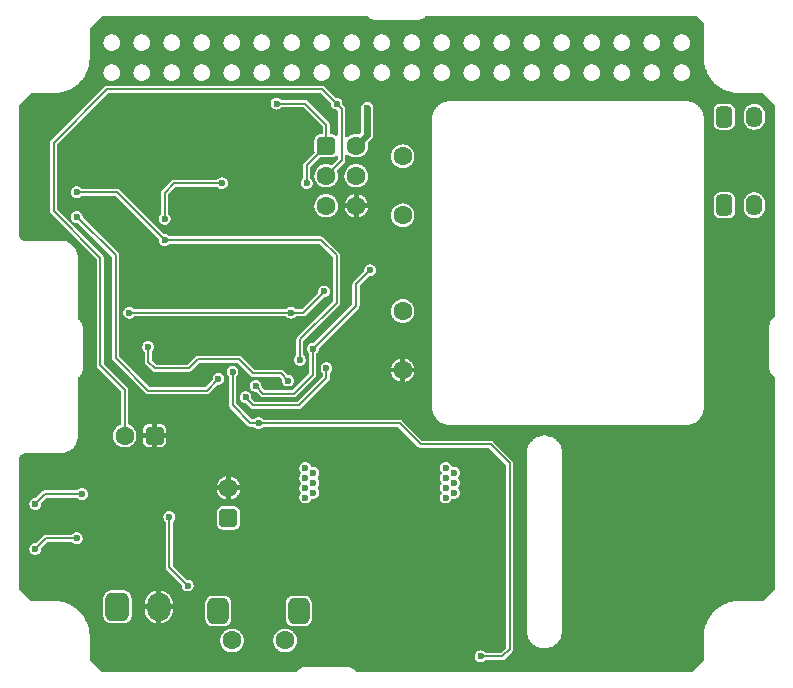
<source format=gbl>
G04*
G04 #@! TF.GenerationSoftware,Altium Limited,Altium Designer,19.1.8 (144)*
G04*
G04 Layer_Physical_Order=4*
G04 Layer_Color=11436288*
%FSLAX25Y25*%
%MOIN*%
G70*
G01*
G75*
%ADD10C,0.00787*%
%ADD56C,0.02362*%
%ADD86C,0.02362*%
%ADD91C,0.06299*%
G04:AMPARAMS|DCode=92|XSize=62.99mil|YSize=62.99mil|CornerRadius=15.75mil|HoleSize=0mil|Usage=FLASHONLY|Rotation=0.000|XOffset=0mil|YOffset=0mil|HoleType=Round|Shape=RoundedRectangle|*
%AMROUNDEDRECTD92*
21,1,0.06299,0.03150,0,0,0.0*
21,1,0.03150,0.06299,0,0,0.0*
1,1,0.03150,0.01575,-0.01575*
1,1,0.03150,-0.01575,-0.01575*
1,1,0.03150,-0.01575,0.01575*
1,1,0.03150,0.01575,0.01575*
%
%ADD92ROUNDEDRECTD92*%
G04:AMPARAMS|DCode=93|XSize=70.87mil|YSize=86.61mil|CornerRadius=17.72mil|HoleSize=0mil|Usage=FLASHONLY|Rotation=180.000|XOffset=0mil|YOffset=0mil|HoleType=Round|Shape=RoundedRectangle|*
%AMROUNDEDRECTD93*
21,1,0.07087,0.05118,0,0,180.0*
21,1,0.03543,0.08661,0,0,180.0*
1,1,0.03543,-0.01772,0.02559*
1,1,0.03543,0.01772,0.02559*
1,1,0.03543,0.01772,-0.02559*
1,1,0.03543,-0.01772,-0.02559*
%
%ADD93ROUNDEDRECTD93*%
G04:AMPARAMS|DCode=94|XSize=55.12mil|YSize=70.87mil|CornerRadius=13.78mil|HoleSize=0mil|Usage=FLASHONLY|Rotation=0.000|XOffset=0mil|YOffset=0mil|HoleType=Round|Shape=RoundedRectangle|*
%AMROUNDEDRECTD94*
21,1,0.05512,0.04331,0,0,0.0*
21,1,0.02756,0.07087,0,0,0.0*
1,1,0.02756,0.01378,-0.02165*
1,1,0.02756,-0.01378,-0.02165*
1,1,0.02756,-0.01378,0.02165*
1,1,0.02756,0.01378,0.02165*
%
%ADD94ROUNDEDRECTD94*%
%ADD95O,0.05512X0.07087*%
%ADD96O,0.07874X0.09449*%
G04:AMPARAMS|DCode=97|XSize=78.74mil|YSize=94.49mil|CornerRadius=19.68mil|HoleSize=0mil|Usage=FLASHONLY|Rotation=0.000|XOffset=0mil|YOffset=0mil|HoleType=Round|Shape=RoundedRectangle|*
%AMROUNDEDRECTD97*
21,1,0.07874,0.05512,0,0,0.0*
21,1,0.03937,0.09449,0,0,0.0*
1,1,0.03937,0.01968,-0.02756*
1,1,0.03937,-0.01968,-0.02756*
1,1,0.03937,-0.01968,0.02756*
1,1,0.03937,0.01968,0.02756*
%
%ADD97ROUNDEDRECTD97*%
G36*
X230311Y218013D02*
Y206693D01*
X230311Y206691D01*
X230326Y206113D01*
X230368Y205535D01*
X230439Y204959D01*
X230538Y204388D01*
X230665Y203822D01*
X230820Y203263D01*
X231002Y202713D01*
X231211Y202172D01*
X231446Y201642D01*
X231706Y201124D01*
X231992Y200619D01*
X232302Y200129D01*
X232636Y199655D01*
X232993Y199198D01*
X233372Y198759D01*
X233772Y198339D01*
X234192Y197939D01*
X234631Y197560D01*
X235088Y197203D01*
X235562Y196870D01*
X236052Y196559D01*
X236557Y196273D01*
X237075Y196013D01*
X237605Y195778D01*
X238146Y195569D01*
X238696Y195387D01*
X239255Y195232D01*
X239821Y195105D01*
X240392Y195006D01*
X240968Y194935D01*
X241546Y194893D01*
X242124Y194878D01*
X242126Y194878D01*
X249903D01*
X253899Y190883D01*
Y120137D01*
X253829Y120104D01*
X253563Y119945D01*
X253314Y119761D01*
X253085Y119553D01*
X252877Y119323D01*
X252693Y119075D01*
X252534Y118809D01*
X252402Y118530D01*
X252297Y118238D01*
X252222Y117938D01*
X252222Y117938D01*
X252177Y117632D01*
X252162Y117323D01*
X252162D01*
Y103150D01*
X252162Y103150D01*
X252177Y102840D01*
X252222Y102535D01*
X252222Y102534D01*
X252256Y102401D01*
X252256Y102401D01*
X252257Y102395D01*
X252297Y102234D01*
X252402Y101943D01*
X252534Y101663D01*
X252693Y101398D01*
X252877Y101149D01*
X253085Y100920D01*
X253314Y100712D01*
X253563Y100528D01*
X253829Y100368D01*
X253899Y100335D01*
Y29590D01*
X249903Y25594D01*
X242126D01*
X242124Y25594D01*
X241546Y25580D01*
X240968Y25537D01*
X240392Y25466D01*
X239821Y25367D01*
X239255Y25240D01*
X238696Y25085D01*
X238146Y24904D01*
X237605Y24695D01*
X237075Y24460D01*
X236557Y24199D01*
X236052Y23913D01*
X235562Y23603D01*
X235088Y23269D01*
X234631Y22912D01*
X234192Y22534D01*
X233772Y22134D01*
X233372Y21714D01*
X232993Y21275D01*
X232636Y20818D01*
X232302Y20343D01*
X231992Y19853D01*
X231706Y19349D01*
X231446Y18831D01*
X231211Y18301D01*
X231002Y17760D01*
X230820Y17209D01*
X230665Y16650D01*
X230538Y16084D01*
X230439Y15513D01*
X230368Y14938D01*
X230326Y14359D01*
X230311Y13781D01*
X230311Y13780D01*
Y6003D01*
X226316Y2007D01*
X114319D01*
X114236Y2146D01*
X114052Y2394D01*
X113844Y2624D01*
X113615Y2832D01*
X113366Y3016D01*
X113101Y3175D01*
X112821Y3307D01*
X112530Y3412D01*
X112229Y3487D01*
X112229Y3487D01*
X111923Y3532D01*
X111614Y3547D01*
Y3547D01*
X97441D01*
X97441Y3547D01*
X97132Y3532D01*
X96826Y3487D01*
X96826Y3487D01*
X96693Y3453D01*
X96692Y3453D01*
X96687Y3452D01*
X96526Y3412D01*
X96234Y3307D01*
X95954Y3175D01*
X95689Y3016D01*
X95440Y2832D01*
X95211Y2624D01*
X95003Y2394D01*
X94819Y2146D01*
X94736Y2007D01*
X29590D01*
X25594Y6002D01*
Y13780D01*
X25594Y13781D01*
X25580Y14359D01*
X25537Y14938D01*
X25466Y15513D01*
X25367Y16084D01*
X25240Y16650D01*
X25085Y17209D01*
X24904Y17760D01*
X24695Y18301D01*
X24460Y18831D01*
X24199Y19349D01*
X23913Y19853D01*
X23603Y20343D01*
X23269Y20818D01*
X22912Y21275D01*
X22534Y21714D01*
X22134Y22134D01*
X21714Y22534D01*
X21275Y22912D01*
X20818Y23269D01*
X20343Y23603D01*
X19853Y23913D01*
X19349Y24199D01*
X18831Y24460D01*
X18301Y24695D01*
X17760Y24904D01*
X17209Y25085D01*
X16650Y25240D01*
X16084Y25367D01*
X15513Y25466D01*
X14938Y25537D01*
X14359Y25580D01*
X13781Y25594D01*
X13780Y25594D01*
X6003D01*
X2007Y29590D01*
Y72835D01*
Y73025D01*
X2081Y73398D01*
X2227Y73749D01*
X2438Y74065D01*
X2707Y74334D01*
X3023Y74545D01*
X3374Y74691D01*
X3747Y74765D01*
X3937D01*
X15748D01*
X15797Y74774D01*
X15846Y74767D01*
X16232Y74786D01*
X16377Y74822D01*
X16525D01*
X17282Y74973D01*
X17465Y75048D01*
X17659Y75087D01*
X18372Y75382D01*
X18536Y75492D01*
X18719Y75568D01*
X19361Y75997D01*
X19500Y76136D01*
X19665Y76246D01*
X20211Y76792D01*
X20320Y76956D01*
X20460Y77096D01*
X20889Y77738D01*
X20965Y77920D01*
X21074Y78085D01*
X21370Y78798D01*
X21408Y78992D01*
X21484Y79174D01*
X21634Y79931D01*
Y80080D01*
X21671Y80224D01*
X21690Y80610D01*
X21682Y80660D01*
X21692Y80709D01*
Y100051D01*
X21831Y100134D01*
X22079Y100318D01*
X22309Y100526D01*
X22516Y100755D01*
X22701Y101004D01*
X22860Y101269D01*
X22992Y101549D01*
X23096Y101840D01*
X23172Y102141D01*
X23172Y102141D01*
X23217Y102447D01*
X23232Y102756D01*
X23232D01*
Y116929D01*
X23232Y116929D01*
X23217Y117238D01*
X23172Y117544D01*
X23172Y117544D01*
X23138Y117677D01*
X23138Y117678D01*
X23137Y117683D01*
X23096Y117844D01*
X22992Y118136D01*
X22860Y118416D01*
X22701Y118681D01*
X22516Y118930D01*
X22309Y119159D01*
X22079Y119367D01*
X21831Y119551D01*
X21692Y119634D01*
Y139764D01*
X21682Y139813D01*
X21690Y139862D01*
X21671Y140248D01*
X21634Y140392D01*
Y140541D01*
X21484Y141298D01*
X21408Y141481D01*
X21370Y141675D01*
X21074Y142388D01*
X20965Y142552D01*
X20889Y142735D01*
X20460Y143377D01*
X20320Y143516D01*
X20211Y143681D01*
X19665Y144226D01*
X19500Y144336D01*
X19361Y144476D01*
X18719Y144905D01*
X18536Y144980D01*
X18372Y145090D01*
X17659Y145386D01*
X17465Y145424D01*
X17282Y145500D01*
X16525Y145650D01*
X16377D01*
X16232Y145686D01*
X15846Y145705D01*
X15797Y145698D01*
X15748Y145708D01*
X3747D01*
X3374Y145782D01*
X3023Y145928D01*
X2707Y146139D01*
X2438Y146407D01*
X2227Y146724D01*
X2081Y147075D01*
X2007Y147448D01*
Y147638D01*
Y190883D01*
X6003Y194878D01*
X13780D01*
X13781Y194878D01*
X14359Y194893D01*
X14938Y194935D01*
X15513Y195006D01*
X16084Y195105D01*
X16650Y195232D01*
X17209Y195387D01*
X17760Y195569D01*
X18301Y195778D01*
X18831Y196013D01*
X19349Y196273D01*
X19853Y196559D01*
X20343Y196870D01*
X20818Y197203D01*
X21275Y197560D01*
X21714Y197939D01*
X22134Y198339D01*
X22534Y198759D01*
X22912Y199198D01*
X23269Y199655D01*
X23603Y200129D01*
X23913Y200619D01*
X24199Y201124D01*
X24460Y201642D01*
X24695Y202172D01*
X24904Y202713D01*
X25085Y203263D01*
X25240Y203822D01*
X25367Y204388D01*
X25466Y204959D01*
X25537Y205535D01*
X25580Y206113D01*
X25594Y206691D01*
X25594Y206693D01*
Y216438D01*
X29590Y220434D01*
X118434D01*
X118636Y220211D01*
X118866Y220003D01*
X119114Y219819D01*
X119380Y219660D01*
X119659Y219528D01*
X119951Y219423D01*
X120251Y219348D01*
X120252Y219348D01*
X120557Y219303D01*
X120866Y219287D01*
Y219288D01*
X135039D01*
X135039Y219287D01*
X135348Y219303D01*
X135654Y219348D01*
X135655Y219348D01*
X135788Y219381D01*
X135788Y219381D01*
X135794Y219383D01*
X135955Y219423D01*
X136246Y219528D01*
X136526Y219660D01*
X136791Y219819D01*
X137040Y220003D01*
X137269Y220211D01*
X137471Y220434D01*
X227891D01*
X230311Y218013D01*
D02*
G37*
%LPC*%
G36*
X222953Y214452D02*
X222682Y214439D01*
X222414Y214399D01*
X222152Y214333D01*
X221897Y214242D01*
X221652Y214126D01*
X221420Y213987D01*
X221202Y213826D01*
X221002Y213644D01*
X220820Y213443D01*
X220658Y213226D01*
X220519Y212994D01*
X220403Y212749D01*
X220312Y212494D01*
X220246Y212231D01*
X220207Y211963D01*
X220193Y211693D01*
X220207Y211422D01*
X220246Y211155D01*
X220312Y210892D01*
X220403Y210637D01*
X220519Y210392D01*
X220658Y210160D01*
X220820Y209942D01*
X221002Y209742D01*
X221202Y209560D01*
X221420Y209399D01*
X221652Y209259D01*
X221897Y209144D01*
X222152Y209052D01*
X222414Y208987D01*
X222682Y208947D01*
X222953Y208934D01*
X223223Y208947D01*
X223491Y208987D01*
X223754Y209052D01*
X224008Y209144D01*
X224253Y209259D01*
X224486Y209399D01*
X224703Y209560D01*
X224904Y209742D01*
X225085Y209942D01*
X225247Y210160D01*
X225386Y210392D01*
X225502Y210637D01*
X225593Y210892D01*
X225659Y211155D01*
X225698Y211422D01*
X225712Y211693D01*
X225698Y211963D01*
X225659Y212231D01*
X225593Y212494D01*
X225502Y212749D01*
X225386Y212994D01*
X225247Y213226D01*
X225085Y213443D01*
X224904Y213644D01*
X224703Y213826D01*
X224486Y213987D01*
X224253Y214126D01*
X224008Y214242D01*
X223754Y214333D01*
X223491Y214399D01*
X223223Y214439D01*
X222953Y214452D01*
D02*
G37*
G36*
X212953D02*
X212682Y214439D01*
X212414Y214399D01*
X212152Y214333D01*
X211897Y214242D01*
X211652Y214126D01*
X211420Y213987D01*
X211202Y213826D01*
X211002Y213644D01*
X210820Y213443D01*
X210658Y213226D01*
X210519Y212994D01*
X210403Y212749D01*
X210312Y212494D01*
X210246Y212231D01*
X210207Y211963D01*
X210193Y211693D01*
X210207Y211422D01*
X210246Y211155D01*
X210312Y210892D01*
X210403Y210637D01*
X210519Y210392D01*
X210658Y210160D01*
X210820Y209942D01*
X211002Y209742D01*
X211202Y209560D01*
X211420Y209399D01*
X211652Y209259D01*
X211897Y209144D01*
X212152Y209052D01*
X212414Y208987D01*
X212682Y208947D01*
X212953Y208934D01*
X213223Y208947D01*
X213491Y208987D01*
X213754Y209052D01*
X214008Y209144D01*
X214253Y209259D01*
X214486Y209399D01*
X214703Y209560D01*
X214904Y209742D01*
X215086Y209942D01*
X215247Y210160D01*
X215386Y210392D01*
X215502Y210637D01*
X215593Y210892D01*
X215659Y211155D01*
X215699Y211422D01*
X215712Y211693D01*
X215699Y211963D01*
X215659Y212231D01*
X215593Y212494D01*
X215502Y212749D01*
X215386Y212994D01*
X215247Y213226D01*
X215086Y213443D01*
X214904Y213644D01*
X214703Y213826D01*
X214486Y213987D01*
X214253Y214126D01*
X214008Y214242D01*
X213754Y214333D01*
X213491Y214399D01*
X213223Y214439D01*
X212953Y214452D01*
D02*
G37*
G36*
X202953D02*
X202682Y214439D01*
X202414Y214399D01*
X202152Y214333D01*
X201897Y214242D01*
X201652Y214126D01*
X201420Y213987D01*
X201202Y213826D01*
X201002Y213644D01*
X200820Y213443D01*
X200658Y213226D01*
X200519Y212994D01*
X200403Y212749D01*
X200312Y212494D01*
X200246Y212231D01*
X200207Y211963D01*
X200193Y211693D01*
X200207Y211422D01*
X200246Y211155D01*
X200312Y210892D01*
X200403Y210637D01*
X200519Y210392D01*
X200658Y210160D01*
X200820Y209942D01*
X201002Y209742D01*
X201202Y209560D01*
X201420Y209399D01*
X201652Y209259D01*
X201897Y209144D01*
X202152Y209052D01*
X202414Y208987D01*
X202682Y208947D01*
X202953Y208934D01*
X203223Y208947D01*
X203491Y208987D01*
X203754Y209052D01*
X204009Y209144D01*
X204253Y209259D01*
X204486Y209399D01*
X204703Y209560D01*
X204904Y209742D01*
X205085Y209942D01*
X205247Y210160D01*
X205386Y210392D01*
X205502Y210637D01*
X205593Y210892D01*
X205659Y211155D01*
X205698Y211422D01*
X205712Y211693D01*
X205698Y211963D01*
X205659Y212231D01*
X205593Y212494D01*
X205502Y212749D01*
X205386Y212994D01*
X205247Y213226D01*
X205085Y213443D01*
X204904Y213644D01*
X204703Y213826D01*
X204486Y213987D01*
X204253Y214126D01*
X204009Y214242D01*
X203754Y214333D01*
X203491Y214399D01*
X203223Y214439D01*
X202953Y214452D01*
D02*
G37*
G36*
X192953D02*
X192682Y214439D01*
X192414Y214399D01*
X192152Y214333D01*
X191897Y214242D01*
X191652Y214126D01*
X191420Y213987D01*
X191202Y213826D01*
X191002Y213644D01*
X190820Y213443D01*
X190658Y213226D01*
X190519Y212994D01*
X190403Y212749D01*
X190312Y212494D01*
X190246Y212231D01*
X190207Y211963D01*
X190193Y211693D01*
X190207Y211422D01*
X190246Y211155D01*
X190312Y210892D01*
X190403Y210637D01*
X190519Y210392D01*
X190658Y210160D01*
X190820Y209942D01*
X191002Y209742D01*
X191202Y209560D01*
X191420Y209399D01*
X191652Y209259D01*
X191897Y209144D01*
X192152Y209052D01*
X192414Y208987D01*
X192682Y208947D01*
X192953Y208934D01*
X193223Y208947D01*
X193491Y208987D01*
X193754Y209052D01*
X194009Y209144D01*
X194253Y209259D01*
X194486Y209399D01*
X194703Y209560D01*
X194904Y209742D01*
X195086Y209942D01*
X195247Y210160D01*
X195386Y210392D01*
X195502Y210637D01*
X195593Y210892D01*
X195659Y211155D01*
X195699Y211422D01*
X195712Y211693D01*
X195699Y211963D01*
X195659Y212231D01*
X195593Y212494D01*
X195502Y212749D01*
X195386Y212994D01*
X195247Y213226D01*
X195086Y213443D01*
X194904Y213644D01*
X194703Y213826D01*
X194486Y213987D01*
X194253Y214126D01*
X194009Y214242D01*
X193754Y214333D01*
X193491Y214399D01*
X193223Y214439D01*
X192953Y214452D01*
D02*
G37*
G36*
X182953D02*
X182682Y214439D01*
X182414Y214399D01*
X182152Y214333D01*
X181897Y214242D01*
X181652Y214126D01*
X181420Y213987D01*
X181202Y213826D01*
X181002Y213644D01*
X180820Y213443D01*
X180658Y213226D01*
X180519Y212994D01*
X180403Y212749D01*
X180312Y212494D01*
X180246Y212231D01*
X180207Y211963D01*
X180193Y211693D01*
X180207Y211422D01*
X180246Y211155D01*
X180312Y210892D01*
X180403Y210637D01*
X180519Y210392D01*
X180658Y210160D01*
X180820Y209942D01*
X181002Y209742D01*
X181202Y209560D01*
X181420Y209399D01*
X181652Y209259D01*
X181897Y209144D01*
X182152Y209052D01*
X182414Y208987D01*
X182682Y208947D01*
X182953Y208934D01*
X183223Y208947D01*
X183491Y208987D01*
X183754Y209052D01*
X184009Y209144D01*
X184253Y209259D01*
X184486Y209399D01*
X184703Y209560D01*
X184904Y209742D01*
X185085Y209942D01*
X185247Y210160D01*
X185386Y210392D01*
X185502Y210637D01*
X185593Y210892D01*
X185659Y211155D01*
X185699Y211422D01*
X185712Y211693D01*
X185699Y211963D01*
X185659Y212231D01*
X185593Y212494D01*
X185502Y212749D01*
X185386Y212994D01*
X185247Y213226D01*
X185085Y213443D01*
X184904Y213644D01*
X184703Y213826D01*
X184486Y213987D01*
X184253Y214126D01*
X184009Y214242D01*
X183754Y214333D01*
X183491Y214399D01*
X183223Y214439D01*
X182953Y214452D01*
D02*
G37*
G36*
X172953D02*
X172682Y214439D01*
X172414Y214399D01*
X172152Y214333D01*
X171897Y214242D01*
X171652Y214126D01*
X171420Y213987D01*
X171202Y213826D01*
X171002Y213644D01*
X170820Y213443D01*
X170658Y213226D01*
X170519Y212994D01*
X170403Y212749D01*
X170312Y212494D01*
X170246Y212231D01*
X170207Y211963D01*
X170193Y211693D01*
X170207Y211422D01*
X170246Y211155D01*
X170312Y210892D01*
X170403Y210637D01*
X170519Y210392D01*
X170658Y210160D01*
X170820Y209942D01*
X171002Y209742D01*
X171202Y209560D01*
X171420Y209399D01*
X171652Y209259D01*
X171897Y209144D01*
X172152Y209052D01*
X172414Y208987D01*
X172682Y208947D01*
X172953Y208934D01*
X173223Y208947D01*
X173491Y208987D01*
X173754Y209052D01*
X174009Y209144D01*
X174253Y209259D01*
X174486Y209399D01*
X174703Y209560D01*
X174904Y209742D01*
X175085Y209942D01*
X175247Y210160D01*
X175386Y210392D01*
X175502Y210637D01*
X175593Y210892D01*
X175659Y211155D01*
X175699Y211422D01*
X175712Y211693D01*
X175699Y211963D01*
X175659Y212231D01*
X175593Y212494D01*
X175502Y212749D01*
X175386Y212994D01*
X175247Y213226D01*
X175085Y213443D01*
X174904Y213644D01*
X174703Y213826D01*
X174486Y213987D01*
X174253Y214126D01*
X174009Y214242D01*
X173754Y214333D01*
X173491Y214399D01*
X173223Y214439D01*
X172953Y214452D01*
D02*
G37*
G36*
X162953D02*
X162682Y214439D01*
X162414Y214399D01*
X162152Y214333D01*
X161897Y214242D01*
X161652Y214126D01*
X161420Y213987D01*
X161202Y213826D01*
X161002Y213644D01*
X160820Y213443D01*
X160658Y213226D01*
X160519Y212994D01*
X160403Y212749D01*
X160312Y212494D01*
X160246Y212231D01*
X160207Y211963D01*
X160193Y211693D01*
X160207Y211422D01*
X160246Y211155D01*
X160312Y210892D01*
X160403Y210637D01*
X160519Y210392D01*
X160658Y210160D01*
X160820Y209942D01*
X161002Y209742D01*
X161202Y209560D01*
X161420Y209399D01*
X161652Y209259D01*
X161897Y209144D01*
X162152Y209052D01*
X162414Y208987D01*
X162682Y208947D01*
X162953Y208934D01*
X163223Y208947D01*
X163491Y208987D01*
X163754Y209052D01*
X164008Y209144D01*
X164253Y209259D01*
X164486Y209399D01*
X164703Y209560D01*
X164904Y209742D01*
X165085Y209942D01*
X165247Y210160D01*
X165386Y210392D01*
X165502Y210637D01*
X165593Y210892D01*
X165659Y211155D01*
X165699Y211422D01*
X165712Y211693D01*
X165699Y211963D01*
X165659Y212231D01*
X165593Y212494D01*
X165502Y212749D01*
X165386Y212994D01*
X165247Y213226D01*
X165085Y213443D01*
X164904Y213644D01*
X164703Y213826D01*
X164486Y213987D01*
X164253Y214126D01*
X164008Y214242D01*
X163754Y214333D01*
X163491Y214399D01*
X163223Y214439D01*
X162953Y214452D01*
D02*
G37*
G36*
X152953D02*
X152682Y214439D01*
X152414Y214399D01*
X152152Y214333D01*
X151897Y214242D01*
X151652Y214126D01*
X151420Y213987D01*
X151202Y213826D01*
X151002Y213644D01*
X150820Y213443D01*
X150658Y213226D01*
X150519Y212994D01*
X150403Y212749D01*
X150312Y212494D01*
X150246Y212231D01*
X150207Y211963D01*
X150193Y211693D01*
X150207Y211422D01*
X150246Y211155D01*
X150312Y210892D01*
X150403Y210637D01*
X150519Y210392D01*
X150658Y210160D01*
X150820Y209942D01*
X151002Y209742D01*
X151202Y209560D01*
X151420Y209399D01*
X151652Y209259D01*
X151897Y209144D01*
X152152Y209052D01*
X152414Y208987D01*
X152682Y208947D01*
X152953Y208934D01*
X153223Y208947D01*
X153491Y208987D01*
X153754Y209052D01*
X154008Y209144D01*
X154253Y209259D01*
X154486Y209399D01*
X154703Y209560D01*
X154904Y209742D01*
X155086Y209942D01*
X155247Y210160D01*
X155386Y210392D01*
X155502Y210637D01*
X155593Y210892D01*
X155659Y211155D01*
X155699Y211422D01*
X155712Y211693D01*
X155699Y211963D01*
X155659Y212231D01*
X155593Y212494D01*
X155502Y212749D01*
X155386Y212994D01*
X155247Y213226D01*
X155086Y213443D01*
X154904Y213644D01*
X154703Y213826D01*
X154486Y213987D01*
X154253Y214126D01*
X154008Y214242D01*
X153754Y214333D01*
X153491Y214399D01*
X153223Y214439D01*
X152953Y214452D01*
D02*
G37*
G36*
X142953D02*
X142682Y214439D01*
X142414Y214399D01*
X142152Y214333D01*
X141897Y214242D01*
X141652Y214126D01*
X141420Y213987D01*
X141202Y213826D01*
X141002Y213644D01*
X140820Y213443D01*
X140658Y213226D01*
X140519Y212994D01*
X140403Y212749D01*
X140312Y212494D01*
X140246Y212231D01*
X140207Y211963D01*
X140193Y211693D01*
X140207Y211422D01*
X140246Y211155D01*
X140312Y210892D01*
X140403Y210637D01*
X140519Y210392D01*
X140658Y210160D01*
X140820Y209942D01*
X141002Y209742D01*
X141202Y209560D01*
X141420Y209399D01*
X141652Y209259D01*
X141897Y209144D01*
X142152Y209052D01*
X142414Y208987D01*
X142682Y208947D01*
X142953Y208934D01*
X143223Y208947D01*
X143491Y208987D01*
X143754Y209052D01*
X144009Y209144D01*
X144253Y209259D01*
X144486Y209399D01*
X144703Y209560D01*
X144904Y209742D01*
X145086Y209942D01*
X145247Y210160D01*
X145386Y210392D01*
X145502Y210637D01*
X145593Y210892D01*
X145659Y211155D01*
X145699Y211422D01*
X145712Y211693D01*
X145699Y211963D01*
X145659Y212231D01*
X145593Y212494D01*
X145502Y212749D01*
X145386Y212994D01*
X145247Y213226D01*
X145086Y213443D01*
X144904Y213644D01*
X144703Y213826D01*
X144486Y213987D01*
X144253Y214126D01*
X144009Y214242D01*
X143754Y214333D01*
X143491Y214399D01*
X143223Y214439D01*
X142953Y214452D01*
D02*
G37*
G36*
X132953D02*
X132682Y214439D01*
X132414Y214399D01*
X132152Y214333D01*
X131897Y214242D01*
X131652Y214126D01*
X131420Y213987D01*
X131202Y213826D01*
X131002Y213644D01*
X130820Y213443D01*
X130658Y213226D01*
X130519Y212994D01*
X130403Y212749D01*
X130312Y212494D01*
X130246Y212231D01*
X130207Y211963D01*
X130193Y211693D01*
X130207Y211422D01*
X130246Y211155D01*
X130312Y210892D01*
X130403Y210637D01*
X130519Y210392D01*
X130658Y210160D01*
X130820Y209942D01*
X131002Y209742D01*
X131202Y209560D01*
X131420Y209399D01*
X131652Y209259D01*
X131897Y209144D01*
X132152Y209052D01*
X132414Y208987D01*
X132682Y208947D01*
X132953Y208934D01*
X133223Y208947D01*
X133491Y208987D01*
X133754Y209052D01*
X134009Y209144D01*
X134253Y209259D01*
X134486Y209399D01*
X134703Y209560D01*
X134904Y209742D01*
X135085Y209942D01*
X135247Y210160D01*
X135386Y210392D01*
X135502Y210637D01*
X135593Y210892D01*
X135659Y211155D01*
X135699Y211422D01*
X135712Y211693D01*
X135699Y211963D01*
X135659Y212231D01*
X135593Y212494D01*
X135502Y212749D01*
X135386Y212994D01*
X135247Y213226D01*
X135085Y213443D01*
X134904Y213644D01*
X134703Y213826D01*
X134486Y213987D01*
X134253Y214126D01*
X134009Y214242D01*
X133754Y214333D01*
X133491Y214399D01*
X133223Y214439D01*
X132953Y214452D01*
D02*
G37*
G36*
X122953D02*
X122682Y214439D01*
X122414Y214399D01*
X122152Y214333D01*
X121897Y214242D01*
X121652Y214126D01*
X121420Y213987D01*
X121202Y213826D01*
X121002Y213644D01*
X120820Y213443D01*
X120658Y213226D01*
X120519Y212994D01*
X120403Y212749D01*
X120312Y212494D01*
X120246Y212231D01*
X120207Y211963D01*
X120193Y211693D01*
X120207Y211422D01*
X120246Y211155D01*
X120312Y210892D01*
X120403Y210637D01*
X120519Y210392D01*
X120658Y210160D01*
X120820Y209942D01*
X121002Y209742D01*
X121202Y209560D01*
X121420Y209399D01*
X121652Y209259D01*
X121897Y209144D01*
X122152Y209052D01*
X122414Y208987D01*
X122682Y208947D01*
X122953Y208934D01*
X123223Y208947D01*
X123491Y208987D01*
X123754Y209052D01*
X124009Y209144D01*
X124253Y209259D01*
X124486Y209399D01*
X124703Y209560D01*
X124904Y209742D01*
X125085Y209942D01*
X125247Y210160D01*
X125386Y210392D01*
X125502Y210637D01*
X125593Y210892D01*
X125659Y211155D01*
X125699Y211422D01*
X125712Y211693D01*
X125699Y211963D01*
X125659Y212231D01*
X125593Y212494D01*
X125502Y212749D01*
X125386Y212994D01*
X125247Y213226D01*
X125085Y213443D01*
X124904Y213644D01*
X124703Y213826D01*
X124486Y213987D01*
X124253Y214126D01*
X124009Y214242D01*
X123754Y214333D01*
X123491Y214399D01*
X123223Y214439D01*
X122953Y214452D01*
D02*
G37*
G36*
X112953D02*
X112682Y214439D01*
X112414Y214399D01*
X112152Y214333D01*
X111897Y214242D01*
X111652Y214126D01*
X111420Y213987D01*
X111202Y213826D01*
X111002Y213644D01*
X110820Y213443D01*
X110658Y213226D01*
X110519Y212994D01*
X110403Y212749D01*
X110312Y212494D01*
X110246Y212231D01*
X110207Y211963D01*
X110193Y211693D01*
X110207Y211422D01*
X110246Y211155D01*
X110312Y210892D01*
X110403Y210637D01*
X110519Y210392D01*
X110658Y210160D01*
X110820Y209942D01*
X111002Y209742D01*
X111202Y209560D01*
X111420Y209399D01*
X111652Y209259D01*
X111897Y209144D01*
X112152Y209052D01*
X112414Y208987D01*
X112682Y208947D01*
X112953Y208934D01*
X113223Y208947D01*
X113491Y208987D01*
X113754Y209052D01*
X114008Y209144D01*
X114253Y209259D01*
X114486Y209399D01*
X114703Y209560D01*
X114904Y209742D01*
X115085Y209942D01*
X115247Y210160D01*
X115386Y210392D01*
X115502Y210637D01*
X115593Y210892D01*
X115659Y211155D01*
X115699Y211422D01*
X115712Y211693D01*
X115699Y211963D01*
X115659Y212231D01*
X115593Y212494D01*
X115502Y212749D01*
X115386Y212994D01*
X115247Y213226D01*
X115085Y213443D01*
X114904Y213644D01*
X114703Y213826D01*
X114486Y213987D01*
X114253Y214126D01*
X114008Y214242D01*
X113754Y214333D01*
X113491Y214399D01*
X113223Y214439D01*
X112953Y214452D01*
D02*
G37*
G36*
X102953D02*
X102682Y214439D01*
X102414Y214399D01*
X102152Y214333D01*
X101897Y214242D01*
X101652Y214126D01*
X101420Y213987D01*
X101202Y213826D01*
X101002Y213644D01*
X100820Y213443D01*
X100658Y213226D01*
X100519Y212994D01*
X100403Y212749D01*
X100312Y212494D01*
X100246Y212231D01*
X100207Y211963D01*
X100193Y211693D01*
X100207Y211422D01*
X100246Y211155D01*
X100312Y210892D01*
X100403Y210637D01*
X100519Y210392D01*
X100658Y210160D01*
X100820Y209942D01*
X101002Y209742D01*
X101202Y209560D01*
X101420Y209399D01*
X101652Y209259D01*
X101897Y209144D01*
X102152Y209052D01*
X102414Y208987D01*
X102682Y208947D01*
X102953Y208934D01*
X103223Y208947D01*
X103491Y208987D01*
X103754Y209052D01*
X104008Y209144D01*
X104253Y209259D01*
X104486Y209399D01*
X104703Y209560D01*
X104904Y209742D01*
X105086Y209942D01*
X105247Y210160D01*
X105386Y210392D01*
X105502Y210637D01*
X105593Y210892D01*
X105659Y211155D01*
X105699Y211422D01*
X105712Y211693D01*
X105699Y211963D01*
X105659Y212231D01*
X105593Y212494D01*
X105502Y212749D01*
X105386Y212994D01*
X105247Y213226D01*
X105086Y213443D01*
X104904Y213644D01*
X104703Y213826D01*
X104486Y213987D01*
X104253Y214126D01*
X104008Y214242D01*
X103754Y214333D01*
X103491Y214399D01*
X103223Y214439D01*
X102953Y214452D01*
D02*
G37*
G36*
X92953D02*
X92682Y214439D01*
X92414Y214399D01*
X92152Y214333D01*
X91897Y214242D01*
X91652Y214126D01*
X91420Y213987D01*
X91202Y213826D01*
X91002Y213644D01*
X90820Y213443D01*
X90658Y213226D01*
X90519Y212994D01*
X90403Y212749D01*
X90312Y212494D01*
X90246Y212231D01*
X90207Y211963D01*
X90193Y211693D01*
X90207Y211422D01*
X90246Y211155D01*
X90312Y210892D01*
X90403Y210637D01*
X90519Y210392D01*
X90658Y210160D01*
X90820Y209942D01*
X91002Y209742D01*
X91202Y209560D01*
X91420Y209399D01*
X91652Y209259D01*
X91897Y209144D01*
X92152Y209052D01*
X92414Y208987D01*
X92682Y208947D01*
X92953Y208934D01*
X93223Y208947D01*
X93491Y208987D01*
X93754Y209052D01*
X94008Y209144D01*
X94253Y209259D01*
X94486Y209399D01*
X94703Y209560D01*
X94904Y209742D01*
X95086Y209942D01*
X95247Y210160D01*
X95386Y210392D01*
X95502Y210637D01*
X95593Y210892D01*
X95659Y211155D01*
X95699Y211422D01*
X95712Y211693D01*
X95699Y211963D01*
X95659Y212231D01*
X95593Y212494D01*
X95502Y212749D01*
X95386Y212994D01*
X95247Y213226D01*
X95086Y213443D01*
X94904Y213644D01*
X94703Y213826D01*
X94486Y213987D01*
X94253Y214126D01*
X94008Y214242D01*
X93754Y214333D01*
X93491Y214399D01*
X93223Y214439D01*
X92953Y214452D01*
D02*
G37*
G36*
X82953D02*
X82682Y214439D01*
X82414Y214399D01*
X82152Y214333D01*
X81897Y214242D01*
X81652Y214126D01*
X81420Y213987D01*
X81202Y213826D01*
X81002Y213644D01*
X80820Y213443D01*
X80658Y213226D01*
X80519Y212994D01*
X80403Y212749D01*
X80312Y212494D01*
X80246Y212231D01*
X80207Y211963D01*
X80193Y211693D01*
X80207Y211422D01*
X80246Y211155D01*
X80312Y210892D01*
X80403Y210637D01*
X80519Y210392D01*
X80658Y210160D01*
X80820Y209942D01*
X81002Y209742D01*
X81202Y209560D01*
X81420Y209399D01*
X81652Y209259D01*
X81897Y209144D01*
X82152Y209052D01*
X82414Y208987D01*
X82682Y208947D01*
X82953Y208934D01*
X83223Y208947D01*
X83491Y208987D01*
X83754Y209052D01*
X84009Y209144D01*
X84253Y209259D01*
X84486Y209399D01*
X84703Y209560D01*
X84904Y209742D01*
X85085Y209942D01*
X85247Y210160D01*
X85386Y210392D01*
X85502Y210637D01*
X85593Y210892D01*
X85659Y211155D01*
X85699Y211422D01*
X85712Y211693D01*
X85699Y211963D01*
X85659Y212231D01*
X85593Y212494D01*
X85502Y212749D01*
X85386Y212994D01*
X85247Y213226D01*
X85085Y213443D01*
X84904Y213644D01*
X84703Y213826D01*
X84486Y213987D01*
X84253Y214126D01*
X84009Y214242D01*
X83754Y214333D01*
X83491Y214399D01*
X83223Y214439D01*
X82953Y214452D01*
D02*
G37*
G36*
X72953D02*
X72682Y214439D01*
X72414Y214399D01*
X72152Y214333D01*
X71897Y214242D01*
X71652Y214126D01*
X71420Y213987D01*
X71202Y213826D01*
X71002Y213644D01*
X70820Y213443D01*
X70658Y213226D01*
X70519Y212994D01*
X70403Y212749D01*
X70312Y212494D01*
X70246Y212231D01*
X70207Y211963D01*
X70193Y211693D01*
X70207Y211422D01*
X70246Y211155D01*
X70312Y210892D01*
X70403Y210637D01*
X70519Y210392D01*
X70658Y210160D01*
X70820Y209942D01*
X71002Y209742D01*
X71202Y209560D01*
X71420Y209399D01*
X71652Y209259D01*
X71897Y209144D01*
X72152Y209052D01*
X72414Y208987D01*
X72682Y208947D01*
X72953Y208934D01*
X73223Y208947D01*
X73491Y208987D01*
X73754Y209052D01*
X74009Y209144D01*
X74253Y209259D01*
X74486Y209399D01*
X74703Y209560D01*
X74904Y209742D01*
X75086Y209942D01*
X75247Y210160D01*
X75386Y210392D01*
X75502Y210637D01*
X75593Y210892D01*
X75659Y211155D01*
X75699Y211422D01*
X75712Y211693D01*
X75699Y211963D01*
X75659Y212231D01*
X75593Y212494D01*
X75502Y212749D01*
X75386Y212994D01*
X75247Y213226D01*
X75086Y213443D01*
X74904Y213644D01*
X74703Y213826D01*
X74486Y213987D01*
X74253Y214126D01*
X74009Y214242D01*
X73754Y214333D01*
X73491Y214399D01*
X73223Y214439D01*
X72953Y214452D01*
D02*
G37*
G36*
X62953D02*
X62682Y214439D01*
X62414Y214399D01*
X62152Y214333D01*
X61897Y214242D01*
X61652Y214126D01*
X61420Y213987D01*
X61202Y213826D01*
X61002Y213644D01*
X60820Y213443D01*
X60658Y213226D01*
X60519Y212994D01*
X60403Y212749D01*
X60312Y212494D01*
X60246Y212231D01*
X60207Y211963D01*
X60193Y211693D01*
X60207Y211422D01*
X60246Y211155D01*
X60312Y210892D01*
X60403Y210637D01*
X60519Y210392D01*
X60658Y210160D01*
X60820Y209942D01*
X61002Y209742D01*
X61202Y209560D01*
X61420Y209399D01*
X61652Y209259D01*
X61897Y209144D01*
X62152Y209052D01*
X62414Y208987D01*
X62682Y208947D01*
X62953Y208934D01*
X63223Y208947D01*
X63491Y208987D01*
X63754Y209052D01*
X64008Y209144D01*
X64253Y209259D01*
X64486Y209399D01*
X64703Y209560D01*
X64904Y209742D01*
X65086Y209942D01*
X65247Y210160D01*
X65386Y210392D01*
X65502Y210637D01*
X65593Y210892D01*
X65659Y211155D01*
X65699Y211422D01*
X65712Y211693D01*
X65699Y211963D01*
X65659Y212231D01*
X65593Y212494D01*
X65502Y212749D01*
X65386Y212994D01*
X65247Y213226D01*
X65086Y213443D01*
X64904Y213644D01*
X64703Y213826D01*
X64486Y213987D01*
X64253Y214126D01*
X64008Y214242D01*
X63754Y214333D01*
X63491Y214399D01*
X63223Y214439D01*
X62953Y214452D01*
D02*
G37*
G36*
X52953D02*
X52682Y214439D01*
X52414Y214399D01*
X52152Y214333D01*
X51897Y214242D01*
X51652Y214126D01*
X51420Y213987D01*
X51202Y213826D01*
X51002Y213644D01*
X50820Y213443D01*
X50658Y213226D01*
X50519Y212994D01*
X50403Y212749D01*
X50312Y212494D01*
X50246Y212231D01*
X50207Y211963D01*
X50193Y211693D01*
X50207Y211422D01*
X50246Y211155D01*
X50312Y210892D01*
X50403Y210637D01*
X50519Y210392D01*
X50658Y210160D01*
X50820Y209942D01*
X51002Y209742D01*
X51202Y209560D01*
X51420Y209399D01*
X51652Y209259D01*
X51897Y209144D01*
X52152Y209052D01*
X52414Y208987D01*
X52682Y208947D01*
X52953Y208934D01*
X53223Y208947D01*
X53491Y208987D01*
X53754Y209052D01*
X54009Y209144D01*
X54253Y209259D01*
X54486Y209399D01*
X54703Y209560D01*
X54904Y209742D01*
X55085Y209942D01*
X55247Y210160D01*
X55386Y210392D01*
X55502Y210637D01*
X55593Y210892D01*
X55659Y211155D01*
X55699Y211422D01*
X55712Y211693D01*
X55699Y211963D01*
X55659Y212231D01*
X55593Y212494D01*
X55502Y212749D01*
X55386Y212994D01*
X55247Y213226D01*
X55085Y213443D01*
X54904Y213644D01*
X54703Y213826D01*
X54486Y213987D01*
X54253Y214126D01*
X54009Y214242D01*
X53754Y214333D01*
X53491Y214399D01*
X53223Y214439D01*
X52953Y214452D01*
D02*
G37*
G36*
X42953D02*
X42682Y214439D01*
X42414Y214399D01*
X42152Y214333D01*
X41897Y214242D01*
X41652Y214126D01*
X41420Y213987D01*
X41202Y213826D01*
X41002Y213644D01*
X40820Y213443D01*
X40658Y213226D01*
X40519Y212994D01*
X40403Y212749D01*
X40312Y212494D01*
X40246Y212231D01*
X40207Y211963D01*
X40193Y211693D01*
X40207Y211422D01*
X40246Y211155D01*
X40312Y210892D01*
X40403Y210637D01*
X40519Y210392D01*
X40658Y210160D01*
X40820Y209942D01*
X41002Y209742D01*
X41202Y209560D01*
X41420Y209399D01*
X41652Y209259D01*
X41897Y209144D01*
X42152Y209052D01*
X42414Y208987D01*
X42682Y208947D01*
X42953Y208934D01*
X43223Y208947D01*
X43491Y208987D01*
X43754Y209052D01*
X44008Y209144D01*
X44253Y209259D01*
X44486Y209399D01*
X44703Y209560D01*
X44904Y209742D01*
X45085Y209942D01*
X45247Y210160D01*
X45386Y210392D01*
X45502Y210637D01*
X45593Y210892D01*
X45659Y211155D01*
X45699Y211422D01*
X45712Y211693D01*
X45699Y211963D01*
X45659Y212231D01*
X45593Y212494D01*
X45502Y212749D01*
X45386Y212994D01*
X45247Y213226D01*
X45085Y213443D01*
X44904Y213644D01*
X44703Y213826D01*
X44486Y213987D01*
X44253Y214126D01*
X44008Y214242D01*
X43754Y214333D01*
X43491Y214399D01*
X43223Y214439D01*
X42953Y214452D01*
D02*
G37*
G36*
X32953D02*
X32682Y214439D01*
X32414Y214399D01*
X32152Y214333D01*
X31897Y214242D01*
X31652Y214126D01*
X31420Y213987D01*
X31202Y213826D01*
X31002Y213644D01*
X30820Y213443D01*
X30658Y213226D01*
X30519Y212994D01*
X30403Y212749D01*
X30312Y212494D01*
X30246Y212231D01*
X30207Y211963D01*
X30193Y211693D01*
X30207Y211422D01*
X30246Y211155D01*
X30312Y210892D01*
X30403Y210637D01*
X30519Y210392D01*
X30658Y210160D01*
X30820Y209942D01*
X31002Y209742D01*
X31202Y209560D01*
X31420Y209399D01*
X31652Y209259D01*
X31897Y209144D01*
X32152Y209052D01*
X32414Y208987D01*
X32682Y208947D01*
X32953Y208934D01*
X33223Y208947D01*
X33491Y208987D01*
X33754Y209052D01*
X34008Y209144D01*
X34253Y209259D01*
X34486Y209399D01*
X34703Y209560D01*
X34904Y209742D01*
X35085Y209942D01*
X35247Y210160D01*
X35386Y210392D01*
X35502Y210637D01*
X35593Y210892D01*
X35659Y211155D01*
X35699Y211422D01*
X35712Y211693D01*
X35699Y211963D01*
X35659Y212231D01*
X35593Y212494D01*
X35502Y212749D01*
X35386Y212994D01*
X35247Y213226D01*
X35085Y213443D01*
X34904Y213644D01*
X34703Y213826D01*
X34486Y213987D01*
X34253Y214126D01*
X34008Y214242D01*
X33754Y214333D01*
X33491Y214399D01*
X33223Y214439D01*
X32953Y214452D01*
D02*
G37*
G36*
X222953Y204452D02*
X222682Y204439D01*
X222414Y204399D01*
X222152Y204333D01*
X221897Y204242D01*
X221652Y204126D01*
X221420Y203987D01*
X221202Y203826D01*
X221002Y203644D01*
X220820Y203443D01*
X220658Y203226D01*
X220519Y202993D01*
X220403Y202749D01*
X220312Y202494D01*
X220246Y202231D01*
X220207Y201963D01*
X220193Y201693D01*
X220207Y201422D01*
X220246Y201154D01*
X220312Y200892D01*
X220403Y200637D01*
X220519Y200392D01*
X220658Y200160D01*
X220820Y199942D01*
X221002Y199742D01*
X221202Y199560D01*
X221420Y199399D01*
X221652Y199259D01*
X221897Y199144D01*
X222152Y199052D01*
X222414Y198987D01*
X222682Y198947D01*
X222953Y198933D01*
X223223Y198947D01*
X223491Y198987D01*
X223754Y199052D01*
X224008Y199144D01*
X224253Y199259D01*
X224486Y199399D01*
X224703Y199560D01*
X224904Y199742D01*
X225085Y199942D01*
X225247Y200160D01*
X225386Y200392D01*
X225502Y200637D01*
X225593Y200892D01*
X225659Y201154D01*
X225698Y201422D01*
X225712Y201693D01*
X225698Y201963D01*
X225659Y202231D01*
X225593Y202494D01*
X225502Y202749D01*
X225386Y202993D01*
X225247Y203226D01*
X225085Y203443D01*
X224904Y203644D01*
X224703Y203826D01*
X224486Y203987D01*
X224253Y204126D01*
X224008Y204242D01*
X223754Y204333D01*
X223491Y204399D01*
X223223Y204439D01*
X222953Y204452D01*
D02*
G37*
G36*
X212953D02*
X212682Y204439D01*
X212414Y204399D01*
X212152Y204333D01*
X211897Y204242D01*
X211652Y204126D01*
X211420Y203987D01*
X211202Y203826D01*
X211002Y203644D01*
X210820Y203443D01*
X210658Y203226D01*
X210519Y202993D01*
X210403Y202749D01*
X210312Y202494D01*
X210246Y202231D01*
X210207Y201963D01*
X210193Y201693D01*
X210207Y201422D01*
X210246Y201154D01*
X210312Y200892D01*
X210403Y200637D01*
X210519Y200392D01*
X210658Y200160D01*
X210820Y199942D01*
X211002Y199742D01*
X211202Y199560D01*
X211420Y199399D01*
X211652Y199259D01*
X211897Y199144D01*
X212152Y199052D01*
X212414Y198987D01*
X212682Y198947D01*
X212953Y198933D01*
X213223Y198947D01*
X213491Y198987D01*
X213754Y199052D01*
X214008Y199144D01*
X214253Y199259D01*
X214486Y199399D01*
X214703Y199560D01*
X214904Y199742D01*
X215086Y199942D01*
X215247Y200160D01*
X215386Y200392D01*
X215502Y200637D01*
X215593Y200892D01*
X215659Y201154D01*
X215699Y201422D01*
X215712Y201693D01*
X215699Y201963D01*
X215659Y202231D01*
X215593Y202494D01*
X215502Y202749D01*
X215386Y202993D01*
X215247Y203226D01*
X215086Y203443D01*
X214904Y203644D01*
X214703Y203826D01*
X214486Y203987D01*
X214253Y204126D01*
X214008Y204242D01*
X213754Y204333D01*
X213491Y204399D01*
X213223Y204439D01*
X212953Y204452D01*
D02*
G37*
G36*
X202953D02*
X202682Y204439D01*
X202414Y204399D01*
X202152Y204333D01*
X201897Y204242D01*
X201652Y204126D01*
X201420Y203987D01*
X201202Y203826D01*
X201002Y203644D01*
X200820Y203443D01*
X200658Y203226D01*
X200519Y202993D01*
X200403Y202749D01*
X200312Y202494D01*
X200246Y202231D01*
X200207Y201963D01*
X200193Y201693D01*
X200207Y201422D01*
X200246Y201154D01*
X200312Y200892D01*
X200403Y200637D01*
X200519Y200392D01*
X200658Y200160D01*
X200820Y199942D01*
X201002Y199742D01*
X201202Y199560D01*
X201420Y199399D01*
X201652Y199259D01*
X201897Y199144D01*
X202152Y199052D01*
X202414Y198987D01*
X202682Y198947D01*
X202953Y198933D01*
X203223Y198947D01*
X203491Y198987D01*
X203754Y199052D01*
X204009Y199144D01*
X204253Y199259D01*
X204486Y199399D01*
X204703Y199560D01*
X204904Y199742D01*
X205085Y199942D01*
X205247Y200160D01*
X205386Y200392D01*
X205502Y200637D01*
X205593Y200892D01*
X205659Y201154D01*
X205698Y201422D01*
X205712Y201693D01*
X205698Y201963D01*
X205659Y202231D01*
X205593Y202494D01*
X205502Y202749D01*
X205386Y202993D01*
X205247Y203226D01*
X205085Y203443D01*
X204904Y203644D01*
X204703Y203826D01*
X204486Y203987D01*
X204253Y204126D01*
X204009Y204242D01*
X203754Y204333D01*
X203491Y204399D01*
X203223Y204439D01*
X202953Y204452D01*
D02*
G37*
G36*
X192953D02*
X192682Y204439D01*
X192414Y204399D01*
X192152Y204333D01*
X191897Y204242D01*
X191652Y204126D01*
X191420Y203987D01*
X191202Y203826D01*
X191002Y203644D01*
X190820Y203443D01*
X190658Y203226D01*
X190519Y202993D01*
X190403Y202749D01*
X190312Y202494D01*
X190246Y202231D01*
X190207Y201963D01*
X190193Y201693D01*
X190207Y201422D01*
X190246Y201154D01*
X190312Y200892D01*
X190403Y200637D01*
X190519Y200392D01*
X190658Y200160D01*
X190820Y199942D01*
X191002Y199742D01*
X191202Y199560D01*
X191420Y199399D01*
X191652Y199259D01*
X191897Y199144D01*
X192152Y199052D01*
X192414Y198987D01*
X192682Y198947D01*
X192953Y198933D01*
X193223Y198947D01*
X193491Y198987D01*
X193754Y199052D01*
X194009Y199144D01*
X194253Y199259D01*
X194486Y199399D01*
X194703Y199560D01*
X194904Y199742D01*
X195086Y199942D01*
X195247Y200160D01*
X195386Y200392D01*
X195502Y200637D01*
X195593Y200892D01*
X195659Y201154D01*
X195699Y201422D01*
X195712Y201693D01*
X195699Y201963D01*
X195659Y202231D01*
X195593Y202494D01*
X195502Y202749D01*
X195386Y202993D01*
X195247Y203226D01*
X195086Y203443D01*
X194904Y203644D01*
X194703Y203826D01*
X194486Y203987D01*
X194253Y204126D01*
X194009Y204242D01*
X193754Y204333D01*
X193491Y204399D01*
X193223Y204439D01*
X192953Y204452D01*
D02*
G37*
G36*
X182953D02*
X182682Y204439D01*
X182414Y204399D01*
X182152Y204333D01*
X181897Y204242D01*
X181652Y204126D01*
X181420Y203987D01*
X181202Y203826D01*
X181002Y203644D01*
X180820Y203443D01*
X180658Y203226D01*
X180519Y202993D01*
X180403Y202749D01*
X180312Y202494D01*
X180246Y202231D01*
X180207Y201963D01*
X180193Y201693D01*
X180207Y201422D01*
X180246Y201154D01*
X180312Y200892D01*
X180403Y200637D01*
X180519Y200392D01*
X180658Y200160D01*
X180820Y199942D01*
X181002Y199742D01*
X181202Y199560D01*
X181420Y199399D01*
X181652Y199259D01*
X181897Y199144D01*
X182152Y199052D01*
X182414Y198987D01*
X182682Y198947D01*
X182953Y198933D01*
X183223Y198947D01*
X183491Y198987D01*
X183754Y199052D01*
X184009Y199144D01*
X184253Y199259D01*
X184486Y199399D01*
X184703Y199560D01*
X184904Y199742D01*
X185085Y199942D01*
X185247Y200160D01*
X185386Y200392D01*
X185502Y200637D01*
X185593Y200892D01*
X185659Y201154D01*
X185699Y201422D01*
X185712Y201693D01*
X185699Y201963D01*
X185659Y202231D01*
X185593Y202494D01*
X185502Y202749D01*
X185386Y202993D01*
X185247Y203226D01*
X185085Y203443D01*
X184904Y203644D01*
X184703Y203826D01*
X184486Y203987D01*
X184253Y204126D01*
X184009Y204242D01*
X183754Y204333D01*
X183491Y204399D01*
X183223Y204439D01*
X182953Y204452D01*
D02*
G37*
G36*
X172953D02*
X172682Y204439D01*
X172414Y204399D01*
X172152Y204333D01*
X171897Y204242D01*
X171652Y204126D01*
X171420Y203987D01*
X171202Y203826D01*
X171002Y203644D01*
X170820Y203443D01*
X170658Y203226D01*
X170519Y202993D01*
X170403Y202749D01*
X170312Y202494D01*
X170246Y202231D01*
X170207Y201963D01*
X170193Y201693D01*
X170207Y201422D01*
X170246Y201154D01*
X170312Y200892D01*
X170403Y200637D01*
X170519Y200392D01*
X170658Y200160D01*
X170820Y199942D01*
X171002Y199742D01*
X171202Y199560D01*
X171420Y199399D01*
X171652Y199259D01*
X171897Y199144D01*
X172152Y199052D01*
X172414Y198987D01*
X172682Y198947D01*
X172953Y198933D01*
X173223Y198947D01*
X173491Y198987D01*
X173754Y199052D01*
X174009Y199144D01*
X174253Y199259D01*
X174486Y199399D01*
X174703Y199560D01*
X174904Y199742D01*
X175085Y199942D01*
X175247Y200160D01*
X175386Y200392D01*
X175502Y200637D01*
X175593Y200892D01*
X175659Y201154D01*
X175699Y201422D01*
X175712Y201693D01*
X175699Y201963D01*
X175659Y202231D01*
X175593Y202494D01*
X175502Y202749D01*
X175386Y202993D01*
X175247Y203226D01*
X175085Y203443D01*
X174904Y203644D01*
X174703Y203826D01*
X174486Y203987D01*
X174253Y204126D01*
X174009Y204242D01*
X173754Y204333D01*
X173491Y204399D01*
X173223Y204439D01*
X172953Y204452D01*
D02*
G37*
G36*
X162953D02*
X162682Y204439D01*
X162414Y204399D01*
X162152Y204333D01*
X161897Y204242D01*
X161652Y204126D01*
X161420Y203987D01*
X161202Y203826D01*
X161002Y203644D01*
X160820Y203443D01*
X160658Y203226D01*
X160519Y202993D01*
X160403Y202749D01*
X160312Y202494D01*
X160246Y202231D01*
X160207Y201963D01*
X160193Y201693D01*
X160207Y201422D01*
X160246Y201154D01*
X160312Y200892D01*
X160403Y200637D01*
X160519Y200392D01*
X160658Y200160D01*
X160820Y199942D01*
X161002Y199742D01*
X161202Y199560D01*
X161420Y199399D01*
X161652Y199259D01*
X161897Y199144D01*
X162152Y199052D01*
X162414Y198987D01*
X162682Y198947D01*
X162953Y198933D01*
X163223Y198947D01*
X163491Y198987D01*
X163754Y199052D01*
X164008Y199144D01*
X164253Y199259D01*
X164486Y199399D01*
X164703Y199560D01*
X164904Y199742D01*
X165085Y199942D01*
X165247Y200160D01*
X165386Y200392D01*
X165502Y200637D01*
X165593Y200892D01*
X165659Y201154D01*
X165699Y201422D01*
X165712Y201693D01*
X165699Y201963D01*
X165659Y202231D01*
X165593Y202494D01*
X165502Y202749D01*
X165386Y202993D01*
X165247Y203226D01*
X165085Y203443D01*
X164904Y203644D01*
X164703Y203826D01*
X164486Y203987D01*
X164253Y204126D01*
X164008Y204242D01*
X163754Y204333D01*
X163491Y204399D01*
X163223Y204439D01*
X162953Y204452D01*
D02*
G37*
G36*
X152953D02*
X152682Y204439D01*
X152414Y204399D01*
X152152Y204333D01*
X151897Y204242D01*
X151652Y204126D01*
X151420Y203987D01*
X151202Y203826D01*
X151002Y203644D01*
X150820Y203443D01*
X150658Y203226D01*
X150519Y202993D01*
X150403Y202749D01*
X150312Y202494D01*
X150246Y202231D01*
X150207Y201963D01*
X150193Y201693D01*
X150207Y201422D01*
X150246Y201154D01*
X150312Y200892D01*
X150403Y200637D01*
X150519Y200392D01*
X150658Y200160D01*
X150820Y199942D01*
X151002Y199742D01*
X151202Y199560D01*
X151420Y199399D01*
X151652Y199259D01*
X151897Y199144D01*
X152152Y199052D01*
X152414Y198987D01*
X152682Y198947D01*
X152953Y198933D01*
X153223Y198947D01*
X153491Y198987D01*
X153754Y199052D01*
X154008Y199144D01*
X154253Y199259D01*
X154486Y199399D01*
X154703Y199560D01*
X154904Y199742D01*
X155086Y199942D01*
X155247Y200160D01*
X155386Y200392D01*
X155502Y200637D01*
X155593Y200892D01*
X155659Y201154D01*
X155699Y201422D01*
X155712Y201693D01*
X155699Y201963D01*
X155659Y202231D01*
X155593Y202494D01*
X155502Y202749D01*
X155386Y202993D01*
X155247Y203226D01*
X155086Y203443D01*
X154904Y203644D01*
X154703Y203826D01*
X154486Y203987D01*
X154253Y204126D01*
X154008Y204242D01*
X153754Y204333D01*
X153491Y204399D01*
X153223Y204439D01*
X152953Y204452D01*
D02*
G37*
G36*
X142953D02*
X142682Y204439D01*
X142414Y204399D01*
X142152Y204333D01*
X141897Y204242D01*
X141652Y204126D01*
X141420Y203987D01*
X141202Y203826D01*
X141002Y203644D01*
X140820Y203443D01*
X140658Y203226D01*
X140519Y202993D01*
X140403Y202749D01*
X140312Y202494D01*
X140246Y202231D01*
X140207Y201963D01*
X140193Y201693D01*
X140207Y201422D01*
X140246Y201154D01*
X140312Y200892D01*
X140403Y200637D01*
X140519Y200392D01*
X140658Y200160D01*
X140820Y199942D01*
X141002Y199742D01*
X141202Y199560D01*
X141420Y199399D01*
X141652Y199259D01*
X141897Y199144D01*
X142152Y199052D01*
X142414Y198987D01*
X142682Y198947D01*
X142953Y198933D01*
X143223Y198947D01*
X143491Y198987D01*
X143754Y199052D01*
X144009Y199144D01*
X144253Y199259D01*
X144486Y199399D01*
X144703Y199560D01*
X144904Y199742D01*
X145086Y199942D01*
X145247Y200160D01*
X145386Y200392D01*
X145502Y200637D01*
X145593Y200892D01*
X145659Y201154D01*
X145699Y201422D01*
X145712Y201693D01*
X145699Y201963D01*
X145659Y202231D01*
X145593Y202494D01*
X145502Y202749D01*
X145386Y202993D01*
X145247Y203226D01*
X145086Y203443D01*
X144904Y203644D01*
X144703Y203826D01*
X144486Y203987D01*
X144253Y204126D01*
X144009Y204242D01*
X143754Y204333D01*
X143491Y204399D01*
X143223Y204439D01*
X142953Y204452D01*
D02*
G37*
G36*
X132953D02*
X132682Y204439D01*
X132414Y204399D01*
X132152Y204333D01*
X131897Y204242D01*
X131652Y204126D01*
X131420Y203987D01*
X131202Y203826D01*
X131002Y203644D01*
X130820Y203443D01*
X130658Y203226D01*
X130519Y202993D01*
X130403Y202749D01*
X130312Y202494D01*
X130246Y202231D01*
X130207Y201963D01*
X130193Y201693D01*
X130207Y201422D01*
X130246Y201154D01*
X130312Y200892D01*
X130403Y200637D01*
X130519Y200392D01*
X130658Y200160D01*
X130820Y199942D01*
X131002Y199742D01*
X131202Y199560D01*
X131420Y199399D01*
X131652Y199259D01*
X131897Y199144D01*
X132152Y199052D01*
X132414Y198987D01*
X132682Y198947D01*
X132953Y198933D01*
X133223Y198947D01*
X133491Y198987D01*
X133754Y199052D01*
X134009Y199144D01*
X134253Y199259D01*
X134486Y199399D01*
X134703Y199560D01*
X134904Y199742D01*
X135085Y199942D01*
X135247Y200160D01*
X135386Y200392D01*
X135502Y200637D01*
X135593Y200892D01*
X135659Y201154D01*
X135699Y201422D01*
X135712Y201693D01*
X135699Y201963D01*
X135659Y202231D01*
X135593Y202494D01*
X135502Y202749D01*
X135386Y202993D01*
X135247Y203226D01*
X135085Y203443D01*
X134904Y203644D01*
X134703Y203826D01*
X134486Y203987D01*
X134253Y204126D01*
X134009Y204242D01*
X133754Y204333D01*
X133491Y204399D01*
X133223Y204439D01*
X132953Y204452D01*
D02*
G37*
G36*
X122953D02*
X122682Y204439D01*
X122414Y204399D01*
X122152Y204333D01*
X121897Y204242D01*
X121652Y204126D01*
X121420Y203987D01*
X121202Y203826D01*
X121002Y203644D01*
X120820Y203443D01*
X120658Y203226D01*
X120519Y202993D01*
X120403Y202749D01*
X120312Y202494D01*
X120246Y202231D01*
X120207Y201963D01*
X120193Y201693D01*
X120207Y201422D01*
X120246Y201154D01*
X120312Y200892D01*
X120403Y200637D01*
X120519Y200392D01*
X120658Y200160D01*
X120820Y199942D01*
X121002Y199742D01*
X121202Y199560D01*
X121420Y199399D01*
X121652Y199259D01*
X121897Y199144D01*
X122152Y199052D01*
X122414Y198987D01*
X122682Y198947D01*
X122953Y198933D01*
X123223Y198947D01*
X123491Y198987D01*
X123754Y199052D01*
X124009Y199144D01*
X124253Y199259D01*
X124486Y199399D01*
X124703Y199560D01*
X124904Y199742D01*
X125085Y199942D01*
X125247Y200160D01*
X125386Y200392D01*
X125502Y200637D01*
X125593Y200892D01*
X125659Y201154D01*
X125699Y201422D01*
X125712Y201693D01*
X125699Y201963D01*
X125659Y202231D01*
X125593Y202494D01*
X125502Y202749D01*
X125386Y202993D01*
X125247Y203226D01*
X125085Y203443D01*
X124904Y203644D01*
X124703Y203826D01*
X124486Y203987D01*
X124253Y204126D01*
X124009Y204242D01*
X123754Y204333D01*
X123491Y204399D01*
X123223Y204439D01*
X122953Y204452D01*
D02*
G37*
G36*
X112953D02*
X112682Y204439D01*
X112414Y204399D01*
X112152Y204333D01*
X111897Y204242D01*
X111652Y204126D01*
X111420Y203987D01*
X111202Y203826D01*
X111002Y203644D01*
X110820Y203443D01*
X110658Y203226D01*
X110519Y202993D01*
X110403Y202749D01*
X110312Y202494D01*
X110246Y202231D01*
X110207Y201963D01*
X110193Y201693D01*
X110207Y201422D01*
X110246Y201154D01*
X110312Y200892D01*
X110403Y200637D01*
X110519Y200392D01*
X110658Y200160D01*
X110820Y199942D01*
X111002Y199742D01*
X111202Y199560D01*
X111420Y199399D01*
X111652Y199259D01*
X111897Y199144D01*
X112152Y199052D01*
X112414Y198987D01*
X112682Y198947D01*
X112953Y198933D01*
X113223Y198947D01*
X113491Y198987D01*
X113754Y199052D01*
X114008Y199144D01*
X114253Y199259D01*
X114486Y199399D01*
X114703Y199560D01*
X114904Y199742D01*
X115085Y199942D01*
X115247Y200160D01*
X115386Y200392D01*
X115502Y200637D01*
X115593Y200892D01*
X115659Y201154D01*
X115699Y201422D01*
X115712Y201693D01*
X115699Y201963D01*
X115659Y202231D01*
X115593Y202494D01*
X115502Y202749D01*
X115386Y202993D01*
X115247Y203226D01*
X115085Y203443D01*
X114904Y203644D01*
X114703Y203826D01*
X114486Y203987D01*
X114253Y204126D01*
X114008Y204242D01*
X113754Y204333D01*
X113491Y204399D01*
X113223Y204439D01*
X112953Y204452D01*
D02*
G37*
G36*
X102953D02*
X102682Y204439D01*
X102414Y204399D01*
X102152Y204333D01*
X101897Y204242D01*
X101652Y204126D01*
X101420Y203987D01*
X101202Y203826D01*
X101002Y203644D01*
X100820Y203443D01*
X100658Y203226D01*
X100519Y202993D01*
X100403Y202749D01*
X100312Y202494D01*
X100246Y202231D01*
X100207Y201963D01*
X100193Y201693D01*
X100207Y201422D01*
X100246Y201154D01*
X100312Y200892D01*
X100403Y200637D01*
X100519Y200392D01*
X100658Y200160D01*
X100820Y199942D01*
X101002Y199742D01*
X101202Y199560D01*
X101420Y199399D01*
X101652Y199259D01*
X101897Y199144D01*
X102152Y199052D01*
X102414Y198987D01*
X102682Y198947D01*
X102953Y198933D01*
X103223Y198947D01*
X103491Y198987D01*
X103754Y199052D01*
X104008Y199144D01*
X104253Y199259D01*
X104486Y199399D01*
X104703Y199560D01*
X104904Y199742D01*
X105086Y199942D01*
X105247Y200160D01*
X105386Y200392D01*
X105502Y200637D01*
X105593Y200892D01*
X105659Y201154D01*
X105699Y201422D01*
X105712Y201693D01*
X105699Y201963D01*
X105659Y202231D01*
X105593Y202494D01*
X105502Y202749D01*
X105386Y202993D01*
X105247Y203226D01*
X105086Y203443D01*
X104904Y203644D01*
X104703Y203826D01*
X104486Y203987D01*
X104253Y204126D01*
X104008Y204242D01*
X103754Y204333D01*
X103491Y204399D01*
X103223Y204439D01*
X102953Y204452D01*
D02*
G37*
G36*
X92953D02*
X92682Y204439D01*
X92414Y204399D01*
X92152Y204333D01*
X91897Y204242D01*
X91652Y204126D01*
X91420Y203987D01*
X91202Y203826D01*
X91002Y203644D01*
X90820Y203443D01*
X90658Y203226D01*
X90519Y202993D01*
X90403Y202749D01*
X90312Y202494D01*
X90246Y202231D01*
X90207Y201963D01*
X90193Y201693D01*
X90207Y201422D01*
X90246Y201154D01*
X90312Y200892D01*
X90403Y200637D01*
X90519Y200392D01*
X90658Y200160D01*
X90820Y199942D01*
X91002Y199742D01*
X91202Y199560D01*
X91420Y199399D01*
X91652Y199259D01*
X91897Y199144D01*
X92152Y199052D01*
X92414Y198987D01*
X92682Y198947D01*
X92953Y198933D01*
X93223Y198947D01*
X93491Y198987D01*
X93754Y199052D01*
X94008Y199144D01*
X94253Y199259D01*
X94486Y199399D01*
X94703Y199560D01*
X94904Y199742D01*
X95086Y199942D01*
X95247Y200160D01*
X95386Y200392D01*
X95502Y200637D01*
X95593Y200892D01*
X95659Y201154D01*
X95699Y201422D01*
X95712Y201693D01*
X95699Y201963D01*
X95659Y202231D01*
X95593Y202494D01*
X95502Y202749D01*
X95386Y202993D01*
X95247Y203226D01*
X95086Y203443D01*
X94904Y203644D01*
X94703Y203826D01*
X94486Y203987D01*
X94253Y204126D01*
X94008Y204242D01*
X93754Y204333D01*
X93491Y204399D01*
X93223Y204439D01*
X92953Y204452D01*
D02*
G37*
G36*
X82953D02*
X82682Y204439D01*
X82414Y204399D01*
X82152Y204333D01*
X81897Y204242D01*
X81652Y204126D01*
X81420Y203987D01*
X81202Y203826D01*
X81002Y203644D01*
X80820Y203443D01*
X80658Y203226D01*
X80519Y202993D01*
X80403Y202749D01*
X80312Y202494D01*
X80246Y202231D01*
X80207Y201963D01*
X80193Y201693D01*
X80207Y201422D01*
X80246Y201154D01*
X80312Y200892D01*
X80403Y200637D01*
X80519Y200392D01*
X80658Y200160D01*
X80820Y199942D01*
X81002Y199742D01*
X81202Y199560D01*
X81420Y199399D01*
X81652Y199259D01*
X81897Y199144D01*
X82152Y199052D01*
X82414Y198987D01*
X82682Y198947D01*
X82953Y198933D01*
X83223Y198947D01*
X83491Y198987D01*
X83754Y199052D01*
X84009Y199144D01*
X84253Y199259D01*
X84486Y199399D01*
X84703Y199560D01*
X84904Y199742D01*
X85085Y199942D01*
X85247Y200160D01*
X85386Y200392D01*
X85502Y200637D01*
X85593Y200892D01*
X85659Y201154D01*
X85699Y201422D01*
X85712Y201693D01*
X85699Y201963D01*
X85659Y202231D01*
X85593Y202494D01*
X85502Y202749D01*
X85386Y202993D01*
X85247Y203226D01*
X85085Y203443D01*
X84904Y203644D01*
X84703Y203826D01*
X84486Y203987D01*
X84253Y204126D01*
X84009Y204242D01*
X83754Y204333D01*
X83491Y204399D01*
X83223Y204439D01*
X82953Y204452D01*
D02*
G37*
G36*
X72953D02*
X72682Y204439D01*
X72414Y204399D01*
X72152Y204333D01*
X71897Y204242D01*
X71652Y204126D01*
X71420Y203987D01*
X71202Y203826D01*
X71002Y203644D01*
X70820Y203443D01*
X70658Y203226D01*
X70519Y202993D01*
X70403Y202749D01*
X70312Y202494D01*
X70246Y202231D01*
X70207Y201963D01*
X70193Y201693D01*
X70207Y201422D01*
X70246Y201154D01*
X70312Y200892D01*
X70403Y200637D01*
X70519Y200392D01*
X70658Y200160D01*
X70820Y199942D01*
X71002Y199742D01*
X71202Y199560D01*
X71420Y199399D01*
X71652Y199259D01*
X71897Y199144D01*
X72152Y199052D01*
X72414Y198987D01*
X72682Y198947D01*
X72953Y198933D01*
X73223Y198947D01*
X73491Y198987D01*
X73754Y199052D01*
X74009Y199144D01*
X74253Y199259D01*
X74486Y199399D01*
X74703Y199560D01*
X74904Y199742D01*
X75086Y199942D01*
X75247Y200160D01*
X75386Y200392D01*
X75502Y200637D01*
X75593Y200892D01*
X75659Y201154D01*
X75699Y201422D01*
X75712Y201693D01*
X75699Y201963D01*
X75659Y202231D01*
X75593Y202494D01*
X75502Y202749D01*
X75386Y202993D01*
X75247Y203226D01*
X75086Y203443D01*
X74904Y203644D01*
X74703Y203826D01*
X74486Y203987D01*
X74253Y204126D01*
X74009Y204242D01*
X73754Y204333D01*
X73491Y204399D01*
X73223Y204439D01*
X72953Y204452D01*
D02*
G37*
G36*
X62953D02*
X62682Y204439D01*
X62414Y204399D01*
X62152Y204333D01*
X61897Y204242D01*
X61652Y204126D01*
X61420Y203987D01*
X61202Y203826D01*
X61002Y203644D01*
X60820Y203443D01*
X60658Y203226D01*
X60519Y202993D01*
X60403Y202749D01*
X60312Y202494D01*
X60246Y202231D01*
X60207Y201963D01*
X60193Y201693D01*
X60207Y201422D01*
X60246Y201154D01*
X60312Y200892D01*
X60403Y200637D01*
X60519Y200392D01*
X60658Y200160D01*
X60820Y199942D01*
X61002Y199742D01*
X61202Y199560D01*
X61420Y199399D01*
X61652Y199259D01*
X61897Y199144D01*
X62152Y199052D01*
X62414Y198987D01*
X62682Y198947D01*
X62953Y198933D01*
X63223Y198947D01*
X63491Y198987D01*
X63754Y199052D01*
X64008Y199144D01*
X64253Y199259D01*
X64486Y199399D01*
X64703Y199560D01*
X64904Y199742D01*
X65086Y199942D01*
X65247Y200160D01*
X65386Y200392D01*
X65502Y200637D01*
X65593Y200892D01*
X65659Y201154D01*
X65699Y201422D01*
X65712Y201693D01*
X65699Y201963D01*
X65659Y202231D01*
X65593Y202494D01*
X65502Y202749D01*
X65386Y202993D01*
X65247Y203226D01*
X65086Y203443D01*
X64904Y203644D01*
X64703Y203826D01*
X64486Y203987D01*
X64253Y204126D01*
X64008Y204242D01*
X63754Y204333D01*
X63491Y204399D01*
X63223Y204439D01*
X62953Y204452D01*
D02*
G37*
G36*
X52953D02*
X52682Y204439D01*
X52414Y204399D01*
X52152Y204333D01*
X51897Y204242D01*
X51652Y204126D01*
X51420Y203987D01*
X51202Y203826D01*
X51002Y203644D01*
X50820Y203443D01*
X50658Y203226D01*
X50519Y202993D01*
X50403Y202749D01*
X50312Y202494D01*
X50246Y202231D01*
X50207Y201963D01*
X50193Y201693D01*
X50207Y201422D01*
X50246Y201154D01*
X50312Y200892D01*
X50403Y200637D01*
X50519Y200392D01*
X50658Y200160D01*
X50820Y199942D01*
X51002Y199742D01*
X51202Y199560D01*
X51420Y199399D01*
X51652Y199259D01*
X51897Y199144D01*
X52152Y199052D01*
X52414Y198987D01*
X52682Y198947D01*
X52953Y198933D01*
X53223Y198947D01*
X53491Y198987D01*
X53754Y199052D01*
X54009Y199144D01*
X54253Y199259D01*
X54486Y199399D01*
X54703Y199560D01*
X54904Y199742D01*
X55085Y199942D01*
X55247Y200160D01*
X55386Y200392D01*
X55502Y200637D01*
X55593Y200892D01*
X55659Y201154D01*
X55699Y201422D01*
X55712Y201693D01*
X55699Y201963D01*
X55659Y202231D01*
X55593Y202494D01*
X55502Y202749D01*
X55386Y202993D01*
X55247Y203226D01*
X55085Y203443D01*
X54904Y203644D01*
X54703Y203826D01*
X54486Y203987D01*
X54253Y204126D01*
X54009Y204242D01*
X53754Y204333D01*
X53491Y204399D01*
X53223Y204439D01*
X52953Y204452D01*
D02*
G37*
G36*
X42953D02*
X42682Y204439D01*
X42414Y204399D01*
X42152Y204333D01*
X41897Y204242D01*
X41652Y204126D01*
X41420Y203987D01*
X41202Y203826D01*
X41002Y203644D01*
X40820Y203443D01*
X40658Y203226D01*
X40519Y202993D01*
X40403Y202749D01*
X40312Y202494D01*
X40246Y202231D01*
X40207Y201963D01*
X40193Y201693D01*
X40207Y201422D01*
X40246Y201154D01*
X40312Y200892D01*
X40403Y200637D01*
X40519Y200392D01*
X40658Y200160D01*
X40820Y199942D01*
X41002Y199742D01*
X41202Y199560D01*
X41420Y199399D01*
X41652Y199259D01*
X41897Y199144D01*
X42152Y199052D01*
X42414Y198987D01*
X42682Y198947D01*
X42953Y198933D01*
X43223Y198947D01*
X43491Y198987D01*
X43754Y199052D01*
X44008Y199144D01*
X44253Y199259D01*
X44486Y199399D01*
X44703Y199560D01*
X44904Y199742D01*
X45085Y199942D01*
X45247Y200160D01*
X45386Y200392D01*
X45502Y200637D01*
X45593Y200892D01*
X45659Y201154D01*
X45699Y201422D01*
X45712Y201693D01*
X45699Y201963D01*
X45659Y202231D01*
X45593Y202494D01*
X45502Y202749D01*
X45386Y202993D01*
X45247Y203226D01*
X45085Y203443D01*
X44904Y203644D01*
X44703Y203826D01*
X44486Y203987D01*
X44253Y204126D01*
X44008Y204242D01*
X43754Y204333D01*
X43491Y204399D01*
X43223Y204439D01*
X42953Y204452D01*
D02*
G37*
G36*
X32953D02*
X32682Y204439D01*
X32414Y204399D01*
X32152Y204333D01*
X31897Y204242D01*
X31652Y204126D01*
X31420Y203987D01*
X31202Y203826D01*
X31002Y203644D01*
X30820Y203443D01*
X30658Y203226D01*
X30519Y202993D01*
X30403Y202749D01*
X30312Y202494D01*
X30246Y202231D01*
X30207Y201963D01*
X30193Y201693D01*
X30207Y201422D01*
X30246Y201154D01*
X30312Y200892D01*
X30403Y200637D01*
X30519Y200392D01*
X30658Y200160D01*
X30820Y199942D01*
X31002Y199742D01*
X31202Y199560D01*
X31420Y199399D01*
X31652Y199259D01*
X31897Y199144D01*
X32152Y199052D01*
X32414Y198987D01*
X32682Y198947D01*
X32953Y198933D01*
X33223Y198947D01*
X33491Y198987D01*
X33754Y199052D01*
X34008Y199144D01*
X34253Y199259D01*
X34486Y199399D01*
X34703Y199560D01*
X34904Y199742D01*
X35085Y199942D01*
X35247Y200160D01*
X35386Y200392D01*
X35502Y200637D01*
X35593Y200892D01*
X35659Y201154D01*
X35699Y201422D01*
X35712Y201693D01*
X35699Y201963D01*
X35659Y202231D01*
X35593Y202494D01*
X35502Y202749D01*
X35386Y202993D01*
X35247Y203226D01*
X35085Y203443D01*
X34904Y203644D01*
X34703Y203826D01*
X34486Y203987D01*
X34253Y204126D01*
X34008Y204242D01*
X33754Y204333D01*
X33491Y204399D01*
X33223Y204439D01*
X32953Y204452D01*
D02*
G37*
G36*
X247126Y191342D02*
X246817Y191328D01*
X246510Y191288D01*
X246208Y191221D01*
X245913Y191128D01*
X245627Y191010D01*
X245353Y190867D01*
X245092Y190700D01*
X244846Y190512D01*
X244618Y190303D01*
X244409Y190075D01*
X244221Y189830D01*
X244055Y189569D01*
X243912Y189294D01*
X243793Y189008D01*
X243700Y188713D01*
X243633Y188411D01*
X243593Y188104D01*
X243579Y187795D01*
Y186221D01*
X243593Y185911D01*
X243633Y185605D01*
X243700Y185302D01*
X243793Y185007D01*
X243912Y184722D01*
X244055Y184447D01*
X244221Y184186D01*
X244409Y183941D01*
X244618Y183713D01*
X244846Y183504D01*
X245092Y183315D01*
X245353Y183149D01*
X245627Y183006D01*
X245913Y182888D01*
X246208Y182795D01*
X246510Y182728D01*
X246817Y182687D01*
X247126Y182674D01*
X247435Y182687D01*
X247742Y182728D01*
X248044Y182795D01*
X248339Y182888D01*
X248625Y183006D01*
X248899Y183149D01*
X249160Y183315D01*
X249406Y183504D01*
X249634Y183713D01*
X249843Y183941D01*
X250031Y184186D01*
X250198Y184447D01*
X250340Y184722D01*
X250459Y185007D01*
X250552Y185302D01*
X250619Y185605D01*
X250659Y185911D01*
X250673Y186221D01*
Y187795D01*
X250659Y188104D01*
X250619Y188411D01*
X250552Y188713D01*
X250459Y189008D01*
X250340Y189294D01*
X250198Y189569D01*
X250031Y189830D01*
X249843Y190075D01*
X249634Y190303D01*
X249406Y190512D01*
X249160Y190700D01*
X248899Y190867D01*
X248625Y191010D01*
X248339Y191128D01*
X248044Y191221D01*
X247742Y191288D01*
X247435Y191328D01*
X247126Y191342D01*
D02*
G37*
G36*
X238504Y191342D02*
X235748D01*
X235505Y191328D01*
X235265Y191288D01*
X235032Y191220D01*
X234807Y191127D01*
X234594Y191010D01*
X234396Y190869D01*
X234214Y190707D01*
X234052Y190525D01*
X233912Y190327D01*
X233794Y190114D01*
X233701Y189890D01*
X233634Y189656D01*
X233593Y189416D01*
X233579Y189173D01*
Y184843D01*
X233593Y184600D01*
X233634Y184360D01*
X233701Y184126D01*
X233794Y183902D01*
X233912Y183689D01*
X234052Y183490D01*
X234214Y183309D01*
X234396Y183147D01*
X234594Y183006D01*
X234807Y182888D01*
X235032Y182796D01*
X235265Y182728D01*
X235505Y182687D01*
X235748Y182674D01*
X238504D01*
X238747Y182687D01*
X238986Y182728D01*
X239220Y182796D01*
X239445Y182888D01*
X239658Y183006D01*
X239856Y183147D01*
X240037Y183309D01*
X240199Y183490D01*
X240340Y183689D01*
X240458Y183902D01*
X240551Y184126D01*
X240618Y184360D01*
X240659Y184600D01*
X240673Y184843D01*
Y189173D01*
X240659Y189416D01*
X240618Y189656D01*
X240551Y189890D01*
X240458Y190114D01*
X240340Y190327D01*
X240199Y190525D01*
X240037Y190707D01*
X239856Y190869D01*
X239658Y191010D01*
X239445Y191127D01*
X239220Y191220D01*
X238986Y191288D01*
X238747Y191328D01*
X238504Y191342D01*
D02*
G37*
G36*
X103150Y197248D02*
X31299D01*
X31114Y197233D01*
X30933Y197190D01*
X30761Y197119D01*
X30603Y197021D01*
X30461Y196901D01*
X12745Y179184D01*
X12624Y179043D01*
X12527Y178884D01*
X12456Y178713D01*
X12412Y178532D01*
X12398Y178347D01*
Y155512D01*
X12412Y155326D01*
X12456Y155146D01*
X12527Y154974D01*
X12624Y154815D01*
X12745Y154674D01*
X27949Y139470D01*
Y104134D01*
X27964Y103948D01*
X28007Y103768D01*
X28078Y103596D01*
X28175Y103437D01*
X28296Y103296D01*
X36059Y95533D01*
Y84463D01*
X35896Y84412D01*
X35579Y84280D01*
X35274Y84122D01*
X34984Y83937D01*
X34711Y83727D01*
X34458Y83495D01*
X34225Y83242D01*
X34016Y82969D01*
X33831Y82679D01*
X33673Y82374D01*
X33541Y82056D01*
X33438Y81729D01*
X33363Y81393D01*
X33318Y81052D01*
X33303Y80709D01*
X33318Y80365D01*
X33363Y80024D01*
X33438Y79689D01*
X33541Y79361D01*
X33673Y79043D01*
X33831Y78738D01*
X34016Y78448D01*
X34225Y78176D01*
X34458Y77922D01*
X34711Y77690D01*
X34984Y77481D01*
X35274Y77296D01*
X35579Y77137D01*
X35896Y77006D01*
X36224Y76902D01*
X36560Y76828D01*
X36901Y76783D01*
X37244Y76768D01*
X37587Y76783D01*
X37928Y76828D01*
X38264Y76902D01*
X38592Y77006D01*
X38910Y77137D01*
X39215Y77296D01*
X39504Y77481D01*
X39777Y77690D01*
X40031Y77922D01*
X40263Y78176D01*
X40472Y78448D01*
X40657Y78738D01*
X40816Y79043D01*
X40947Y79361D01*
X41051Y79689D01*
X41125Y80024D01*
X41170Y80365D01*
X41185Y80709D01*
X41170Y81052D01*
X41125Y81393D01*
X41051Y81729D01*
X40947Y82056D01*
X40816Y82374D01*
X40657Y82679D01*
X40472Y82969D01*
X40263Y83242D01*
X40031Y83495D01*
X39777Y83727D01*
X39504Y83937D01*
X39215Y84122D01*
X38910Y84280D01*
X38592Y84412D01*
X38429Y84463D01*
Y96024D01*
X38414Y96209D01*
X38371Y96390D01*
X38300Y96561D01*
X38203Y96720D01*
X38082Y96861D01*
X30319Y104625D01*
Y139961D01*
X30304Y140146D01*
X30261Y140327D01*
X30189Y140498D01*
X30092Y140657D01*
X29972Y140798D01*
X14767Y156002D01*
Y177856D01*
X31790Y194878D01*
X102659D01*
X105924Y191613D01*
X105915Y191559D01*
X105902Y191339D01*
X105915Y191118D01*
X105952Y190900D01*
X106013Y190687D01*
X106098Y190483D01*
X106205Y190290D01*
X106333Y190109D01*
X106480Y189945D01*
X106645Y189797D01*
X106825Y189669D01*
X107019Y189562D01*
X107223Y189478D01*
X107435Y189416D01*
X107653Y189379D01*
X107874Y189367D01*
X108430Y188781D01*
X108461Y188726D01*
Y180898D01*
X107766Y180600D01*
X107674Y180592D01*
X107499Y180747D01*
X107283Y180901D01*
X107051Y181029D01*
X106806Y181131D01*
X106551Y181204D01*
X106289Y181249D01*
X106024Y181264D01*
X105634D01*
Y184330D01*
X105620Y184515D01*
X105576Y184696D01*
X105505Y184868D01*
X105408Y185026D01*
X105287Y185168D01*
X98279Y192176D01*
X98137Y192297D01*
X97979Y192394D01*
X97807Y192465D01*
X97626Y192509D01*
X97441Y192523D01*
X89447D01*
X89416Y192568D01*
X89268Y192733D01*
X89103Y192880D01*
X88923Y193008D01*
X88730Y193115D01*
X88525Y193200D01*
X88313Y193261D01*
X88095Y193298D01*
X87874Y193310D01*
X87653Y193298D01*
X87435Y193261D01*
X87223Y193200D01*
X87019Y193115D01*
X86825Y193008D01*
X86645Y192880D01*
X86480Y192733D01*
X86333Y192568D01*
X86205Y192387D01*
X86098Y192194D01*
X86013Y191990D01*
X85952Y191777D01*
X85915Y191559D01*
X85902Y191339D01*
X85915Y191118D01*
X85952Y190900D01*
X86013Y190687D01*
X86098Y190483D01*
X86205Y190290D01*
X86333Y190109D01*
X86480Y189945D01*
X86645Y189797D01*
X86825Y189669D01*
X87019Y189562D01*
X87223Y189478D01*
X87435Y189416D01*
X87653Y189379D01*
X87874Y189367D01*
X88095Y189379D01*
X88313Y189416D01*
X88525Y189478D01*
X88730Y189562D01*
X88923Y189669D01*
X89103Y189797D01*
X89268Y189945D01*
X89416Y190109D01*
X89447Y190154D01*
X96950D01*
X103265Y183839D01*
Y181264D01*
X102875D01*
X102610Y181249D01*
X102348Y181204D01*
X102093Y181131D01*
X101848Y181029D01*
X101616Y180901D01*
X101400Y180747D01*
X101202Y180571D01*
X101025Y180373D01*
X100871Y180156D01*
X100743Y179924D01*
X100642Y179679D01*
X100568Y179424D01*
X100524Y179163D01*
X100509Y178898D01*
Y175748D01*
X100524Y175483D01*
X100568Y175222D01*
X100592Y175140D01*
X97135Y171684D01*
X97014Y171542D01*
X96917Y171384D01*
X96846Y171212D01*
X96802Y171031D01*
X96788Y170846D01*
Y166396D01*
X96743Y166364D01*
X96578Y166217D01*
X96431Y166052D01*
X96303Y165872D01*
X96196Y165678D01*
X96112Y165474D01*
X96050Y165262D01*
X96013Y165044D01*
X96001Y164823D01*
X96013Y164602D01*
X96050Y164384D01*
X96112Y164172D01*
X96196Y163967D01*
X96303Y163774D01*
X96431Y163594D01*
X96578Y163429D01*
X96743Y163281D01*
X96924Y163153D01*
X97117Y163047D01*
X97321Y162962D01*
X97534Y162901D01*
X97752Y162864D01*
X97973Y162851D01*
X98193Y162864D01*
X98411Y162901D01*
X98624Y162962D01*
X98828Y163047D01*
X99021Y163153D01*
X99202Y163281D01*
X99367Y163429D01*
X99514Y163594D01*
X99642Y163774D01*
X99749Y163967D01*
X99833Y164172D01*
X99895Y164384D01*
X99932Y164602D01*
X99944Y164823D01*
X99932Y165044D01*
X99895Y165262D01*
X99833Y165474D01*
X99749Y165678D01*
X99642Y165872D01*
X99514Y166052D01*
X99367Y166217D01*
X99202Y166364D01*
X99157Y166396D01*
Y170355D01*
X102267Y173465D01*
X102348Y173441D01*
X102610Y173397D01*
X102875Y173382D01*
X106024D01*
X106289Y173397D01*
X106551Y173441D01*
X106806Y173515D01*
X107051Y173616D01*
X107283Y173745D01*
X107499Y173898D01*
X107674Y174054D01*
X107766Y174046D01*
X108461Y173748D01*
Y173010D01*
X106267Y170815D01*
X106115Y170894D01*
X105797Y171026D01*
X105469Y171129D01*
X105134Y171204D01*
X104793Y171249D01*
X104449Y171264D01*
X104106Y171249D01*
X103765Y171204D01*
X103429Y171129D01*
X103102Y171026D01*
X102784Y170894D01*
X102479Y170736D01*
X102189Y170551D01*
X101916Y170342D01*
X101663Y170109D01*
X101431Y169856D01*
X101221Y169583D01*
X101037Y169293D01*
X100878Y168988D01*
X100746Y168671D01*
X100643Y168343D01*
X100569Y168007D01*
X100524Y167666D01*
X100509Y167323D01*
X100524Y166979D01*
X100569Y166639D01*
X100643Y166303D01*
X100746Y165975D01*
X100878Y165657D01*
X101037Y165352D01*
X101221Y165062D01*
X101431Y164790D01*
X101663Y164536D01*
X101916Y164304D01*
X102189Y164095D01*
X102479Y163910D01*
X102784Y163751D01*
X103102Y163620D01*
X103429Y163516D01*
X103765Y163442D01*
X104106Y163397D01*
X104449Y163382D01*
X104793Y163397D01*
X105134Y163442D01*
X105469Y163516D01*
X105797Y163620D01*
X106115Y163751D01*
X106420Y163910D01*
X106710Y164095D01*
X106983Y164304D01*
X107236Y164536D01*
X107468Y164790D01*
X107677Y165062D01*
X107862Y165352D01*
X108021Y165657D01*
X108152Y165975D01*
X108256Y166303D01*
X108330Y166639D01*
X108375Y166979D01*
X108390Y167323D01*
X108375Y167666D01*
X108330Y168007D01*
X108256Y168343D01*
X108152Y168671D01*
X108021Y168988D01*
X107942Y169140D01*
X110483Y171681D01*
X110604Y171823D01*
X110701Y171981D01*
X110772Y172153D01*
X110816Y172334D01*
X110830Y172519D01*
Y174296D01*
X110863Y174323D01*
X111618Y174585D01*
X111663Y174536D01*
X111916Y174304D01*
X112189Y174095D01*
X112479Y173910D01*
X112784Y173751D01*
X113102Y173620D01*
X113429Y173516D01*
X113765Y173442D01*
X114106Y173397D01*
X114450Y173382D01*
X114793Y173397D01*
X115134Y173442D01*
X115469Y173516D01*
X115797Y173620D01*
X116115Y173751D01*
X116420Y173910D01*
X116710Y174095D01*
X116982Y174304D01*
X117236Y174536D01*
X117468Y174790D01*
X117677Y175063D01*
X117862Y175352D01*
X118021Y175657D01*
X118152Y175975D01*
X118256Y176303D01*
X118330Y176638D01*
X118375Y176979D01*
X118390Y177323D01*
X118375Y177666D01*
X118330Y178007D01*
X118256Y178341D01*
X119504Y179589D01*
X119652Y179754D01*
X119780Y179935D01*
X119887Y180128D01*
X119971Y180332D01*
X120032Y180545D01*
X120069Y180763D01*
X120082Y180984D01*
Y189961D01*
X120069Y190181D01*
X120032Y190399D01*
X119971Y190612D01*
X119887Y190816D01*
X119780Y191010D01*
X119652Y191190D01*
X119504Y191355D01*
X119340Y191502D01*
X119159Y191630D01*
X118966Y191737D01*
X118761Y191822D01*
X118549Y191883D01*
X118331Y191920D01*
X118110Y191932D01*
X117889Y191920D01*
X117672Y191883D01*
X117459Y191822D01*
X117255Y191737D01*
X117061Y191630D01*
X116881Y191502D01*
X116716Y191355D01*
X116569Y191190D01*
X116441Y191010D01*
X116334Y190816D01*
X116249Y190612D01*
X116188Y190399D01*
X116151Y190181D01*
X116139Y189961D01*
Y181800D01*
X115468Y181130D01*
X115134Y181204D01*
X114793Y181249D01*
X114450Y181264D01*
X114106Y181249D01*
X113765Y181204D01*
X113429Y181129D01*
X113102Y181026D01*
X112784Y180894D01*
X112479Y180736D01*
X112189Y180551D01*
X111916Y180342D01*
X111663Y180109D01*
X111618Y180060D01*
X110863Y180322D01*
X110830Y180349D01*
Y189567D01*
X110816Y189752D01*
X110772Y189933D01*
X110701Y190105D01*
X110604Y190263D01*
X110483Y190405D01*
X109824Y191064D01*
X109833Y191118D01*
X109846Y191339D01*
X109833Y191559D01*
X109796Y191777D01*
X109735Y191990D01*
X109650Y192194D01*
X109543Y192387D01*
X109415Y192568D01*
X109268Y192733D01*
X109103Y192880D01*
X108923Y193008D01*
X108730Y193115D01*
X108525Y193200D01*
X108313Y193261D01*
X108095Y193298D01*
X107874Y193310D01*
X107653Y193298D01*
X107599Y193289D01*
X103987Y196901D01*
X103846Y197021D01*
X103688Y197119D01*
X103516Y197190D01*
X103335Y197233D01*
X103150Y197248D01*
D02*
G37*
G36*
X129921Y177760D02*
X129578Y177745D01*
X129237Y177700D01*
X128901Y177625D01*
X128574Y177522D01*
X128256Y177390D01*
X127951Y177232D01*
X127661Y177047D01*
X127388Y176838D01*
X127135Y176605D01*
X126902Y176352D01*
X126693Y176079D01*
X126508Y175789D01*
X126350Y175484D01*
X126218Y175167D01*
X126115Y174839D01*
X126040Y174503D01*
X125996Y174162D01*
X125980Y173819D01*
X125996Y173475D01*
X126040Y173135D01*
X126115Y172799D01*
X126218Y172471D01*
X126350Y172153D01*
X126508Y171848D01*
X126693Y171559D01*
X126902Y171286D01*
X127135Y171032D01*
X127388Y170800D01*
X127661Y170591D01*
X127951Y170406D01*
X128256Y170247D01*
X128574Y170116D01*
X128901Y170012D01*
X129237Y169938D01*
X129578Y169893D01*
X129921Y169878D01*
X130265Y169893D01*
X130606Y169938D01*
X130941Y170012D01*
X131269Y170116D01*
X131587Y170247D01*
X131892Y170406D01*
X132182Y170591D01*
X132454Y170800D01*
X132708Y171032D01*
X132940Y171286D01*
X133149Y171559D01*
X133334Y171848D01*
X133493Y172153D01*
X133624Y172471D01*
X133728Y172799D01*
X133802Y173135D01*
X133847Y173475D01*
X133862Y173819D01*
X133847Y174162D01*
X133802Y174503D01*
X133728Y174839D01*
X133624Y175167D01*
X133493Y175484D01*
X133334Y175789D01*
X133149Y176079D01*
X132940Y176352D01*
X132708Y176605D01*
X132454Y176838D01*
X132182Y177047D01*
X131892Y177232D01*
X131587Y177390D01*
X131269Y177522D01*
X130941Y177625D01*
X130606Y177700D01*
X130265Y177745D01*
X129921Y177760D01*
D02*
G37*
G36*
X114450Y171264D02*
X114106Y171249D01*
X113765Y171204D01*
X113429Y171129D01*
X113102Y171026D01*
X112784Y170894D01*
X112479Y170736D01*
X112189Y170551D01*
X111916Y170342D01*
X111663Y170109D01*
X111431Y169856D01*
X111221Y169583D01*
X111037Y169293D01*
X110878Y168988D01*
X110746Y168671D01*
X110643Y168343D01*
X110569Y168007D01*
X110524Y167666D01*
X110509Y167323D01*
X110524Y166979D01*
X110569Y166639D01*
X110643Y166303D01*
X110746Y165975D01*
X110878Y165657D01*
X111037Y165352D01*
X111221Y165062D01*
X111431Y164790D01*
X111663Y164536D01*
X111916Y164304D01*
X112189Y164095D01*
X112479Y163910D01*
X112784Y163751D01*
X113102Y163620D01*
X113429Y163516D01*
X113765Y163442D01*
X114106Y163397D01*
X114450Y163382D01*
X114793Y163397D01*
X115134Y163442D01*
X115469Y163516D01*
X115797Y163620D01*
X116115Y163751D01*
X116420Y163910D01*
X116710Y164095D01*
X116982Y164304D01*
X117236Y164536D01*
X117468Y164790D01*
X117677Y165062D01*
X117862Y165352D01*
X118021Y165657D01*
X118152Y165975D01*
X118256Y166303D01*
X118330Y166639D01*
X118375Y166979D01*
X118390Y167323D01*
X118375Y167666D01*
X118330Y168007D01*
X118256Y168343D01*
X118152Y168671D01*
X118021Y168988D01*
X117862Y169293D01*
X117677Y169583D01*
X117468Y169856D01*
X117236Y170109D01*
X116982Y170342D01*
X116710Y170551D01*
X116420Y170736D01*
X116115Y170894D01*
X115797Y171026D01*
X115469Y171129D01*
X115134Y171204D01*
X114793Y171249D01*
X114450Y171264D01*
D02*
G37*
G36*
X69685Y166794D02*
X69464Y166782D01*
X69246Y166745D01*
X69034Y166684D01*
X68830Y166599D01*
X68636Y166492D01*
X68456Y166364D01*
X68291Y166217D01*
X68144Y166052D01*
X68112Y166008D01*
X53799D01*
X53614Y165993D01*
X53433Y165950D01*
X53261Y165878D01*
X53103Y165781D01*
X52961Y165661D01*
X49753Y162452D01*
X49632Y162311D01*
X49535Y162152D01*
X49464Y161980D01*
X49420Y161799D01*
X49406Y161614D01*
Y154526D01*
X49361Y154494D01*
X49196Y154347D01*
X49049Y154182D01*
X48921Y154002D01*
X48814Y153808D01*
X48730Y153604D01*
X48668Y153392D01*
X48631Y153173D01*
X48619Y152953D01*
X48631Y152732D01*
X48668Y152514D01*
X48730Y152302D01*
X48814Y152097D01*
X48921Y151904D01*
X49049Y151724D01*
X49196Y151559D01*
X49361Y151411D01*
X49542Y151283D01*
X49735Y151176D01*
X49939Y151092D01*
X50152Y151031D01*
X50370Y150994D01*
X50590Y150981D01*
X50811Y150994D01*
X51029Y151031D01*
X51242Y151092D01*
X51446Y151176D01*
X51639Y151283D01*
X51820Y151411D01*
X51985Y151559D01*
X52132Y151724D01*
X52260Y151904D01*
X52367Y152097D01*
X52451Y152302D01*
X52513Y152514D01*
X52550Y152732D01*
X52562Y152953D01*
X52550Y153173D01*
X52513Y153392D01*
X52451Y153604D01*
X52367Y153808D01*
X52260Y154002D01*
X52132Y154182D01*
X51985Y154347D01*
X51820Y154494D01*
X51775Y154526D01*
Y161123D01*
X54290Y163638D01*
X68112D01*
X68144Y163594D01*
X68291Y163429D01*
X68456Y163281D01*
X68636Y163153D01*
X68830Y163047D01*
X69034Y162962D01*
X69246Y162901D01*
X69464Y162864D01*
X69685Y162851D01*
X69906Y162864D01*
X70124Y162901D01*
X70336Y162962D01*
X70540Y163047D01*
X70734Y163153D01*
X70914Y163281D01*
X71079Y163429D01*
X71227Y163594D01*
X71354Y163774D01*
X71461Y163967D01*
X71546Y164172D01*
X71607Y164384D01*
X71644Y164602D01*
X71657Y164823D01*
X71644Y165044D01*
X71607Y165262D01*
X71546Y165474D01*
X71461Y165678D01*
X71354Y165872D01*
X71227Y166052D01*
X71079Y166217D01*
X70914Y166364D01*
X70734Y166492D01*
X70540Y166599D01*
X70336Y166684D01*
X70124Y166745D01*
X69906Y166782D01*
X69685Y166794D01*
D02*
G37*
G36*
X115237Y161181D02*
Y158110D01*
X118307D01*
X118256Y158343D01*
X118152Y158671D01*
X118021Y158988D01*
X117862Y159293D01*
X117677Y159583D01*
X117468Y159856D01*
X117236Y160109D01*
X116982Y160342D01*
X116710Y160551D01*
X116420Y160736D01*
X116115Y160894D01*
X115797Y161026D01*
X115469Y161129D01*
X115237Y161181D01*
D02*
G37*
G36*
X113662D02*
X113429Y161129D01*
X113102Y161026D01*
X112784Y160894D01*
X112479Y160736D01*
X112189Y160551D01*
X111916Y160342D01*
X111663Y160109D01*
X111431Y159856D01*
X111221Y159583D01*
X111037Y159293D01*
X110878Y158988D01*
X110746Y158671D01*
X110643Y158343D01*
X110591Y158110D01*
X113662D01*
Y161181D01*
D02*
G37*
G36*
X118307Y156535D02*
X115237D01*
Y153465D01*
X115469Y153516D01*
X115797Y153620D01*
X116115Y153751D01*
X116420Y153910D01*
X116710Y154095D01*
X116982Y154304D01*
X117236Y154536D01*
X117468Y154790D01*
X117677Y155062D01*
X117862Y155352D01*
X118021Y155657D01*
X118152Y155975D01*
X118256Y156303D01*
X118307Y156535D01*
D02*
G37*
G36*
X113662D02*
X110591D01*
X110643Y156303D01*
X110746Y155975D01*
X110878Y155657D01*
X111037Y155352D01*
X111221Y155062D01*
X111431Y154790D01*
X111663Y154536D01*
X111916Y154304D01*
X112189Y154095D01*
X112479Y153910D01*
X112784Y153751D01*
X113102Y153620D01*
X113429Y153516D01*
X113662Y153465D01*
Y156535D01*
D02*
G37*
G36*
X104449Y161264D02*
X104106Y161249D01*
X103765Y161204D01*
X103429Y161129D01*
X103102Y161026D01*
X102784Y160894D01*
X102479Y160736D01*
X102189Y160551D01*
X101916Y160342D01*
X101663Y160109D01*
X101431Y159856D01*
X101221Y159583D01*
X101037Y159293D01*
X100878Y158988D01*
X100746Y158671D01*
X100643Y158343D01*
X100569Y158007D01*
X100524Y157666D01*
X100509Y157323D01*
X100524Y156979D01*
X100569Y156639D01*
X100643Y156303D01*
X100746Y155975D01*
X100878Y155657D01*
X101037Y155352D01*
X101221Y155062D01*
X101431Y154790D01*
X101663Y154536D01*
X101916Y154304D01*
X102189Y154095D01*
X102479Y153910D01*
X102784Y153751D01*
X103102Y153620D01*
X103429Y153516D01*
X103765Y153442D01*
X104106Y153397D01*
X104449Y153382D01*
X104793Y153397D01*
X105134Y153442D01*
X105469Y153516D01*
X105797Y153620D01*
X106115Y153751D01*
X106420Y153910D01*
X106710Y154095D01*
X106983Y154304D01*
X107236Y154536D01*
X107468Y154790D01*
X107677Y155062D01*
X107862Y155352D01*
X108021Y155657D01*
X108152Y155975D01*
X108256Y156303D01*
X108330Y156639D01*
X108375Y156979D01*
X108390Y157323D01*
X108375Y157666D01*
X108330Y158007D01*
X108256Y158343D01*
X108152Y158671D01*
X108021Y158988D01*
X107862Y159293D01*
X107677Y159583D01*
X107468Y159856D01*
X107236Y160109D01*
X106983Y160342D01*
X106710Y160551D01*
X106420Y160736D01*
X106115Y160894D01*
X105797Y161026D01*
X105469Y161129D01*
X105134Y161204D01*
X104793Y161249D01*
X104449Y161264D01*
D02*
G37*
G36*
X247126Y161814D02*
X246817Y161801D01*
X246510Y161760D01*
X246208Y161694D01*
X245913Y161600D01*
X245627Y161482D01*
X245353Y161339D01*
X245092Y161173D01*
X244846Y160985D01*
X244618Y160776D01*
X244409Y160547D01*
X244221Y160302D01*
X244055Y160041D01*
X243912Y159767D01*
X243793Y159481D01*
X243700Y159186D01*
X243633Y158884D01*
X243593Y158577D01*
X243579Y158268D01*
Y156693D01*
X243593Y156384D01*
X243633Y156077D01*
X243700Y155775D01*
X243793Y155480D01*
X243912Y155194D01*
X244055Y154920D01*
X244221Y154659D01*
X244409Y154413D01*
X244618Y154185D01*
X244846Y153976D01*
X245092Y153788D01*
X245353Y153621D01*
X245627Y153479D01*
X245913Y153360D01*
X246208Y153267D01*
X246510Y153200D01*
X246817Y153160D01*
X247126Y153146D01*
X247435Y153160D01*
X247742Y153200D01*
X248044Y153267D01*
X248339Y153360D01*
X248625Y153479D01*
X248899Y153621D01*
X249160Y153788D01*
X249406Y153976D01*
X249634Y154185D01*
X249843Y154413D01*
X250031Y154659D01*
X250198Y154920D01*
X250340Y155194D01*
X250459Y155480D01*
X250552Y155775D01*
X250619Y156077D01*
X250659Y156384D01*
X250673Y156693D01*
Y158268D01*
X250659Y158577D01*
X250619Y158884D01*
X250552Y159186D01*
X250459Y159481D01*
X250340Y159767D01*
X250198Y160041D01*
X250031Y160302D01*
X249843Y160547D01*
X249634Y160776D01*
X249406Y160985D01*
X249160Y161173D01*
X248899Y161339D01*
X248625Y161482D01*
X248339Y161600D01*
X248044Y161694D01*
X247742Y161760D01*
X247435Y161801D01*
X247126Y161814D01*
D02*
G37*
G36*
X238504Y161814D02*
X235748D01*
X235505Y161801D01*
X235265Y161760D01*
X235032Y161693D01*
X234807Y161600D01*
X234594Y161482D01*
X234396Y161341D01*
X234214Y161179D01*
X234052Y160998D01*
X233912Y160800D01*
X233794Y160587D01*
X233701Y160362D01*
X233634Y160128D01*
X233593Y159889D01*
X233579Y159646D01*
Y155315D01*
X233593Y155072D01*
X233634Y154832D01*
X233701Y154599D01*
X233794Y154374D01*
X233912Y154161D01*
X234052Y153963D01*
X234214Y153781D01*
X234396Y153619D01*
X234594Y153479D01*
X234807Y153361D01*
X235032Y153268D01*
X235265Y153201D01*
X235505Y153160D01*
X235748Y153146D01*
X238504D01*
X238747Y153160D01*
X238986Y153201D01*
X239220Y153268D01*
X239445Y153361D01*
X239658Y153479D01*
X239856Y153619D01*
X240037Y153781D01*
X240199Y153963D01*
X240340Y154161D01*
X240458Y154374D01*
X240551Y154599D01*
X240618Y154832D01*
X240659Y155072D01*
X240673Y155315D01*
Y159646D01*
X240659Y159889D01*
X240618Y160128D01*
X240551Y160362D01*
X240458Y160587D01*
X240340Y160800D01*
X240199Y160998D01*
X240037Y161179D01*
X239856Y161341D01*
X239658Y161482D01*
X239445Y161600D01*
X239220Y161693D01*
X238986Y161760D01*
X238747Y161801D01*
X238504Y161814D01*
D02*
G37*
G36*
X129921Y158075D02*
X129578Y158060D01*
X129237Y158015D01*
X128901Y157940D01*
X128574Y157837D01*
X128256Y157705D01*
X127951Y157547D01*
X127661Y157362D01*
X127388Y157153D01*
X127135Y156920D01*
X126902Y156667D01*
X126693Y156394D01*
X126508Y156104D01*
X126350Y155799D01*
X126218Y155482D01*
X126115Y155154D01*
X126040Y154818D01*
X125996Y154477D01*
X125980Y154134D01*
X125996Y153790D01*
X126040Y153450D01*
X126115Y153114D01*
X126218Y152786D01*
X126350Y152468D01*
X126508Y152164D01*
X126693Y151874D01*
X126902Y151601D01*
X127135Y151347D01*
X127388Y151115D01*
X127661Y150906D01*
X127951Y150721D01*
X128256Y150562D01*
X128574Y150431D01*
X128901Y150327D01*
X129237Y150253D01*
X129578Y150208D01*
X129921Y150193D01*
X130265Y150208D01*
X130606Y150253D01*
X130941Y150327D01*
X131269Y150431D01*
X131587Y150562D01*
X131892Y150721D01*
X132182Y150906D01*
X132454Y151115D01*
X132708Y151347D01*
X132940Y151601D01*
X133149Y151874D01*
X133334Y152164D01*
X133493Y152468D01*
X133624Y152786D01*
X133728Y153114D01*
X133802Y153450D01*
X133847Y153790D01*
X133862Y154134D01*
X133847Y154477D01*
X133802Y154818D01*
X133728Y155154D01*
X133624Y155482D01*
X133493Y155799D01*
X133334Y156104D01*
X133149Y156394D01*
X132940Y156667D01*
X132708Y156920D01*
X132454Y157153D01*
X132182Y157362D01*
X131892Y157547D01*
X131587Y157705D01*
X131269Y157837D01*
X130941Y157940D01*
X130606Y158015D01*
X130265Y158060D01*
X129921Y158075D01*
D02*
G37*
G36*
X119095Y137798D02*
X118874Y137786D01*
X118656Y137749D01*
X118443Y137688D01*
X118239Y137603D01*
X118045Y137496D01*
X117865Y137368D01*
X117700Y137221D01*
X117553Y137056D01*
X117425Y136876D01*
X117318Y136682D01*
X117234Y136478D01*
X117172Y136266D01*
X117135Y136047D01*
X117123Y135827D01*
X117135Y135606D01*
X117144Y135552D01*
X113532Y131940D01*
X113412Y131799D01*
X113314Y131640D01*
X113243Y131468D01*
X113200Y131288D01*
X113185Y131102D01*
Y124506D01*
X100275Y111596D01*
X100221Y111605D01*
X100000Y111617D01*
X99779Y111605D01*
X99561Y111568D01*
X99349Y111507D01*
X99145Y111422D01*
X98951Y111315D01*
X98771Y111187D01*
X98606Y111040D01*
X98458Y110875D01*
X98331Y110695D01*
X98224Y110501D01*
X98139Y110297D01*
X98078Y110084D01*
X98041Y109866D01*
X98028Y109646D01*
X98041Y109425D01*
X98078Y109207D01*
X98139Y108994D01*
X98224Y108790D01*
X98331Y108597D01*
X98458Y108416D01*
X98606Y108252D01*
X98771Y108104D01*
X98815Y108073D01*
Y101475D01*
X93210Y95870D01*
X83955D01*
X82856Y96969D01*
X82865Y97023D01*
X82877Y97244D01*
X82865Y97465D01*
X82828Y97683D01*
X82766Y97895D01*
X82682Y98099D01*
X82575Y98293D01*
X82447Y98473D01*
X82300Y98638D01*
X82135Y98786D01*
X81954Y98914D01*
X81761Y99020D01*
X81557Y99105D01*
X81344Y99166D01*
X81126Y99203D01*
X80905Y99216D01*
X80685Y99203D01*
X80467Y99166D01*
X80254Y99105D01*
X80050Y99020D01*
X79857Y98914D01*
X79676Y98786D01*
X79511Y98638D01*
X79364Y98473D01*
X79236Y98293D01*
X79129Y98099D01*
X79045Y97895D01*
X78983Y97683D01*
X78946Y97465D01*
X78934Y97244D01*
X78946Y97023D01*
X78983Y96805D01*
X79045Y96593D01*
X79129Y96389D01*
X79236Y96195D01*
X79364Y96015D01*
X79511Y95850D01*
X79676Y95703D01*
X79857Y95575D01*
X80050Y95468D01*
X80254Y95383D01*
X80467Y95322D01*
X80685Y95285D01*
X80905Y95272D01*
X81126Y95285D01*
X81180Y95294D01*
X82627Y93847D01*
X82768Y93727D01*
X82927Y93629D01*
X83099Y93558D01*
X83279Y93515D01*
X83465Y93500D01*
X93701D01*
X93886Y93515D01*
X94067Y93558D01*
X94239Y93629D01*
X94397Y93727D01*
X94538Y93847D01*
X100838Y100146D01*
X100959Y100288D01*
X101056Y100446D01*
X101127Y100618D01*
X101170Y100799D01*
X101185Y100984D01*
Y108073D01*
X101229Y108104D01*
X101394Y108252D01*
X101541Y108416D01*
X101669Y108597D01*
X101776Y108790D01*
X101861Y108994D01*
X101922Y109207D01*
X101959Y109425D01*
X101972Y109646D01*
X101959Y109866D01*
X101950Y109920D01*
X115208Y123178D01*
X115329Y123319D01*
X115426Y123478D01*
X115497Y123650D01*
X115540Y123830D01*
X115555Y124016D01*
Y130612D01*
X118820Y133877D01*
X118874Y133868D01*
X119095Y133855D01*
X119315Y133868D01*
X119533Y133905D01*
X119746Y133966D01*
X119950Y134050D01*
X120143Y134157D01*
X120324Y134285D01*
X120489Y134433D01*
X120636Y134598D01*
X120764Y134778D01*
X120871Y134971D01*
X120955Y135176D01*
X121017Y135388D01*
X121054Y135606D01*
X121066Y135827D01*
X121054Y136047D01*
X121017Y136266D01*
X120955Y136478D01*
X120871Y136682D01*
X120764Y136876D01*
X120636Y137056D01*
X120489Y137221D01*
X120324Y137368D01*
X120143Y137496D01*
X119950Y137603D01*
X119746Y137688D01*
X119533Y137749D01*
X119315Y137786D01*
X119095Y137798D01*
D02*
G37*
G36*
X103740Y130712D02*
X103519Y130699D01*
X103301Y130662D01*
X103089Y130601D01*
X102885Y130517D01*
X102691Y130410D01*
X102511Y130282D01*
X102346Y130134D01*
X102199Y129969D01*
X102071Y129789D01*
X101964Y129596D01*
X101879Y129391D01*
X101818Y129179D01*
X101781Y128961D01*
X101769Y128740D01*
X101781Y128519D01*
X101818Y128301D01*
X101819Y128298D01*
X96360Y122838D01*
X94290D01*
X94258Y122883D01*
X94111Y123048D01*
X93946Y123195D01*
X93765Y123323D01*
X93572Y123430D01*
X93368Y123514D01*
X93155Y123576D01*
X92937Y123613D01*
X92716Y123625D01*
X92496Y123613D01*
X92278Y123576D01*
X92065Y123514D01*
X91861Y123430D01*
X91668Y123323D01*
X91487Y123195D01*
X91322Y123048D01*
X91175Y122883D01*
X91144Y122838D01*
X40353D01*
X40321Y122883D01*
X40174Y123048D01*
X40009Y123195D01*
X39829Y123323D01*
X39635Y123430D01*
X39431Y123514D01*
X39218Y123576D01*
X39000Y123613D01*
X38780Y123625D01*
X38559Y123613D01*
X38341Y123576D01*
X38128Y123514D01*
X37924Y123430D01*
X37731Y123323D01*
X37550Y123195D01*
X37385Y123048D01*
X37238Y122883D01*
X37110Y122703D01*
X37003Y122509D01*
X36919Y122305D01*
X36857Y122092D01*
X36820Y121874D01*
X36808Y121653D01*
X36820Y121433D01*
X36857Y121215D01*
X36919Y121002D01*
X37003Y120798D01*
X37110Y120605D01*
X37238Y120424D01*
X37385Y120259D01*
X37550Y120112D01*
X37731Y119984D01*
X37924Y119877D01*
X38128Y119793D01*
X38341Y119731D01*
X38559Y119694D01*
X38780Y119682D01*
X39000Y119694D01*
X39218Y119731D01*
X39431Y119793D01*
X39635Y119877D01*
X39829Y119984D01*
X40009Y120112D01*
X40174Y120259D01*
X40321Y120424D01*
X40353Y120469D01*
X91144D01*
X91175Y120424D01*
X91322Y120259D01*
X91487Y120112D01*
X91668Y119984D01*
X91861Y119877D01*
X92065Y119793D01*
X92278Y119731D01*
X92496Y119694D01*
X92716Y119682D01*
X92937Y119694D01*
X93155Y119731D01*
X93368Y119793D01*
X93572Y119877D01*
X93765Y119984D01*
X93946Y120112D01*
X94111Y120259D01*
X94258Y120424D01*
X94290Y120469D01*
X96850D01*
X97036Y120483D01*
X97216Y120527D01*
X97388Y120598D01*
X97547Y120695D01*
X97688Y120816D01*
X103646Y126774D01*
X103740Y126769D01*
X103961Y126781D01*
X104179Y126818D01*
X104391Y126879D01*
X104596Y126964D01*
X104789Y127071D01*
X104969Y127199D01*
X105134Y127346D01*
X105282Y127511D01*
X105410Y127691D01*
X105517Y127885D01*
X105601Y128089D01*
X105662Y128301D01*
X105699Y128519D01*
X105712Y128740D01*
X105699Y128961D01*
X105662Y129179D01*
X105601Y129391D01*
X105517Y129596D01*
X105410Y129789D01*
X105282Y129969D01*
X105134Y130134D01*
X104969Y130282D01*
X104789Y130410D01*
X104596Y130517D01*
X104391Y130601D01*
X104179Y130662D01*
X103961Y130699D01*
X103740Y130712D01*
D02*
G37*
G36*
X129921Y126185D02*
X129578Y126170D01*
X129237Y126125D01*
X128901Y126051D01*
X128574Y125947D01*
X128256Y125816D01*
X127951Y125657D01*
X127661Y125472D01*
X127388Y125263D01*
X127135Y125031D01*
X126902Y124777D01*
X126693Y124504D01*
X126508Y124214D01*
X126350Y123909D01*
X126218Y123592D01*
X126115Y123264D01*
X126040Y122928D01*
X125996Y122588D01*
X125980Y122244D01*
X125996Y121901D01*
X126040Y121560D01*
X126115Y121224D01*
X126218Y120896D01*
X126350Y120579D01*
X126508Y120274D01*
X126693Y119984D01*
X126902Y119711D01*
X127135Y119458D01*
X127388Y119225D01*
X127661Y119016D01*
X127951Y118831D01*
X128256Y118673D01*
X128574Y118541D01*
X128901Y118438D01*
X129237Y118363D01*
X129578Y118318D01*
X129921Y118303D01*
X130265Y118318D01*
X130606Y118363D01*
X130941Y118438D01*
X131269Y118541D01*
X131587Y118673D01*
X131892Y118831D01*
X132182Y119016D01*
X132454Y119225D01*
X132708Y119458D01*
X132940Y119711D01*
X133149Y119984D01*
X133334Y120274D01*
X133493Y120579D01*
X133624Y120896D01*
X133728Y121224D01*
X133802Y121560D01*
X133847Y121901D01*
X133862Y122244D01*
X133847Y122588D01*
X133802Y122928D01*
X133728Y123264D01*
X133624Y123592D01*
X133493Y123909D01*
X133334Y124214D01*
X133149Y124504D01*
X132940Y124777D01*
X132708Y125031D01*
X132454Y125263D01*
X132182Y125472D01*
X131892Y125657D01*
X131587Y125816D01*
X131269Y125947D01*
X130941Y126051D01*
X130606Y126125D01*
X130265Y126170D01*
X129921Y126185D01*
D02*
G37*
G36*
X21260Y163783D02*
X21039Y163770D01*
X20821Y163733D01*
X20609Y163672D01*
X20404Y163587D01*
X20211Y163480D01*
X20031Y163353D01*
X19866Y163205D01*
X19718Y163040D01*
X19590Y162860D01*
X19484Y162666D01*
X19399Y162462D01*
X19338Y162250D01*
X19301Y162032D01*
X19288Y161811D01*
X19301Y161590D01*
X19338Y161372D01*
X19399Y161160D01*
X19484Y160956D01*
X19590Y160762D01*
X19718Y160582D01*
X19866Y160417D01*
X20031Y160270D01*
X20211Y160142D01*
X20404Y160035D01*
X20609Y159950D01*
X20821Y159889D01*
X21039Y159852D01*
X21260Y159839D01*
X21481Y159852D01*
X21699Y159889D01*
X21911Y159950D01*
X22115Y160035D01*
X22309Y160142D01*
X22489Y160270D01*
X22654Y160417D01*
X22801Y160582D01*
X22833Y160626D01*
X34155D01*
X48640Y146141D01*
X48631Y146087D01*
X48619Y145866D01*
X48631Y145645D01*
X48668Y145428D01*
X48730Y145215D01*
X48814Y145011D01*
X48921Y144817D01*
X49049Y144637D01*
X49196Y144472D01*
X49361Y144325D01*
X49542Y144197D01*
X49735Y144090D01*
X49939Y144005D01*
X50152Y143944D01*
X50370Y143907D01*
X50590Y143895D01*
X50811Y143907D01*
X51029Y143944D01*
X51242Y144005D01*
X51446Y144090D01*
X51639Y144197D01*
X51820Y144325D01*
X51985Y144472D01*
X52132Y144637D01*
X52163Y144682D01*
X102265D01*
X106689Y140257D01*
Y125491D01*
X94832Y113633D01*
X94711Y113492D01*
X94614Y113333D01*
X94542Y113161D01*
X94499Y112981D01*
X94485Y112795D01*
Y107479D01*
X94440Y107447D01*
X94275Y107300D01*
X94128Y107135D01*
X94000Y106955D01*
X93893Y106761D01*
X93808Y106557D01*
X93747Y106344D01*
X93710Y106126D01*
X93698Y105905D01*
X93710Y105685D01*
X93747Y105467D01*
X93808Y105254D01*
X93893Y105050D01*
X94000Y104857D01*
X94128Y104676D01*
X94275Y104511D01*
X94440Y104364D01*
X94620Y104236D01*
X94814Y104129D01*
X95018Y104045D01*
X95231Y103983D01*
X95448Y103946D01*
X95669Y103934D01*
X95890Y103946D01*
X96108Y103983D01*
X96320Y104045D01*
X96525Y104129D01*
X96718Y104236D01*
X96899Y104364D01*
X97063Y104511D01*
X97211Y104676D01*
X97339Y104857D01*
X97446Y105050D01*
X97530Y105254D01*
X97592Y105467D01*
X97628Y105685D01*
X97641Y105905D01*
X97628Y106126D01*
X97592Y106344D01*
X97530Y106557D01*
X97446Y106761D01*
X97339Y106955D01*
X97211Y107135D01*
X97063Y107300D01*
X96899Y107447D01*
X96854Y107479D01*
Y112304D01*
X108712Y124162D01*
X108833Y124304D01*
X108930Y124462D01*
X109001Y124634D01*
X109044Y124815D01*
X109059Y125000D01*
Y140748D01*
X109044Y140933D01*
X109001Y141114D01*
X108930Y141286D01*
X108833Y141444D01*
X108712Y141586D01*
X103594Y146704D01*
X103452Y146825D01*
X103294Y146922D01*
X103122Y146993D01*
X102941Y147036D01*
X102756Y147051D01*
X52163D01*
X52132Y147096D01*
X51985Y147260D01*
X51820Y147408D01*
X51639Y147536D01*
X51446Y147643D01*
X51242Y147727D01*
X51029Y147789D01*
X50811Y147826D01*
X50590Y147838D01*
X50370Y147826D01*
X50316Y147816D01*
X35484Y162649D01*
X35342Y162769D01*
X35184Y162867D01*
X35012Y162938D01*
X34831Y162981D01*
X34646Y162996D01*
X22833D01*
X22801Y163040D01*
X22654Y163205D01*
X22489Y163353D01*
X22309Y163480D01*
X22115Y163587D01*
X21911Y163672D01*
X21699Y163733D01*
X21481Y163770D01*
X21260Y163783D01*
D02*
G37*
G36*
X130709Y106417D02*
Y103347D01*
X133779D01*
X133728Y103579D01*
X133624Y103907D01*
X133493Y104225D01*
X133334Y104529D01*
X133149Y104819D01*
X132940Y105092D01*
X132708Y105346D01*
X132454Y105578D01*
X132182Y105787D01*
X131892Y105972D01*
X131587Y106131D01*
X131269Y106262D01*
X130941Y106366D01*
X130709Y106417D01*
D02*
G37*
G36*
X129134D02*
X128901Y106366D01*
X128574Y106262D01*
X128256Y106131D01*
X127951Y105972D01*
X127661Y105787D01*
X127388Y105578D01*
X127135Y105346D01*
X126902Y105092D01*
X126693Y104819D01*
X126508Y104529D01*
X126350Y104225D01*
X126218Y103907D01*
X126115Y103579D01*
X126063Y103347D01*
X129134D01*
Y106417D01*
D02*
G37*
G36*
X133779Y101772D02*
X130709D01*
Y98701D01*
X130941Y98753D01*
X131269Y98856D01*
X131587Y98988D01*
X131892Y99146D01*
X132182Y99331D01*
X132454Y99540D01*
X132708Y99773D01*
X132940Y100026D01*
X133149Y100299D01*
X133334Y100589D01*
X133493Y100894D01*
X133624Y101211D01*
X133728Y101539D01*
X133779Y101772D01*
D02*
G37*
G36*
X129134D02*
X126063D01*
X126115Y101539D01*
X126218Y101211D01*
X126350Y100894D01*
X126508Y100589D01*
X126693Y100299D01*
X126902Y100026D01*
X127135Y99773D01*
X127388Y99540D01*
X127661Y99331D01*
X127951Y99146D01*
X128256Y98988D01*
X128574Y98856D01*
X128901Y98753D01*
X129134Y98701D01*
Y101772D01*
D02*
G37*
G36*
X21260Y155515D02*
X21039Y155502D01*
X20821Y155465D01*
X20609Y155404D01*
X20404Y155320D01*
X20211Y155213D01*
X20031Y155085D01*
X19866Y154937D01*
X19718Y154773D01*
X19590Y154592D01*
X19484Y154399D01*
X19399Y154194D01*
X19338Y153982D01*
X19301Y153764D01*
X19288Y153543D01*
X19301Y153323D01*
X19338Y153105D01*
X19399Y152892D01*
X19484Y152688D01*
X19590Y152494D01*
X19718Y152314D01*
X19866Y152149D01*
X20031Y152002D01*
X20211Y151874D01*
X20404Y151767D01*
X20609Y151682D01*
X20821Y151621D01*
X21039Y151584D01*
X21260Y151572D01*
X21481Y151584D01*
X21699Y151621D01*
X21702Y151622D01*
X33067Y140257D01*
Y106496D01*
X33082Y106311D01*
X33125Y106130D01*
X33196Y105958D01*
X33294Y105800D01*
X33414Y105658D01*
X44241Y94832D01*
X44382Y94711D01*
X44541Y94614D01*
X44713Y94542D01*
X44893Y94499D01*
X45079Y94485D01*
X64566D01*
X64752Y94499D01*
X64932Y94542D01*
X65104Y94614D01*
X65263Y94711D01*
X65404Y94832D01*
X68229Y97657D01*
X68283Y97647D01*
X68504Y97635D01*
X68724Y97647D01*
X68942Y97685D01*
X69155Y97746D01*
X69359Y97830D01*
X69553Y97937D01*
X69733Y98065D01*
X69898Y98212D01*
X70045Y98377D01*
X70173Y98558D01*
X70280Y98751D01*
X70365Y98955D01*
X70426Y99168D01*
X70463Y99386D01*
X70475Y99607D01*
X70463Y99827D01*
X70426Y100045D01*
X70365Y100258D01*
X70280Y100462D01*
X70173Y100656D01*
X70045Y100836D01*
X69898Y101001D01*
X69733Y101148D01*
X69553Y101276D01*
X69359Y101383D01*
X69155Y101468D01*
X68942Y101529D01*
X68724Y101566D01*
X68504Y101578D01*
X68283Y101566D01*
X68065Y101529D01*
X67852Y101468D01*
X67648Y101383D01*
X67455Y101276D01*
X67274Y101148D01*
X67110Y101001D01*
X66962Y100836D01*
X66834Y100656D01*
X66727Y100462D01*
X66643Y100258D01*
X66581Y100045D01*
X66544Y99827D01*
X66532Y99607D01*
X66544Y99386D01*
X66554Y99332D01*
X64076Y96854D01*
X45570D01*
X35437Y106987D01*
Y140748D01*
X35422Y140933D01*
X35379Y141114D01*
X35308Y141286D01*
X35210Y141444D01*
X35090Y141586D01*
X23226Y153449D01*
X23231Y153543D01*
X23219Y153764D01*
X23182Y153982D01*
X23121Y154194D01*
X23036Y154399D01*
X22929Y154592D01*
X22801Y154773D01*
X22654Y154937D01*
X22489Y155085D01*
X22309Y155213D01*
X22115Y155320D01*
X21911Y155404D01*
X21699Y155465D01*
X21481Y155502D01*
X21260Y155515D01*
D02*
G37*
G36*
X45079Y112208D02*
X44858Y112195D01*
X44640Y112158D01*
X44428Y112097D01*
X44223Y112013D01*
X44030Y111906D01*
X43850Y111778D01*
X43685Y111630D01*
X43537Y111466D01*
X43409Y111285D01*
X43302Y111092D01*
X43218Y110887D01*
X43157Y110675D01*
X43119Y110457D01*
X43107Y110236D01*
X43119Y110015D01*
X43157Y109798D01*
X43218Y109585D01*
X43302Y109381D01*
X43409Y109187D01*
X43537Y109007D01*
X43685Y108842D01*
X43850Y108695D01*
X43894Y108663D01*
Y105315D01*
X43909Y105130D01*
X43952Y104949D01*
X44023Y104777D01*
X44120Y104619D01*
X44241Y104477D01*
X46406Y102312D01*
X46548Y102191D01*
X46706Y102094D01*
X46878Y102023D01*
X47059Y101979D01*
X47244Y101965D01*
X58661D01*
X58847Y101979D01*
X59027Y102023D01*
X59199Y102094D01*
X59358Y102191D01*
X59499Y102312D01*
X62105Y104918D01*
X74903D01*
X79280Y100540D01*
X79422Y100419D01*
X79580Y100322D01*
X79752Y100251D01*
X79933Y100208D01*
X80118Y100193D01*
X88879D01*
X89782Y99290D01*
X89773Y99237D01*
X89761Y99016D01*
X89773Y98795D01*
X89810Y98577D01*
X89871Y98365D01*
X89956Y98160D01*
X90063Y97967D01*
X90191Y97786D01*
X90338Y97622D01*
X90503Y97474D01*
X90683Y97346D01*
X90877Y97239D01*
X91081Y97155D01*
X91294Y97094D01*
X91511Y97057D01*
X91732Y97044D01*
X91953Y97057D01*
X92171Y97094D01*
X92383Y97155D01*
X92588Y97239D01*
X92781Y97346D01*
X92962Y97474D01*
X93126Y97622D01*
X93274Y97786D01*
X93402Y97967D01*
X93509Y98160D01*
X93593Y98365D01*
X93654Y98577D01*
X93691Y98795D01*
X93704Y99016D01*
X93691Y99237D01*
X93654Y99454D01*
X93593Y99667D01*
X93509Y99871D01*
X93402Y100065D01*
X93274Y100245D01*
X93126Y100410D01*
X92962Y100557D01*
X92781Y100685D01*
X92588Y100792D01*
X92383Y100877D01*
X92171Y100938D01*
X91953Y100975D01*
X91732Y100987D01*
X91511Y100975D01*
X91458Y100966D01*
X90208Y102216D01*
X90066Y102336D01*
X89908Y102434D01*
X89736Y102505D01*
X89555Y102548D01*
X89370Y102563D01*
X80609D01*
X76231Y106940D01*
X76090Y107061D01*
X75932Y107158D01*
X75760Y107229D01*
X75579Y107273D01*
X75394Y107287D01*
X61614D01*
X61429Y107273D01*
X61248Y107229D01*
X61076Y107158D01*
X60918Y107061D01*
X60776Y106940D01*
X58171Y104334D01*
X47735D01*
X46264Y105806D01*
Y108663D01*
X46308Y108695D01*
X46473Y108842D01*
X46620Y109007D01*
X46748Y109187D01*
X46855Y109381D01*
X46940Y109585D01*
X47001Y109798D01*
X47038Y110015D01*
X47050Y110236D01*
X47038Y110457D01*
X47001Y110675D01*
X46940Y110887D01*
X46855Y111092D01*
X46748Y111285D01*
X46620Y111466D01*
X46473Y111630D01*
X46308Y111778D01*
X46128Y111906D01*
X45934Y112013D01*
X45730Y112097D01*
X45518Y112158D01*
X45300Y112195D01*
X45079Y112208D01*
D02*
G37*
G36*
X104527Y105121D02*
X104307Y105109D01*
X104089Y105072D01*
X103876Y105010D01*
X103672Y104926D01*
X103478Y104819D01*
X103298Y104691D01*
X103133Y104543D01*
X102986Y104379D01*
X102858Y104198D01*
X102751Y104005D01*
X102666Y103801D01*
X102605Y103588D01*
X102568Y103370D01*
X102556Y103149D01*
X102568Y102929D01*
X102605Y102711D01*
X102666Y102498D01*
X102751Y102294D01*
X102858Y102101D01*
X102986Y101920D01*
X103133Y101755D01*
X103298Y101608D01*
X103343Y101576D01*
Y100490D01*
X94785Y91933D01*
X80609D01*
X79480Y93062D01*
X79481Y93065D01*
X79518Y93283D01*
X79531Y93504D01*
X79518Y93725D01*
X79481Y93943D01*
X79420Y94155D01*
X79335Y94359D01*
X79229Y94553D01*
X79101Y94733D01*
X78953Y94898D01*
X78788Y95045D01*
X78608Y95173D01*
X78414Y95280D01*
X78210Y95365D01*
X77998Y95426D01*
X77780Y95463D01*
X77559Y95476D01*
X77338Y95463D01*
X77120Y95426D01*
X76908Y95365D01*
X76704Y95280D01*
X76510Y95173D01*
X76330Y95045D01*
X76165Y94898D01*
X76018Y94733D01*
X75890Y94553D01*
X75783Y94359D01*
X75698Y94155D01*
X75637Y93943D01*
X75600Y93725D01*
X75587Y93504D01*
X75600Y93283D01*
X75637Y93065D01*
X75698Y92853D01*
X75783Y92649D01*
X75890Y92455D01*
X76018Y92275D01*
X76165Y92110D01*
X76330Y91962D01*
X76510Y91834D01*
X76704Y91728D01*
X76908Y91643D01*
X77120Y91582D01*
X77338Y91545D01*
X77559Y91532D01*
X77653Y91538D01*
X79280Y89910D01*
X79422Y89789D01*
X79580Y89692D01*
X79752Y89621D01*
X79933Y89578D01*
X80118Y89563D01*
X95276D01*
X95461Y89578D01*
X95642Y89621D01*
X95814Y89692D01*
X95972Y89789D01*
X96113Y89910D01*
X105365Y99162D01*
X105486Y99303D01*
X105583Y99462D01*
X105654Y99634D01*
X105698Y99814D01*
X105712Y100000D01*
Y101576D01*
X105757Y101608D01*
X105921Y101755D01*
X106069Y101920D01*
X106197Y102101D01*
X106304Y102294D01*
X106388Y102498D01*
X106449Y102711D01*
X106487Y102929D01*
X106499Y103149D01*
X106487Y103370D01*
X106449Y103588D01*
X106388Y103801D01*
X106304Y104005D01*
X106197Y104198D01*
X106069Y104379D01*
X105921Y104543D01*
X105757Y104691D01*
X105576Y104819D01*
X105383Y104926D01*
X105178Y105010D01*
X104966Y105072D01*
X104748Y105109D01*
X104527Y105121D01*
D02*
G37*
G36*
X224797Y192129D02*
X224410D01*
X145669Y192129D01*
X145282D01*
X145199Y192124D01*
X145116Y192122D01*
X145088Y192118D01*
X145061Y192117D01*
X144979Y192103D01*
X144897Y192091D01*
X144136Y191940D01*
X144056Y191919D01*
X143975Y191901D01*
X143949Y191892D01*
X143922Y191885D01*
X143845Y191855D01*
X143766Y191828D01*
X143050Y191531D01*
X142975Y191495D01*
X142900Y191461D01*
X142876Y191447D01*
X142851Y191435D01*
X142780Y191391D01*
X142709Y191349D01*
X142064Y190918D01*
X141998Y190868D01*
X141930Y190820D01*
X141910Y190802D01*
X141888Y190785D01*
X141827Y190728D01*
X141765Y190673D01*
X141217Y190124D01*
X141162Y190062D01*
X141105Y190002D01*
X141088Y189980D01*
X141070Y189959D01*
X141022Y189892D01*
X140972Y189825D01*
X140541Y189181D01*
X140499Y189109D01*
X140455Y189039D01*
X140443Y189014D01*
X140429Y188990D01*
X140395Y188915D01*
X140359Y188840D01*
X140062Y188123D01*
X140035Y188045D01*
X140005Y187968D01*
X139998Y187941D01*
X139989Y187915D01*
X139971Y187834D01*
X139950Y187753D01*
X139799Y186993D01*
X139787Y186911D01*
X139773Y186829D01*
X139771Y186801D01*
X139768Y186774D01*
X139765Y186691D01*
X139761Y186608D01*
X139761Y186220D01*
Y90158D01*
X139761Y90158D01*
Y89770D01*
X139765Y89687D01*
X139768Y89604D01*
X139771Y89577D01*
X139773Y89549D01*
X139787Y89467D01*
X139799Y89385D01*
X139950Y88625D01*
X139971Y88544D01*
X139989Y88463D01*
X139998Y88437D01*
X140005Y88410D01*
X140035Y88333D01*
X140062Y88255D01*
X140359Y87538D01*
X140395Y87463D01*
X140429Y87388D01*
X140443Y87364D01*
X140455Y87339D01*
X140499Y87269D01*
X140541Y87197D01*
X140972Y86552D01*
X141022Y86486D01*
X141070Y86418D01*
X141088Y86398D01*
X141105Y86376D01*
X141162Y86315D01*
X141217Y86254D01*
X141765Y85705D01*
X141827Y85650D01*
X141888Y85593D01*
X141910Y85576D01*
X141930Y85558D01*
X141998Y85510D01*
X142064Y85460D01*
X142709Y85029D01*
X142780Y84987D01*
X142851Y84943D01*
X142876Y84931D01*
X142900Y84917D01*
X142975Y84883D01*
X143050Y84847D01*
X143766Y84550D01*
X143845Y84523D01*
X143922Y84493D01*
X143949Y84486D01*
X143975Y84477D01*
X144056Y84459D01*
X144136Y84438D01*
X144897Y84287D01*
X144979Y84275D01*
X145061Y84261D01*
X145088Y84260D01*
X145116Y84256D01*
X145199Y84254D01*
X145282Y84249D01*
X224797D01*
X224880Y84254D01*
X224963Y84256D01*
X224990Y84260D01*
X225018Y84261D01*
X225100Y84275D01*
X225182Y84287D01*
X225942Y84438D01*
X226023Y84459D01*
X226104Y84477D01*
X226130Y84486D01*
X226156Y84493D01*
X226234Y84523D01*
X226312Y84550D01*
X227029Y84847D01*
X227104Y84883D01*
X227179Y84917D01*
X227203Y84931D01*
X227228Y84943D01*
X227298Y84987D01*
X227370Y85029D01*
X228014Y85460D01*
X228081Y85510D01*
X228148Y85558D01*
X228169Y85576D01*
X228191Y85593D01*
X228252Y85650D01*
X228313Y85705D01*
X228862Y86254D01*
X228917Y86315D01*
X228974Y86376D01*
X228991Y86398D01*
X229009Y86418D01*
X229057Y86486D01*
X229107Y86552D01*
X229538Y87197D01*
X229580Y87269D01*
X229624Y87339D01*
X229636Y87364D01*
X229650Y87388D01*
X229684Y87463D01*
X229720Y87538D01*
X230017Y88255D01*
X230044Y88333D01*
X230074Y88410D01*
X230081Y88437D01*
X230090Y88463D01*
X230108Y88544D01*
X230129Y88624D01*
X230280Y89385D01*
X230292Y89467D01*
X230306Y89549D01*
X230307Y89577D01*
X230311Y89604D01*
X230313Y89687D01*
X230318Y89770D01*
Y90158D01*
Y186221D01*
Y186608D01*
X230313Y186691D01*
X230311Y186774D01*
X230307Y186801D01*
X230306Y186829D01*
X230292Y186911D01*
X230280Y186993D01*
X230129Y187753D01*
X230108Y187834D01*
X230090Y187915D01*
X230081Y187941D01*
X230074Y187968D01*
X230044Y188045D01*
X230017Y188123D01*
X229720Y188840D01*
X229684Y188915D01*
X229650Y188990D01*
X229636Y189014D01*
X229624Y189039D01*
X229580Y189109D01*
X229538Y189181D01*
X229107Y189825D01*
X229057Y189892D01*
X229009Y189959D01*
X228991Y189980D01*
X228974Y190002D01*
X228917Y190063D01*
X228862Y190124D01*
X228313Y190673D01*
X228252Y190728D01*
X228191Y190785D01*
X228169Y190802D01*
X228148Y190820D01*
X228081Y190868D01*
X228014Y190918D01*
X227370Y191349D01*
X227298Y191391D01*
X227228Y191435D01*
X227203Y191447D01*
X227179Y191461D01*
X227104Y191495D01*
X227029Y191531D01*
X226312Y191828D01*
X226234Y191855D01*
X226157Y191885D01*
X226130Y191892D01*
X226104Y191901D01*
X226023Y191919D01*
X225942Y191940D01*
X225182Y192091D01*
X225100Y192103D01*
X225018Y192117D01*
X224990Y192118D01*
X224963Y192122D01*
X224880Y192124D01*
X224797Y192129D01*
D02*
G37*
G36*
X48819Y84649D02*
X48031D01*
Y81496D01*
X51185D01*
Y82284D01*
X51170Y82548D01*
X51126Y82810D01*
X51052Y83065D01*
X50950Y83310D01*
X50822Y83542D01*
X50669Y83759D01*
X50492Y83956D01*
X50294Y84133D01*
X50078Y84287D01*
X49845Y84415D01*
X49600Y84517D01*
X49345Y84590D01*
X49084Y84635D01*
X48819Y84649D01*
D02*
G37*
G36*
X46457D02*
X45669D01*
X45404Y84635D01*
X45143Y84590D01*
X44888Y84517D01*
X44643Y84415D01*
X44410Y84287D01*
X44194Y84133D01*
X43996Y83956D01*
X43819Y83759D01*
X43666Y83542D01*
X43538Y83310D01*
X43436Y83065D01*
X43363Y82810D01*
X43318Y82548D01*
X43303Y82284D01*
Y81496D01*
X46457D01*
Y84649D01*
D02*
G37*
G36*
X177684Y80712D02*
X176647D01*
X176610Y80710D01*
X176573Y80710D01*
X176500Y80704D01*
X176426Y80699D01*
X176390Y80693D01*
X176353Y80690D01*
X176281Y80675D01*
X176208Y80662D01*
X176173Y80652D01*
X176137Y80645D01*
X175135Y80376D01*
X175100Y80365D01*
X175065Y80356D01*
X174995Y80330D01*
X174925Y80307D01*
X174892Y80292D01*
X174857Y80279D01*
X174792Y80246D01*
X174724Y80215D01*
X174693Y80196D01*
X174660Y80179D01*
X173762Y79661D01*
X173731Y79641D01*
X173699Y79623D01*
X173639Y79580D01*
X173577Y79540D01*
X173549Y79516D01*
X173519Y79495D01*
X173464Y79446D01*
X173407Y79399D01*
X173381Y79372D01*
X173354Y79348D01*
X172621Y78615D01*
X172596Y78587D01*
X172570Y78562D01*
X172523Y78505D01*
X172474Y78450D01*
X172452Y78420D01*
X172429Y78391D01*
X172388Y78330D01*
X172346Y78269D01*
X172328Y78237D01*
X172308Y78206D01*
X171789Y77309D01*
X171773Y77276D01*
X171754Y77244D01*
X171723Y77177D01*
X171689Y77111D01*
X171677Y77077D01*
X171661Y77043D01*
X171638Y76973D01*
X171613Y76904D01*
X171604Y76868D01*
X171592Y76833D01*
X171324Y75832D01*
X171316Y75796D01*
X171306Y75760D01*
X171294Y75687D01*
X171279Y75615D01*
X171275Y75578D01*
X171269Y75542D01*
X171265Y75469D01*
X171258Y75395D01*
X171259Y75358D01*
X171257Y75322D01*
Y74803D01*
Y15748D01*
Y15230D01*
X171259Y15193D01*
X171258Y15156D01*
X171265Y15082D01*
X171269Y15009D01*
X171275Y14973D01*
X171279Y14936D01*
X171294Y14864D01*
X171306Y14791D01*
X171316Y14755D01*
X171324Y14719D01*
X171592Y13718D01*
X171604Y13683D01*
X171613Y13647D01*
X171638Y13578D01*
X171661Y13508D01*
X171677Y13475D01*
X171689Y13440D01*
X171723Y13374D01*
X171754Y13307D01*
X171773Y13276D01*
X171789Y13243D01*
X172308Y12345D01*
X172328Y12314D01*
X172346Y12282D01*
X172388Y12222D01*
X172429Y12160D01*
X172452Y12132D01*
X172474Y12101D01*
X172523Y12046D01*
X172570Y11990D01*
X172596Y11964D01*
X172621Y11936D01*
X173354Y11203D01*
X173381Y11179D01*
X173407Y11152D01*
X173464Y11105D01*
X173519Y11056D01*
X173549Y11035D01*
X173577Y11011D01*
X173639Y10971D01*
X173699Y10928D01*
X173731Y10910D01*
X173762Y10890D01*
X174660Y10372D01*
X174693Y10355D01*
X174724Y10336D01*
X174792Y10305D01*
X174857Y10272D01*
X174892Y10259D01*
X174925Y10244D01*
X174996Y10221D01*
X175065Y10195D01*
X175100Y10186D01*
X175135Y10175D01*
X176137Y9907D01*
X176173Y9899D01*
X176208Y9889D01*
X176281Y9877D01*
X176353Y9861D01*
X176390Y9858D01*
X176426Y9852D01*
X176500Y9848D01*
X176573Y9841D01*
X176610Y9842D01*
X176647Y9839D01*
X177684D01*
X177720Y9842D01*
X177757Y9841D01*
X177831Y9848D01*
X177904Y9852D01*
X177941Y9858D01*
X177978Y9861D01*
X178050Y9877D01*
X178122Y9889D01*
X178158Y9899D01*
X178194Y9907D01*
X179195Y10175D01*
X179230Y10187D01*
X179266Y10195D01*
X179335Y10221D01*
X179405Y10244D01*
X179439Y10259D01*
X179473Y10272D01*
X179539Y10306D01*
X179606Y10336D01*
X179638Y10355D01*
X179671Y10372D01*
X180569Y10890D01*
X180599Y10910D01*
X180632Y10928D01*
X180692Y10971D01*
X180754Y11011D01*
X180782Y11035D01*
X180812Y11056D01*
X180867Y11105D01*
X180924Y11152D01*
X180949Y11179D01*
X180977Y11203D01*
X181710Y11936D01*
X181734Y11964D01*
X181761Y11990D01*
X181808Y12046D01*
X181857Y12101D01*
X181879Y12132D01*
X181902Y12160D01*
X181942Y12221D01*
X181985Y12282D01*
X182003Y12314D01*
X182023Y12345D01*
X182542Y13243D01*
X182558Y13275D01*
X182577Y13307D01*
X182608Y13374D01*
X182641Y13440D01*
X182654Y13475D01*
X182669Y13508D01*
X182692Y13578D01*
X182718Y13647D01*
X182727Y13683D01*
X182738Y13718D01*
X183007Y14719D01*
X183014Y14755D01*
X183025Y14791D01*
X183037Y14864D01*
X183052Y14936D01*
X183055Y14973D01*
X183062Y15009D01*
X183066Y15083D01*
X183073Y15156D01*
X183072Y15193D01*
X183074Y15230D01*
Y15748D01*
Y74803D01*
Y75322D01*
X183072Y75358D01*
X183073Y75395D01*
X183066Y75469D01*
X183062Y75542D01*
X183055Y75579D01*
X183052Y75615D01*
X183037Y75687D01*
X183025Y75760D01*
X183014Y75796D01*
X183007Y75832D01*
X182738Y76833D01*
X182727Y76868D01*
X182718Y76904D01*
X182692Y76973D01*
X182669Y77043D01*
X182654Y77077D01*
X182641Y77111D01*
X182608Y77177D01*
X182577Y77244D01*
X182558Y77276D01*
X182542Y77309D01*
X182023Y78206D01*
X182003Y78237D01*
X181985Y78269D01*
X181942Y78330D01*
X181902Y78391D01*
X181879Y78420D01*
X181857Y78450D01*
X181808Y78505D01*
X181761Y78562D01*
X181734Y78587D01*
X181710Y78615D01*
X180977Y79348D01*
X180949Y79372D01*
X180924Y79399D01*
X180867Y79446D01*
X180812Y79495D01*
X180782Y79516D01*
X180754Y79540D01*
X180692Y79580D01*
X180632Y79623D01*
X180599Y79641D01*
X180569Y79661D01*
X179671Y80179D01*
X179638Y80196D01*
X179606Y80215D01*
X179539Y80246D01*
X179473Y80279D01*
X179439Y80292D01*
X179405Y80307D01*
X179335Y80330D01*
X179266Y80356D01*
X179230Y80365D01*
X179195Y80376D01*
X178194Y80645D01*
X178158Y80652D01*
X178122Y80662D01*
X178050Y80675D01*
X177978Y80690D01*
X177941Y80693D01*
X177904Y80699D01*
X177831Y80704D01*
X177757Y80710D01*
X177720Y80710D01*
X177684Y80712D01*
D02*
G37*
G36*
X51185Y79921D02*
X48031D01*
Y76768D01*
X48819D01*
X49084Y76783D01*
X49345Y76827D01*
X49600Y76901D01*
X49845Y77002D01*
X50078Y77131D01*
X50294Y77284D01*
X50492Y77461D01*
X50669Y77659D01*
X50822Y77875D01*
X50950Y78107D01*
X51052Y78352D01*
X51126Y78607D01*
X51170Y78869D01*
X51185Y79134D01*
Y79921D01*
D02*
G37*
G36*
X46457D02*
X43303D01*
Y79134D01*
X43318Y78869D01*
X43363Y78607D01*
X43436Y78352D01*
X43538Y78107D01*
X43666Y77875D01*
X43819Y77659D01*
X43996Y77461D01*
X44194Y77284D01*
X44410Y77131D01*
X44643Y77002D01*
X44888Y76901D01*
X45143Y76827D01*
X45404Y76783D01*
X45669Y76768D01*
X46457D01*
Y79921D01*
D02*
G37*
G36*
X72638Y67125D02*
Y64055D01*
X75708D01*
X75657Y64287D01*
X75554Y64615D01*
X75422Y64933D01*
X75263Y65237D01*
X75078Y65527D01*
X74869Y65800D01*
X74637Y66054D01*
X74383Y66286D01*
X74111Y66495D01*
X73821Y66680D01*
X73516Y66839D01*
X73198Y66970D01*
X72870Y67074D01*
X72638Y67125D01*
D02*
G37*
G36*
X71063Y67125D02*
X70830Y67074D01*
X70503Y66970D01*
X70185Y66839D01*
X69880Y66680D01*
X69590Y66495D01*
X69317Y66286D01*
X69064Y66054D01*
X68832Y65800D01*
X68622Y65527D01*
X68438Y65237D01*
X68279Y64933D01*
X68147Y64615D01*
X68044Y64287D01*
X67992Y64055D01*
X71063D01*
Y67125D01*
D02*
G37*
G36*
X144291Y71854D02*
X144071Y71841D01*
X143853Y71804D01*
X143640Y71743D01*
X143436Y71658D01*
X143242Y71551D01*
X143062Y71423D01*
X142897Y71276D01*
X142750Y71111D01*
X142622Y70931D01*
X142515Y70737D01*
X142430Y70533D01*
X142369Y70321D01*
X142332Y70103D01*
X142320Y69882D01*
X142332Y69661D01*
X142369Y69443D01*
X142430Y69231D01*
X142515Y69026D01*
X142622Y68833D01*
X142712Y68706D01*
X142750Y68653D01*
X142750Y68653D01*
X142897Y68381D01*
Y68036D01*
X142750Y67765D01*
X142750Y67765D01*
X142712Y67711D01*
X142622Y67584D01*
X142515Y67391D01*
X142430Y67187D01*
X142369Y66974D01*
X142332Y66756D01*
X142320Y66536D01*
X142332Y66315D01*
X142369Y66097D01*
X142430Y65884D01*
X142515Y65680D01*
X142622Y65487D01*
X142712Y65360D01*
X142750Y65306D01*
X142750Y65306D01*
X142897Y65035D01*
Y64690D01*
X142750Y64418D01*
X142750Y64418D01*
X142712Y64365D01*
X142622Y64238D01*
X142515Y64044D01*
X142430Y63840D01*
X142369Y63628D01*
X142332Y63410D01*
X142320Y63189D01*
X142332Y62968D01*
X142369Y62750D01*
X142430Y62538D01*
X142515Y62334D01*
X142622Y62140D01*
X142750Y61960D01*
X142897Y61781D01*
Y61448D01*
X142750Y61269D01*
X142622Y61088D01*
X142515Y60895D01*
X142430Y60691D01*
X142369Y60478D01*
X142332Y60260D01*
X142320Y60039D01*
X142332Y59819D01*
X142369Y59601D01*
X142430Y59388D01*
X142515Y59184D01*
X142622Y58990D01*
X142750Y58810D01*
X142897Y58645D01*
X143062Y58498D01*
X143242Y58370D01*
X143436Y58263D01*
X143640Y58178D01*
X143853Y58117D01*
X144071Y58080D01*
X144291Y58068D01*
X144512Y58080D01*
X144730Y58117D01*
X144942Y58178D01*
X145147Y58263D01*
X145340Y58370D01*
X145521Y58498D01*
X145685Y58645D01*
X145833Y58810D01*
X145961Y58990D01*
X146068Y59184D01*
X146152Y59388D01*
X146299Y59608D01*
X146827Y59655D01*
X147047Y59643D01*
X147268Y59655D01*
X147486Y59692D01*
X147698Y59753D01*
X147903Y59838D01*
X148096Y59945D01*
X148276Y60073D01*
X148441Y60220D01*
X148589Y60385D01*
X148717Y60565D01*
X148824Y60759D01*
X148908Y60963D01*
X148969Y61176D01*
X149006Y61393D01*
X149019Y61614D01*
X149006Y61835D01*
X148969Y62053D01*
X148908Y62265D01*
X148824Y62470D01*
X148717Y62663D01*
X148627Y62790D01*
X148589Y62843D01*
X148589Y62844D01*
X148441Y63115D01*
Y63460D01*
X148589Y63731D01*
X148589Y63731D01*
X148627Y63785D01*
X148717Y63912D01*
X148824Y64105D01*
X148908Y64310D01*
X148969Y64522D01*
X149006Y64740D01*
X149019Y64961D01*
X149006Y65181D01*
X148969Y65399D01*
X148908Y65612D01*
X148824Y65816D01*
X148717Y66010D01*
X148627Y66136D01*
X148589Y66190D01*
X148589Y66190D01*
X148441Y66462D01*
Y66806D01*
X148589Y67078D01*
X148589Y67078D01*
X148627Y67132D01*
X148717Y67258D01*
X148824Y67452D01*
X148908Y67656D01*
X148969Y67868D01*
X149006Y68086D01*
X149019Y68307D01*
X149006Y68528D01*
X148969Y68746D01*
X148908Y68958D01*
X148824Y69162D01*
X148717Y69356D01*
X148589Y69536D01*
X148441Y69701D01*
X148276Y69849D01*
X148096Y69977D01*
X147903Y70083D01*
X147698Y70168D01*
X147486Y70229D01*
X147268Y70266D01*
X147047Y70279D01*
X146827Y70266D01*
X146313Y70312D01*
X146068Y70737D01*
X145961Y70931D01*
X145833Y71111D01*
X145685Y71276D01*
X145521Y71423D01*
X145340Y71551D01*
X145147Y71658D01*
X144942Y71743D01*
X144730Y71804D01*
X144512Y71841D01*
X144291Y71854D01*
D02*
G37*
G36*
X97441D02*
X97220Y71841D01*
X97002Y71804D01*
X96790Y71743D01*
X96586Y71658D01*
X96392Y71551D01*
X96212Y71423D01*
X96047Y71276D01*
X95899Y71111D01*
X95771Y70931D01*
X95665Y70737D01*
X95580Y70533D01*
X95519Y70321D01*
X95482Y70103D01*
X95469Y69882D01*
X95482Y69661D01*
X95519Y69443D01*
X95580Y69231D01*
X95665Y69026D01*
X95771Y68833D01*
X95861Y68706D01*
X95899Y68653D01*
X95899Y68653D01*
X96047Y68381D01*
Y68036D01*
X95899Y67765D01*
X95899Y67765D01*
X95861Y67711D01*
X95771Y67584D01*
X95665Y67391D01*
X95580Y67187D01*
X95519Y66974D01*
X95482Y66756D01*
X95469Y66536D01*
X95482Y66315D01*
X95519Y66097D01*
X95580Y65884D01*
X95665Y65680D01*
X95771Y65487D01*
X95861Y65360D01*
X95899Y65306D01*
X95899Y65306D01*
X96047Y65035D01*
Y64690D01*
X95899Y64418D01*
X95899Y64418D01*
X95861Y64365D01*
X95771Y64238D01*
X95665Y64044D01*
X95580Y63840D01*
X95519Y63628D01*
X95482Y63410D01*
X95469Y63189D01*
X95482Y62968D01*
X95519Y62750D01*
X95580Y62538D01*
X95665Y62334D01*
X95771Y62140D01*
X95899Y61960D01*
X96047Y61781D01*
Y61448D01*
X95899Y61269D01*
X95771Y61088D01*
X95665Y60895D01*
X95580Y60691D01*
X95519Y60478D01*
X95482Y60260D01*
X95469Y60039D01*
X95482Y59819D01*
X95519Y59601D01*
X95580Y59388D01*
X95665Y59184D01*
X95771Y58990D01*
X95899Y58810D01*
X96047Y58645D01*
X96212Y58498D01*
X96392Y58370D01*
X96586Y58263D01*
X96790Y58178D01*
X97002Y58117D01*
X97220Y58080D01*
X97441Y58068D01*
X97662Y58080D01*
X97880Y58117D01*
X98092Y58178D01*
X98296Y58263D01*
X98490Y58370D01*
X98670Y58498D01*
X98835Y58645D01*
X98982Y58810D01*
X99110Y58990D01*
X99217Y59184D01*
X99302Y59388D01*
X99449Y59608D01*
X99976Y59655D01*
X100197Y59643D01*
X100418Y59655D01*
X100636Y59692D01*
X100848Y59753D01*
X101052Y59838D01*
X101246Y59945D01*
X101426Y60073D01*
X101591Y60220D01*
X101738Y60385D01*
X101866Y60565D01*
X101973Y60759D01*
X102058Y60963D01*
X102119Y61176D01*
X102156Y61393D01*
X102168Y61614D01*
X102156Y61835D01*
X102119Y62053D01*
X102058Y62265D01*
X101973Y62470D01*
X101866Y62663D01*
X101776Y62790D01*
X101738Y62843D01*
X101738Y62844D01*
X101591Y63115D01*
Y63460D01*
X101738Y63731D01*
X101738Y63731D01*
X101776Y63785D01*
X101866Y63912D01*
X101973Y64105D01*
X102058Y64310D01*
X102119Y64522D01*
X102156Y64740D01*
X102168Y64961D01*
X102156Y65181D01*
X102119Y65399D01*
X102058Y65612D01*
X101973Y65816D01*
X101866Y66010D01*
X101776Y66136D01*
X101738Y66190D01*
X101738Y66190D01*
X101591Y66462D01*
Y66806D01*
X101738Y67078D01*
X101738Y67078D01*
X101776Y67132D01*
X101866Y67258D01*
X101973Y67452D01*
X102058Y67656D01*
X102119Y67868D01*
X102156Y68086D01*
X102168Y68307D01*
X102156Y68528D01*
X102119Y68746D01*
X102058Y68958D01*
X101973Y69162D01*
X101866Y69356D01*
X101738Y69536D01*
X101591Y69701D01*
X101426Y69849D01*
X101246Y69977D01*
X101052Y70083D01*
X100848Y70168D01*
X100636Y70229D01*
X100418Y70266D01*
X100197Y70279D01*
X99976Y70266D01*
X99463Y70312D01*
X99217Y70737D01*
X99110Y70931D01*
X98982Y71111D01*
X98835Y71276D01*
X98670Y71423D01*
X98490Y71551D01*
X98296Y71658D01*
X98092Y71743D01*
X97880Y71804D01*
X97662Y71841D01*
X97441Y71854D01*
D02*
G37*
G36*
X75708Y62480D02*
X72638D01*
Y59409D01*
X72870Y59461D01*
X73198Y59564D01*
X73516Y59696D01*
X73821Y59854D01*
X74111Y60039D01*
X74383Y60248D01*
X74637Y60481D01*
X74869Y60734D01*
X75078Y61007D01*
X75263Y61297D01*
X75422Y61602D01*
X75554Y61919D01*
X75657Y62247D01*
X75708Y62480D01*
D02*
G37*
G36*
X71063D02*
X67992D01*
X68044Y62247D01*
X68147Y61919D01*
X68279Y61602D01*
X68438Y61297D01*
X68622Y61007D01*
X68832Y60734D01*
X69064Y60481D01*
X69317Y60248D01*
X69590Y60039D01*
X69880Y59854D01*
X70185Y59696D01*
X70503Y59564D01*
X70830Y59461D01*
X71063Y59409D01*
Y62480D01*
D02*
G37*
G36*
X23031Y63192D02*
X22811Y63180D01*
X22593Y63143D01*
X22380Y63081D01*
X22176Y62997D01*
X21983Y62890D01*
X21802Y62762D01*
X21637Y62615D01*
X21490Y62450D01*
X21458Y62405D01*
X10630D01*
X10445Y62391D01*
X10264Y62347D01*
X10092Y62276D01*
X9933Y62179D01*
X9792Y62058D01*
X7574Y59840D01*
X7480Y59846D01*
X7260Y59833D01*
X7042Y59796D01*
X6829Y59735D01*
X6625Y59650D01*
X6431Y59543D01*
X6251Y59416D01*
X6086Y59268D01*
X5939Y59103D01*
X5811Y58923D01*
X5704Y58729D01*
X5619Y58525D01*
X5558Y58313D01*
X5521Y58095D01*
X5509Y57874D01*
X5521Y57653D01*
X5558Y57435D01*
X5619Y57223D01*
X5704Y57019D01*
X5811Y56825D01*
X5939Y56645D01*
X6086Y56480D01*
X6251Y56333D01*
X6431Y56205D01*
X6625Y56098D01*
X6829Y56013D01*
X7042Y55952D01*
X7260Y55915D01*
X7480Y55902D01*
X7701Y55915D01*
X7919Y55952D01*
X8132Y56013D01*
X8336Y56098D01*
X8529Y56205D01*
X8710Y56333D01*
X8874Y56480D01*
X9022Y56645D01*
X9150Y56825D01*
X9257Y57019D01*
X9341Y57223D01*
X9403Y57435D01*
X9439Y57653D01*
X9452Y57874D01*
X9439Y58095D01*
X9403Y58313D01*
X9401Y58316D01*
X11121Y60036D01*
X21458D01*
X21490Y59991D01*
X21637Y59826D01*
X21802Y59679D01*
X21983Y59551D01*
X22176Y59444D01*
X22380Y59360D01*
X22593Y59298D01*
X22811Y59261D01*
X23031Y59249D01*
X23252Y59261D01*
X23470Y59298D01*
X23683Y59360D01*
X23887Y59444D01*
X24080Y59551D01*
X24261Y59679D01*
X24426Y59826D01*
X24573Y59991D01*
X24701Y60172D01*
X24808Y60365D01*
X24893Y60569D01*
X24954Y60782D01*
X24991Y61000D01*
X25003Y61221D01*
X24991Y61441D01*
X24954Y61659D01*
X24893Y61872D01*
X24808Y62076D01*
X24701Y62269D01*
X24573Y62450D01*
X24426Y62615D01*
X24261Y62762D01*
X24080Y62890D01*
X23887Y62997D01*
X23683Y63081D01*
X23470Y63143D01*
X23252Y63180D01*
X23031Y63192D01*
D02*
G37*
G36*
X73425Y57208D02*
X70276D01*
X70011Y57193D01*
X69749Y57148D01*
X69494Y57075D01*
X69249Y56973D01*
X69017Y56845D01*
X68800Y56692D01*
X68603Y56515D01*
X68426Y56317D01*
X68272Y56101D01*
X68144Y55868D01*
X68042Y55623D01*
X67969Y55368D01*
X67924Y55107D01*
X67910Y54842D01*
Y51692D01*
X67924Y51427D01*
X67969Y51166D01*
X68042Y50911D01*
X68144Y50666D01*
X68272Y50433D01*
X68426Y50217D01*
X68603Y50019D01*
X68800Y49843D01*
X69017Y49689D01*
X69249Y49561D01*
X69494Y49459D01*
X69749Y49386D01*
X70011Y49341D01*
X70276Y49326D01*
X73425D01*
X73690Y49341D01*
X73952Y49386D01*
X74207Y49459D01*
X74452Y49561D01*
X74684Y49689D01*
X74900Y49843D01*
X75098Y50019D01*
X75275Y50217D01*
X75428Y50433D01*
X75557Y50666D01*
X75658Y50911D01*
X75732Y51166D01*
X75776Y51427D01*
X75791Y51692D01*
Y54842D01*
X75776Y55107D01*
X75732Y55368D01*
X75658Y55623D01*
X75557Y55868D01*
X75428Y56101D01*
X75275Y56317D01*
X75098Y56515D01*
X74900Y56692D01*
X74684Y56845D01*
X74452Y56973D01*
X74207Y57075D01*
X73952Y57148D01*
X73690Y57193D01*
X73425Y57208D01*
D02*
G37*
G36*
X21260Y48428D02*
X21039Y48416D01*
X20821Y48379D01*
X20609Y48318D01*
X20404Y48233D01*
X20211Y48126D01*
X20031Y47998D01*
X19866Y47851D01*
X19718Y47686D01*
X19687Y47641D01*
X11024D01*
X10838Y47627D01*
X10657Y47583D01*
X10486Y47512D01*
X10327Y47415D01*
X10186Y47294D01*
X7755Y44863D01*
X7701Y44873D01*
X7480Y44885D01*
X7260Y44873D01*
X7042Y44836D01*
X6829Y44774D01*
X6625Y44690D01*
X6431Y44583D01*
X6251Y44455D01*
X6086Y44308D01*
X5939Y44143D01*
X5811Y43962D01*
X5704Y43769D01*
X5619Y43565D01*
X5558Y43352D01*
X5521Y43134D01*
X5509Y42913D01*
X5521Y42693D01*
X5558Y42475D01*
X5619Y42262D01*
X5704Y42058D01*
X5811Y41864D01*
X5939Y41684D01*
X6086Y41519D01*
X6251Y41372D01*
X6431Y41244D01*
X6625Y41137D01*
X6829Y41052D01*
X7042Y40991D01*
X7260Y40954D01*
X7480Y40942D01*
X7701Y40954D01*
X7919Y40991D01*
X8132Y41052D01*
X8336Y41137D01*
X8529Y41244D01*
X8710Y41372D01*
X8874Y41519D01*
X9022Y41684D01*
X9150Y41864D01*
X9257Y42058D01*
X9341Y42262D01*
X9403Y42475D01*
X9439Y42693D01*
X9452Y42913D01*
X9439Y43134D01*
X9430Y43188D01*
X11514Y45272D01*
X19687D01*
X19718Y45227D01*
X19866Y45063D01*
X20031Y44915D01*
X20211Y44787D01*
X20404Y44680D01*
X20609Y44596D01*
X20821Y44535D01*
X21039Y44497D01*
X21260Y44485D01*
X21481Y44497D01*
X21699Y44535D01*
X21911Y44596D01*
X22115Y44680D01*
X22309Y44787D01*
X22489Y44915D01*
X22654Y45063D01*
X22801Y45227D01*
X22929Y45408D01*
X23036Y45601D01*
X23121Y45805D01*
X23182Y46018D01*
X23219Y46236D01*
X23231Y46457D01*
X23219Y46677D01*
X23182Y46895D01*
X23121Y47108D01*
X23036Y47312D01*
X22929Y47506D01*
X22801Y47686D01*
X22654Y47851D01*
X22489Y47998D01*
X22309Y48126D01*
X22115Y48233D01*
X21911Y48318D01*
X21699Y48379D01*
X21481Y48416D01*
X21260Y48428D01*
D02*
G37*
G36*
X52165Y55515D02*
X51945Y55502D01*
X51727Y55466D01*
X51514Y55404D01*
X51310Y55320D01*
X51116Y55213D01*
X50936Y55085D01*
X50771Y54937D01*
X50624Y54773D01*
X50496Y54592D01*
X50389Y54399D01*
X50304Y54194D01*
X50243Y53982D01*
X50206Y53764D01*
X50194Y53543D01*
X50206Y53323D01*
X50243Y53105D01*
X50304Y52892D01*
X50389Y52688D01*
X50496Y52494D01*
X50624Y52314D01*
X50771Y52149D01*
X50936Y52002D01*
X50981Y51970D01*
Y36811D01*
X50995Y36626D01*
X51039Y36445D01*
X51110Y36273D01*
X51207Y36115D01*
X51328Y35973D01*
X56318Y30983D01*
X56309Y30929D01*
X56296Y30709D01*
X56309Y30488D01*
X56346Y30270D01*
X56407Y30057D01*
X56491Y29853D01*
X56598Y29660D01*
X56726Y29479D01*
X56874Y29315D01*
X57038Y29167D01*
X57219Y29039D01*
X57412Y28932D01*
X57617Y28848D01*
X57829Y28787D01*
X58047Y28749D01*
X58268Y28737D01*
X58489Y28749D01*
X58706Y28787D01*
X58919Y28848D01*
X59123Y28932D01*
X59317Y29039D01*
X59497Y29167D01*
X59662Y29315D01*
X59809Y29479D01*
X59937Y29660D01*
X60044Y29853D01*
X60129Y30057D01*
X60190Y30270D01*
X60227Y30488D01*
X60239Y30709D01*
X60227Y30929D01*
X60190Y31147D01*
X60129Y31360D01*
X60044Y31564D01*
X59937Y31758D01*
X59809Y31938D01*
X59662Y32103D01*
X59497Y32250D01*
X59317Y32378D01*
X59123Y32485D01*
X58919Y32570D01*
X58706Y32631D01*
X58489Y32668D01*
X58268Y32680D01*
X58047Y32668D01*
X57993Y32659D01*
X53350Y37302D01*
Y51970D01*
X53395Y52002D01*
X53559Y52149D01*
X53707Y52314D01*
X53835Y52494D01*
X53942Y52688D01*
X54026Y52892D01*
X54088Y53105D01*
X54124Y53323D01*
X54137Y53543D01*
X54124Y53764D01*
X54088Y53982D01*
X54026Y54194D01*
X53942Y54399D01*
X53835Y54592D01*
X53707Y54773D01*
X53559Y54937D01*
X53395Y55085D01*
X53214Y55213D01*
X53021Y55320D01*
X52816Y55404D01*
X52604Y55466D01*
X52386Y55502D01*
X52165Y55515D01*
D02*
G37*
G36*
X49409Y29070D02*
Y24409D01*
X53350D01*
X53335Y24780D01*
X53292Y25149D01*
X53219Y25513D01*
X53119Y25870D01*
X52990Y26219D01*
X52835Y26556D01*
X52653Y26880D01*
X52447Y27189D01*
X52217Y27480D01*
X51965Y27753D01*
X51693Y28005D01*
X51401Y28234D01*
X51092Y28441D01*
X50769Y28622D01*
X50431Y28778D01*
X50083Y28906D01*
X49726Y29007D01*
X49409Y29070D01*
D02*
G37*
G36*
X47835D02*
X47518Y29007D01*
X47161Y28906D01*
X46813Y28778D01*
X46476Y28622D01*
X46152Y28441D01*
X45843Y28234D01*
X45551Y28005D01*
X45279Y27753D01*
X45027Y27480D01*
X44797Y27189D01*
X44591Y26880D01*
X44409Y26556D01*
X44254Y26219D01*
X44125Y25870D01*
X44025Y25513D01*
X43952Y25149D01*
X43909Y24780D01*
X43894Y24409D01*
X47835D01*
Y29070D01*
D02*
G37*
G36*
X53350Y22835D02*
X49409D01*
Y18174D01*
X49726Y18237D01*
X50083Y18338D01*
X50431Y18466D01*
X50769Y18622D01*
X51092Y18803D01*
X51401Y19010D01*
X51693Y19239D01*
X51965Y19491D01*
X52217Y19764D01*
X52447Y20056D01*
X52653Y20364D01*
X52835Y20688D01*
X52990Y21025D01*
X53119Y21374D01*
X53219Y21731D01*
X53292Y22095D01*
X53335Y22464D01*
X53350Y22835D01*
D02*
G37*
G36*
X47835D02*
X43894D01*
X43909Y22464D01*
X43952Y22095D01*
X44025Y21731D01*
X44125Y21374D01*
X44254Y21025D01*
X44409Y20688D01*
X44591Y20364D01*
X44797Y20056D01*
X45027Y19764D01*
X45279Y19491D01*
X45551Y19239D01*
X45843Y19010D01*
X46152Y18803D01*
X46476Y18622D01*
X46813Y18466D01*
X47161Y18338D01*
X47518Y18237D01*
X47835Y18174D01*
Y22835D01*
D02*
G37*
G36*
X36811Y29137D02*
X32874D01*
X32604Y29124D01*
X32336Y29084D01*
X32073Y29018D01*
X31818Y28927D01*
X31573Y28811D01*
X31341Y28672D01*
X31124Y28511D01*
X30923Y28329D01*
X30741Y28128D01*
X30580Y27911D01*
X30441Y27679D01*
X30325Y27434D01*
X30234Y27179D01*
X30168Y26916D01*
X30128Y26648D01*
X30115Y26378D01*
Y20866D01*
X30128Y20596D01*
X30168Y20328D01*
X30234Y20065D01*
X30325Y19810D01*
X30441Y19566D01*
X30580Y19333D01*
X30741Y19116D01*
X30923Y18915D01*
X31124Y18733D01*
X31341Y18572D01*
X31573Y18433D01*
X31818Y18317D01*
X32073Y18226D01*
X32336Y18160D01*
X32604Y18120D01*
X32874Y18107D01*
X36811D01*
X37082Y18120D01*
X37349Y18160D01*
X37612Y18226D01*
X37867Y18317D01*
X38112Y18433D01*
X38344Y18572D01*
X38561Y18733D01*
X38762Y18915D01*
X38944Y19116D01*
X39105Y19333D01*
X39244Y19566D01*
X39360Y19810D01*
X39451Y20065D01*
X39517Y20328D01*
X39557Y20596D01*
X39570Y20866D01*
Y26378D01*
X39557Y26648D01*
X39517Y26916D01*
X39451Y27179D01*
X39360Y27434D01*
X39244Y27679D01*
X39105Y27911D01*
X38944Y28128D01*
X38762Y28329D01*
X38561Y28511D01*
X38344Y28672D01*
X38112Y28811D01*
X37867Y28927D01*
X37612Y29018D01*
X37349Y29084D01*
X37082Y29124D01*
X36811Y29137D01*
D02*
G37*
G36*
X97047Y27365D02*
X93504D01*
X93253Y27353D01*
X93004Y27316D01*
X92760Y27255D01*
X92523Y27170D01*
X92296Y27063D01*
X92080Y26934D01*
X91878Y26784D01*
X91692Y26615D01*
X91523Y26429D01*
X91374Y26227D01*
X91244Y26011D01*
X91137Y25784D01*
X91052Y25547D01*
X90991Y25303D01*
X90954Y25054D01*
X90942Y24803D01*
Y19685D01*
X90954Y19434D01*
X90991Y19185D01*
X91052Y18941D01*
X91137Y18704D01*
X91244Y18477D01*
X91374Y18262D01*
X91523Y18060D01*
X91692Y17873D01*
X91878Y17705D01*
X92080Y17555D01*
X92296Y17425D01*
X92523Y17318D01*
X92760Y17233D01*
X93004Y17172D01*
X93253Y17135D01*
X93504Y17123D01*
X97047D01*
X97298Y17135D01*
X97547Y17172D01*
X97791Y17233D01*
X98028Y17318D01*
X98255Y17425D01*
X98471Y17555D01*
X98673Y17705D01*
X98859Y17873D01*
X99028Y18060D01*
X99178Y18262D01*
X99307Y18477D01*
X99414Y18704D01*
X99499Y18941D01*
X99560Y19185D01*
X99597Y19434D01*
X99609Y19685D01*
Y24803D01*
X99597Y25054D01*
X99560Y25303D01*
X99499Y25547D01*
X99414Y25784D01*
X99307Y26011D01*
X99178Y26227D01*
X99028Y26429D01*
X98859Y26615D01*
X98673Y26784D01*
X98471Y26934D01*
X98255Y27063D01*
X98028Y27170D01*
X97791Y27255D01*
X97547Y27316D01*
X97298Y27353D01*
X97047Y27365D01*
D02*
G37*
G36*
X70276D02*
X66732D01*
X66481Y27353D01*
X66232Y27316D01*
X65988Y27255D01*
X65752Y27170D01*
X65525Y27063D01*
X65309Y26934D01*
X65107Y26784D01*
X64921Y26615D01*
X64752Y26429D01*
X64602Y26227D01*
X64473Y26011D01*
X64365Y25784D01*
X64280Y25547D01*
X64219Y25303D01*
X64183Y25054D01*
X64170Y24803D01*
Y19685D01*
X64183Y19434D01*
X64219Y19185D01*
X64280Y18941D01*
X64365Y18704D01*
X64473Y18477D01*
X64602Y18262D01*
X64752Y18060D01*
X64921Y17873D01*
X65107Y17705D01*
X65309Y17555D01*
X65525Y17425D01*
X65752Y17318D01*
X65988Y17233D01*
X66232Y17172D01*
X66481Y17135D01*
X66732Y17123D01*
X70276D01*
X70527Y17135D01*
X70775Y17172D01*
X71019Y17233D01*
X71256Y17318D01*
X71483Y17425D01*
X71699Y17555D01*
X71901Y17705D01*
X72087Y17873D01*
X72256Y18060D01*
X72406Y18262D01*
X72535Y18477D01*
X72643Y18704D01*
X72727Y18941D01*
X72789Y19185D01*
X72825Y19434D01*
X72838Y19685D01*
Y24803D01*
X72825Y25054D01*
X72789Y25303D01*
X72727Y25547D01*
X72643Y25784D01*
X72535Y26011D01*
X72406Y26227D01*
X72256Y26429D01*
X72087Y26615D01*
X71901Y26784D01*
X71699Y26934D01*
X71483Y27063D01*
X71256Y27170D01*
X71019Y27255D01*
X70775Y27316D01*
X70527Y27353D01*
X70276Y27365D01*
D02*
G37*
G36*
X90748Y16342D02*
X90404Y16327D01*
X90064Y16283D01*
X89728Y16208D01*
X89400Y16105D01*
X89083Y15973D01*
X88778Y15814D01*
X88488Y15630D01*
X88215Y15420D01*
X87962Y15188D01*
X87729Y14935D01*
X87520Y14662D01*
X87335Y14372D01*
X87177Y14067D01*
X87045Y13749D01*
X86941Y13421D01*
X86867Y13086D01*
X86822Y12745D01*
X86807Y12402D01*
X86822Y12058D01*
X86867Y11717D01*
X86941Y11382D01*
X87045Y11054D01*
X87177Y10736D01*
X87335Y10431D01*
X87520Y10141D01*
X87729Y9868D01*
X87962Y9615D01*
X88215Y9383D01*
X88488Y9173D01*
X88778Y8989D01*
X89083Y8830D01*
X89400Y8698D01*
X89728Y8595D01*
X90064Y8521D01*
X90404Y8476D01*
X90748Y8461D01*
X91092Y8476D01*
X91432Y8521D01*
X91768Y8595D01*
X92096Y8698D01*
X92413Y8830D01*
X92718Y8989D01*
X93008Y9173D01*
X93281Y9383D01*
X93534Y9615D01*
X93767Y9868D01*
X93976Y10141D01*
X94161Y10431D01*
X94319Y10736D01*
X94451Y11054D01*
X94555Y11382D01*
X94629Y11717D01*
X94674Y12058D01*
X94689Y12402D01*
X94674Y12745D01*
X94629Y13086D01*
X94555Y13421D01*
X94451Y13749D01*
X94319Y14067D01*
X94161Y14372D01*
X93976Y14662D01*
X93767Y14935D01*
X93534Y15188D01*
X93281Y15420D01*
X93008Y15630D01*
X92718Y15814D01*
X92413Y15973D01*
X92096Y16105D01*
X91768Y16208D01*
X91432Y16283D01*
X91092Y16327D01*
X90748Y16342D01*
D02*
G37*
G36*
X73032D02*
X72688Y16327D01*
X72347Y16283D01*
X72012Y16208D01*
X71684Y16105D01*
X71366Y15973D01*
X71061Y15814D01*
X70771Y15630D01*
X70498Y15420D01*
X70245Y15188D01*
X70013Y14935D01*
X69803Y14662D01*
X69619Y14372D01*
X69460Y14067D01*
X69328Y13749D01*
X69225Y13421D01*
X69151Y13086D01*
X69106Y12745D01*
X69091Y12402D01*
X69106Y12058D01*
X69151Y11717D01*
X69225Y11382D01*
X69328Y11054D01*
X69460Y10736D01*
X69619Y10431D01*
X69803Y10141D01*
X70013Y9868D01*
X70245Y9615D01*
X70498Y9383D01*
X70771Y9173D01*
X71061Y8989D01*
X71366Y8830D01*
X71684Y8698D01*
X72012Y8595D01*
X72347Y8521D01*
X72688Y8476D01*
X73032Y8461D01*
X73375Y8476D01*
X73716Y8521D01*
X74051Y8595D01*
X74379Y8698D01*
X74697Y8830D01*
X75002Y8989D01*
X75292Y9173D01*
X75565Y9383D01*
X75818Y9615D01*
X76050Y9868D01*
X76260Y10141D01*
X76444Y10431D01*
X76603Y10736D01*
X76735Y11054D01*
X76838Y11382D01*
X76912Y11717D01*
X76957Y12058D01*
X76972Y12402D01*
X76957Y12745D01*
X76912Y13086D01*
X76838Y13421D01*
X76735Y13749D01*
X76603Y14067D01*
X76444Y14372D01*
X76260Y14662D01*
X76050Y14935D01*
X75818Y15188D01*
X75565Y15420D01*
X75292Y15630D01*
X75002Y15814D01*
X74697Y15973D01*
X74379Y16105D01*
X74051Y16208D01*
X73716Y16283D01*
X73375Y16327D01*
X73032Y16342D01*
D02*
G37*
G36*
X73228Y103940D02*
X73008Y103928D01*
X72790Y103891D01*
X72577Y103830D01*
X72373Y103745D01*
X72179Y103638D01*
X71999Y103510D01*
X71834Y103363D01*
X71687Y103198D01*
X71559Y103017D01*
X71452Y102824D01*
X71367Y102620D01*
X71306Y102407D01*
X71269Y102189D01*
X71257Y101969D01*
X71269Y101748D01*
X71306Y101530D01*
X71367Y101317D01*
X71452Y101113D01*
X71559Y100920D01*
X71687Y100739D01*
X71834Y100574D01*
X71999Y100427D01*
X72044Y100396D01*
Y90748D01*
X72058Y90563D01*
X72102Y90382D01*
X72173Y90210D01*
X72270Y90052D01*
X72391Y89910D01*
X78296Y84005D01*
X78438Y83884D01*
X78596Y83787D01*
X78768Y83716D01*
X78948Y83672D01*
X79134Y83658D01*
X80317D01*
X80348Y83613D01*
X80496Y83448D01*
X80660Y83301D01*
X80841Y83173D01*
X81034Y83066D01*
X81239Y82982D01*
X81451Y82920D01*
X81669Y82883D01*
X81890Y82871D01*
X82111Y82883D01*
X82328Y82920D01*
X82541Y82982D01*
X82745Y83066D01*
X82939Y83173D01*
X83119Y83301D01*
X83284Y83448D01*
X83431Y83613D01*
X83463Y83658D01*
X128446D01*
X135186Y76918D01*
X135327Y76797D01*
X135486Y76700D01*
X135658Y76629D01*
X135838Y76586D01*
X136024Y76571D01*
X158761D01*
X164366Y70966D01*
Y9940D01*
X162698Y8271D01*
X157479D01*
X157447Y8316D01*
X157300Y8481D01*
X157135Y8628D01*
X156955Y8756D01*
X156761Y8863D01*
X156557Y8948D01*
X156344Y9009D01*
X156126Y9046D01*
X155905Y9058D01*
X155685Y9046D01*
X155467Y9009D01*
X155254Y8948D01*
X155050Y8863D01*
X154857Y8756D01*
X154676Y8628D01*
X154511Y8481D01*
X154364Y8316D01*
X154236Y8136D01*
X154129Y7942D01*
X154045Y7738D01*
X153983Y7525D01*
X153946Y7307D01*
X153934Y7087D01*
X153946Y6866D01*
X153983Y6648D01*
X154045Y6435D01*
X154129Y6231D01*
X154236Y6038D01*
X154364Y5857D01*
X154511Y5692D01*
X154676Y5545D01*
X154857Y5417D01*
X155050Y5310D01*
X155254Y5226D01*
X155467Y5164D01*
X155685Y5127D01*
X155905Y5115D01*
X156126Y5127D01*
X156344Y5164D01*
X156557Y5226D01*
X156761Y5310D01*
X156955Y5417D01*
X157135Y5545D01*
X157300Y5692D01*
X157447Y5857D01*
X157479Y5902D01*
X163189D01*
X163374Y5916D01*
X163555Y5960D01*
X163727Y6031D01*
X163885Y6128D01*
X164027Y6249D01*
X166389Y8611D01*
X166510Y8752D01*
X166607Y8911D01*
X166678Y9083D01*
X166721Y9263D01*
X166736Y9449D01*
Y71457D01*
X166721Y71642D01*
X166678Y71823D01*
X166607Y71995D01*
X166510Y72153D01*
X166389Y72294D01*
X160090Y78594D01*
X159948Y78714D01*
X159790Y78812D01*
X159618Y78883D01*
X159437Y78926D01*
X159252Y78941D01*
X136514D01*
X129775Y85680D01*
X129633Y85801D01*
X129475Y85898D01*
X129303Y85969D01*
X129122Y86013D01*
X128937Y86027D01*
X83463D01*
X83431Y86072D01*
X83284Y86237D01*
X83119Y86384D01*
X82939Y86512D01*
X82745Y86619D01*
X82541Y86703D01*
X82328Y86765D01*
X82111Y86802D01*
X81890Y86814D01*
X81669Y86802D01*
X81451Y86765D01*
X81239Y86703D01*
X81034Y86619D01*
X80841Y86512D01*
X80660Y86384D01*
X80496Y86237D01*
X80379Y86106D01*
X79578Y86074D01*
X74413Y91239D01*
Y100396D01*
X74458Y100427D01*
X74622Y100574D01*
X74770Y100739D01*
X74898Y100920D01*
X75005Y101113D01*
X75089Y101317D01*
X75151Y101530D01*
X75187Y101748D01*
X75200Y101969D01*
X75187Y102189D01*
X75151Y102407D01*
X75089Y102620D01*
X75005Y102824D01*
X74898Y103017D01*
X74770Y103198D01*
X74622Y103363D01*
X74458Y103510D01*
X74277Y103638D01*
X74084Y103745D01*
X73879Y103830D01*
X73667Y103891D01*
X73449Y103928D01*
X73228Y103940D01*
D02*
G37*
%LPD*%
D10*
X21457Y153543D02*
X34252Y140748D01*
Y106496D02*
Y140748D01*
Y106496D02*
X45079Y95669D01*
X50590Y145866D02*
X102756D01*
X21260Y161811D02*
X34646D01*
X50590Y145866D01*
X114370Y124016D02*
Y131102D01*
X100000Y109646D02*
X114370Y124016D01*
Y131102D02*
X119095Y135827D01*
X11024Y46457D02*
X21260D01*
X7480Y42913D02*
X11024Y46457D01*
X69626Y164823D02*
X69685Y164764D01*
X53799Y164823D02*
X69626D01*
X50590Y161614D02*
X53799Y164823D01*
X31299Y196063D02*
X103150D01*
X107874Y191339D01*
X109646Y172519D02*
Y189567D01*
X107874Y191339D02*
X109646Y189567D01*
X97441Y191339D02*
X104449Y184330D01*
X87874Y191339D02*
X97441D01*
X93701Y94685D02*
X100000Y100984D01*
Y109646D01*
X80118Y101378D02*
X89370D01*
X91732Y99016D01*
X13583Y178347D02*
X31299Y196063D01*
X13583Y155512D02*
Y178347D01*
X102756Y145866D02*
X107874Y140748D01*
Y125000D02*
Y140748D01*
X13583Y155512D02*
X29134Y139961D01*
Y104134D02*
Y139961D01*
Y104134D02*
X37244Y96024D01*
X50590Y152953D02*
Y161614D01*
X97973Y170846D02*
X104449Y177323D01*
X97973Y164823D02*
Y170846D01*
X104449Y167323D02*
X109646Y172519D01*
X104449Y177323D02*
Y184330D01*
X37244Y80709D02*
Y96024D01*
X95669Y112795D02*
X107874Y125000D01*
X64566Y95669D02*
X68504Y99607D01*
X45079Y95669D02*
X64566D01*
X58661Y103150D02*
X61614Y106102D01*
X47244Y103150D02*
X58661D01*
X61614Y106102D02*
X75394D01*
X45079Y105315D02*
X47244Y103150D01*
X45079Y105315D02*
Y110236D01*
X7283Y57874D02*
X10630Y61221D01*
X23031D01*
X52165Y36811D02*
X58268Y30709D01*
X52165Y36811D02*
Y53543D01*
X92716Y121653D02*
X96850D01*
X38780D02*
X92716D01*
X159252Y77756D02*
X165551Y71457D01*
Y9449D02*
Y71457D01*
X163189Y7087D02*
X165551Y9449D01*
X136024Y77756D02*
X159252D01*
X155905Y7087D02*
X163189D01*
X128937Y84842D02*
X136024Y77756D01*
X81890Y84842D02*
X128937D01*
X73228Y90748D02*
Y101969D01*
Y90748D02*
X79134Y84842D01*
X81890D01*
X103740Y128543D02*
Y128740D01*
X96850Y121653D02*
X103740Y128543D01*
X104527Y100000D02*
Y103149D01*
X95276Y90748D02*
X104527Y100000D01*
X80118Y90748D02*
X95276D01*
X77559Y93307D02*
X80118Y90748D01*
X83465Y94685D02*
X93701D01*
X80905Y97244D02*
X83465Y94685D01*
X77559Y93307D02*
Y93504D01*
X95669Y105905D02*
Y112795D01*
X75394Y106102D02*
X80118Y101378D01*
D56*
X119095Y142913D02*
D03*
X58074Y138582D02*
D03*
X60042Y136022D02*
D03*
X56104Y136023D02*
D03*
X54136Y138582D02*
D03*
X50198Y138582D02*
D03*
X52167Y136023D02*
D03*
X48229Y136023D02*
D03*
X44291Y136024D02*
D03*
X46260Y138583D02*
D03*
X7480Y42913D02*
D03*
X74016Y36811D02*
D03*
X61024Y27756D02*
D03*
X62992Y190551D02*
D03*
X27362Y80709D02*
D03*
X102953Y78543D02*
D03*
X127953Y187795D02*
D03*
X69685Y164823D02*
D03*
Y177559D02*
D03*
Y172047D02*
D03*
X85236Y160630D02*
D03*
X100984Y139173D02*
D03*
X124213Y146850D02*
D03*
X80708Y182677D02*
D03*
X50590Y145866D02*
D03*
Y152953D02*
D03*
X118110Y189961D02*
D03*
X42913Y178347D02*
D03*
X50984Y178543D02*
D03*
X87874Y191339D02*
D03*
X97973Y164823D02*
D03*
X69685Y159843D02*
D03*
X21260Y161811D02*
D03*
X107874Y191339D02*
D03*
X21260Y153543D02*
D03*
X68504Y99607D02*
D03*
X45079Y110236D02*
D03*
X56496Y105905D02*
D03*
X57480Y113583D02*
D03*
X58071Y49016D02*
D03*
Y37992D02*
D03*
X82677Y116142D02*
D03*
X87008Y107480D02*
D03*
X82677D02*
D03*
X87008Y111811D02*
D03*
X82677D02*
D03*
X87008Y116142D02*
D03*
X143110Y37992D02*
D03*
Y32874D02*
D03*
X147835D02*
D03*
X138386Y37992D02*
D03*
X147835D02*
D03*
X138386Y32874D02*
D03*
X84842Y39567D02*
D03*
Y42913D02*
D03*
X87598Y44488D02*
D03*
Y41142D02*
D03*
Y37992D02*
D03*
X84842Y46260D02*
D03*
X87598Y47835D02*
D03*
X144291Y69882D02*
D03*
X147047Y68307D02*
D03*
X144291Y60039D02*
D03*
Y63189D02*
D03*
Y66536D02*
D03*
X147047Y64961D02*
D03*
Y61614D02*
D03*
X97441Y69882D02*
D03*
X100197Y68307D02*
D03*
X97441Y60039D02*
D03*
Y63189D02*
D03*
Y66536D02*
D03*
X100197Y64961D02*
D03*
Y61614D02*
D03*
X23031Y61221D02*
D03*
X24409Y47441D02*
D03*
X21260Y46457D02*
D03*
X58268Y30709D02*
D03*
X7480Y57874D02*
D03*
X52165Y53543D02*
D03*
X227165Y208268D02*
D03*
X242520Y180512D02*
D03*
Y150787D02*
D03*
X246063Y42913D02*
D03*
X234646Y91535D02*
D03*
X187795Y81102D02*
D03*
Y6299D02*
D03*
X23228Y197047D02*
D03*
X38780Y121653D02*
D03*
X155905Y7087D02*
D03*
X81890Y84842D02*
D03*
X128543Y35433D02*
D03*
X91732Y99016D02*
D03*
X77559Y93504D02*
D03*
X100000Y109646D02*
D03*
X104527Y103149D02*
D03*
X95669Y105905D02*
D03*
X103740Y128740D02*
D03*
X151772Y37993D02*
D03*
X126574Y32874D02*
D03*
X130511Y32874D02*
D03*
X151772Y32874D02*
D03*
X134449Y32874D02*
D03*
X130511Y37993D02*
D03*
X132480Y35433D02*
D03*
X126574Y37993D02*
D03*
X134449Y37992D02*
D03*
X57953Y211693D02*
D03*
X92716Y121653D02*
D03*
X80905Y97244D02*
D03*
X73228Y101969D02*
D03*
X119095Y99606D02*
D03*
X119095Y114173D02*
D03*
X119095Y121653D02*
D03*
Y135827D02*
D03*
X77953Y201693D02*
D03*
X197953Y201693D02*
D03*
X217952Y201693D02*
D03*
X187952Y211693D02*
D03*
X127953D02*
D03*
X147952Y201693D02*
D03*
X177953Y211693D02*
D03*
X97953D02*
D03*
X61417Y100788D02*
D03*
X14961Y148425D02*
D03*
D86*
X118110Y180984D02*
Y189961D01*
X114450Y177323D02*
X118110Y180984D01*
D91*
X114450Y177323D02*
D03*
X104449Y167323D02*
D03*
X114450D02*
D03*
Y157323D02*
D03*
X104449D02*
D03*
X90748Y12402D02*
D03*
X73032D02*
D03*
X71850Y63267D02*
D03*
X129921Y122244D02*
D03*
Y102559D02*
D03*
Y173819D02*
D03*
Y154134D02*
D03*
X37244Y80709D02*
D03*
D92*
X104449Y177323D02*
D03*
X71850Y53267D02*
D03*
X47244Y80709D02*
D03*
D93*
X95276Y22244D02*
D03*
X68504D02*
D03*
D94*
X237126Y157480D02*
D03*
Y187008D02*
D03*
D95*
X247126Y157480D02*
D03*
Y187008D02*
D03*
D96*
X48622Y23622D02*
D03*
D97*
X34843D02*
D03*
M02*

</source>
